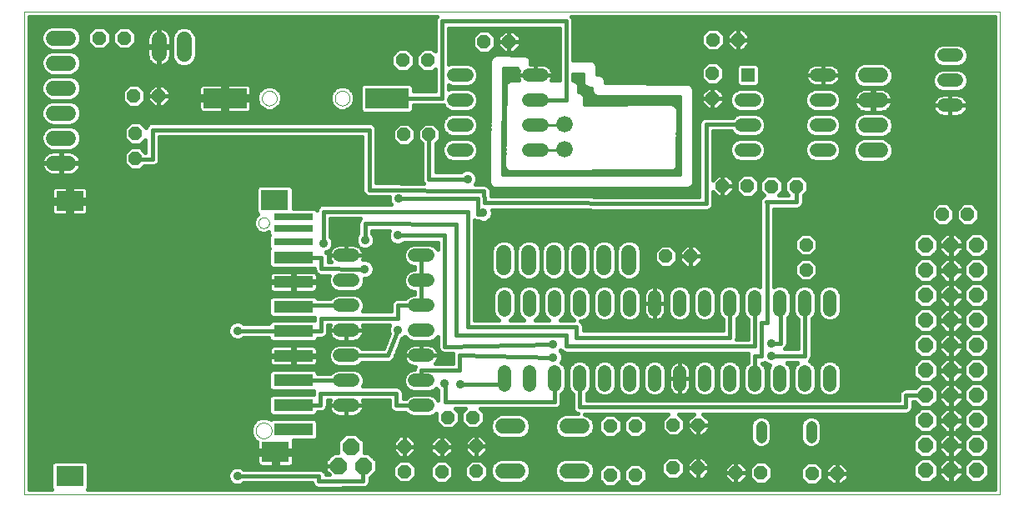
<source format=gtl>
G75*
%MOIN*%
%OFA0B0*%
%FSLAX24Y24*%
%IPPOS*%
%LPD*%
%AMOC8*
5,1,8,0,0,1.08239X$1,22.5*
%
%ADD10C,0.0000*%
%ADD11OC8,0.0660*%
%ADD12R,0.1102X0.0787*%
%ADD13R,0.1575X0.0276*%
%ADD14R,0.1575X0.0472*%
%ADD15C,0.0520*%
%ADD16OC8,0.0600*%
%ADD17R,0.0520X0.0520*%
%ADD18C,0.0600*%
%ADD19C,0.0440*%
%ADD20OC8,0.0520*%
%ADD21R,0.1732X0.0787*%
%ADD22C,0.0660*%
%ADD23C,0.0160*%
%ADD24C,0.0356*%
%ADD25C,0.0100*%
D10*
X000180Y000550D02*
X000180Y019841D01*
X039156Y019841D01*
X039156Y000550D01*
X000180Y000550D01*
X009432Y003085D02*
X009434Y003120D01*
X009440Y003155D01*
X009450Y003189D01*
X009463Y003222D01*
X009480Y003253D01*
X009501Y003281D01*
X009524Y003308D01*
X009551Y003331D01*
X009579Y003352D01*
X009610Y003369D01*
X009643Y003382D01*
X009677Y003392D01*
X009712Y003398D01*
X009747Y003400D01*
X009782Y003398D01*
X009817Y003392D01*
X009851Y003382D01*
X009884Y003369D01*
X009915Y003352D01*
X009943Y003331D01*
X009970Y003308D01*
X009993Y003281D01*
X010014Y003253D01*
X010031Y003222D01*
X010044Y003189D01*
X010054Y003155D01*
X010060Y003120D01*
X010062Y003085D01*
X010060Y003050D01*
X010054Y003015D01*
X010044Y002981D01*
X010031Y002948D01*
X010014Y002917D01*
X009993Y002889D01*
X009970Y002862D01*
X009943Y002839D01*
X009915Y002818D01*
X009884Y002801D01*
X009851Y002788D01*
X009817Y002778D01*
X009782Y002772D01*
X009747Y002770D01*
X009712Y002772D01*
X009677Y002778D01*
X009643Y002788D01*
X009610Y002801D01*
X009579Y002818D01*
X009551Y002839D01*
X009524Y002862D01*
X009501Y002889D01*
X009480Y002917D01*
X009463Y002948D01*
X009450Y002981D01*
X009440Y003015D01*
X009434Y003050D01*
X009432Y003085D01*
X009530Y011392D02*
X009532Y011421D01*
X009538Y011449D01*
X009547Y011477D01*
X009560Y011503D01*
X009577Y011526D01*
X009596Y011548D01*
X009618Y011567D01*
X009643Y011582D01*
X009669Y011595D01*
X009697Y011603D01*
X009725Y011608D01*
X009754Y011609D01*
X009783Y011606D01*
X009811Y011599D01*
X009838Y011589D01*
X009864Y011575D01*
X009887Y011558D01*
X009908Y011538D01*
X009926Y011515D01*
X009941Y011490D01*
X009952Y011463D01*
X009960Y011435D01*
X009964Y011406D01*
X009964Y011378D01*
X009960Y011349D01*
X009952Y011321D01*
X009941Y011294D01*
X009926Y011269D01*
X009908Y011246D01*
X009887Y011226D01*
X009864Y011209D01*
X009838Y011195D01*
X009811Y011185D01*
X009783Y011178D01*
X009754Y011175D01*
X009725Y011176D01*
X009697Y011181D01*
X009669Y011189D01*
X009643Y011202D01*
X009618Y011217D01*
X009596Y011236D01*
X009577Y011258D01*
X009560Y011281D01*
X009547Y011307D01*
X009538Y011335D01*
X009532Y011363D01*
X009530Y011392D01*
X009676Y016376D02*
X009678Y016410D01*
X009684Y016444D01*
X009694Y016477D01*
X009707Y016508D01*
X009725Y016538D01*
X009745Y016566D01*
X009769Y016591D01*
X009795Y016613D01*
X009823Y016631D01*
X009854Y016647D01*
X009886Y016659D01*
X009920Y016667D01*
X009954Y016671D01*
X009988Y016671D01*
X010022Y016667D01*
X010056Y016659D01*
X010088Y016647D01*
X010118Y016631D01*
X010147Y016613D01*
X010173Y016591D01*
X010197Y016566D01*
X010217Y016538D01*
X010235Y016508D01*
X010248Y016477D01*
X010258Y016444D01*
X010264Y016410D01*
X010266Y016376D01*
X010264Y016342D01*
X010258Y016308D01*
X010248Y016275D01*
X010235Y016244D01*
X010217Y016214D01*
X010197Y016186D01*
X010173Y016161D01*
X010147Y016139D01*
X010119Y016121D01*
X010088Y016105D01*
X010056Y016093D01*
X010022Y016085D01*
X009988Y016081D01*
X009954Y016081D01*
X009920Y016085D01*
X009886Y016093D01*
X009854Y016105D01*
X009823Y016121D01*
X009795Y016139D01*
X009769Y016161D01*
X009745Y016186D01*
X009725Y016214D01*
X009707Y016244D01*
X009694Y016275D01*
X009684Y016308D01*
X009678Y016342D01*
X009676Y016376D01*
X012590Y016376D02*
X012592Y016410D01*
X012598Y016444D01*
X012608Y016477D01*
X012621Y016508D01*
X012639Y016538D01*
X012659Y016566D01*
X012683Y016591D01*
X012709Y016613D01*
X012737Y016631D01*
X012768Y016647D01*
X012800Y016659D01*
X012834Y016667D01*
X012868Y016671D01*
X012902Y016671D01*
X012936Y016667D01*
X012970Y016659D01*
X013002Y016647D01*
X013032Y016631D01*
X013061Y016613D01*
X013087Y016591D01*
X013111Y016566D01*
X013131Y016538D01*
X013149Y016508D01*
X013162Y016477D01*
X013172Y016444D01*
X013178Y016410D01*
X013180Y016376D01*
X013178Y016342D01*
X013172Y016308D01*
X013162Y016275D01*
X013149Y016244D01*
X013131Y016214D01*
X013111Y016186D01*
X013087Y016161D01*
X013061Y016139D01*
X013033Y016121D01*
X013002Y016105D01*
X012970Y016093D01*
X012936Y016085D01*
X012902Y016081D01*
X012868Y016081D01*
X012834Y016085D01*
X012800Y016093D01*
X012768Y016105D01*
X012737Y016121D01*
X012709Y016139D01*
X012683Y016161D01*
X012659Y016186D01*
X012639Y016214D01*
X012621Y016244D01*
X012608Y016275D01*
X012598Y016308D01*
X012592Y016342D01*
X012590Y016376D01*
D11*
X013231Y002433D03*
X012731Y001683D03*
X013731Y001683D03*
D12*
X010219Y002219D03*
X001991Y001274D03*
X001991Y012258D03*
X010180Y012298D03*
D13*
X010928Y011628D03*
X010928Y011156D03*
X010928Y010644D03*
D14*
X010928Y010014D03*
X010928Y009030D03*
X010928Y008046D03*
X010928Y007061D03*
X010928Y006077D03*
X010928Y005093D03*
X010928Y004109D03*
X010928Y003124D03*
D15*
X012786Y004085D02*
X013306Y004085D01*
X013306Y005085D02*
X012786Y005085D01*
X012786Y006085D02*
X013306Y006085D01*
X013306Y007085D02*
X012786Y007085D01*
X012786Y008085D02*
X013306Y008085D01*
X013306Y009085D02*
X012786Y009085D01*
X012786Y010085D02*
X013306Y010085D01*
X015786Y010085D02*
X016306Y010085D01*
X016306Y009085D02*
X015786Y009085D01*
X015786Y008085D02*
X016306Y008085D01*
X016306Y007085D02*
X015786Y007085D01*
X015786Y006085D02*
X016306Y006085D01*
X016306Y005085D02*
X015786Y005085D01*
X015786Y004085D02*
X016306Y004085D01*
X019369Y004916D02*
X019369Y005436D01*
X020369Y005436D02*
X020369Y004916D01*
X021369Y004916D02*
X021369Y005436D01*
X022369Y005436D02*
X022369Y004916D01*
X023369Y004916D02*
X023369Y005436D01*
X024369Y005436D02*
X024369Y004916D01*
X025369Y004916D02*
X025369Y005436D01*
X026369Y005436D02*
X026369Y004916D01*
X027369Y004916D02*
X027369Y005436D01*
X028369Y005436D02*
X028369Y004916D01*
X029369Y004916D02*
X029369Y005436D01*
X030369Y005436D02*
X030369Y004916D01*
X031369Y004916D02*
X031369Y005436D01*
X032369Y005436D02*
X032369Y004916D01*
X032369Y007916D02*
X032369Y008436D01*
X031369Y008436D02*
X031369Y007916D01*
X030369Y007916D02*
X030369Y008436D01*
X029369Y008436D02*
X029369Y007916D01*
X028369Y007916D02*
X028369Y008436D01*
X027369Y008436D02*
X027369Y007916D01*
X026369Y007916D02*
X026369Y008436D01*
X025369Y008436D02*
X025369Y007916D01*
X024369Y007916D02*
X024369Y008436D01*
X023369Y008436D02*
X023369Y007916D01*
X022369Y007916D02*
X022369Y008436D01*
X021369Y008436D02*
X021369Y007916D01*
X020369Y007916D02*
X020369Y008436D01*
X019369Y008436D02*
X019369Y007916D01*
X020341Y014306D02*
X020861Y014306D01*
X020861Y015306D02*
X020341Y015306D01*
X020341Y016306D02*
X020861Y016306D01*
X020861Y017306D02*
X020341Y017306D01*
X017861Y017306D02*
X017341Y017306D01*
X017341Y016306D02*
X017861Y016306D01*
X017861Y015306D02*
X017341Y015306D01*
X017341Y014306D02*
X017861Y014306D01*
X028837Y014306D02*
X029357Y014306D01*
X029357Y015306D02*
X028837Y015306D01*
X028837Y016306D02*
X029357Y016306D01*
X031837Y016306D02*
X032357Y016306D01*
X032357Y017306D02*
X031837Y017306D01*
X031837Y015306D02*
X032357Y015306D01*
X032357Y014306D02*
X031837Y014306D01*
X036928Y016085D02*
X037448Y016085D01*
X037448Y017085D02*
X036928Y017085D01*
X036928Y018085D02*
X037448Y018085D01*
D16*
X037211Y010491D03*
X036211Y010491D03*
X036211Y009491D03*
X037211Y009491D03*
X038231Y009510D03*
X038231Y008510D03*
X037211Y008491D03*
X036211Y008491D03*
X036211Y007491D03*
X037211Y007491D03*
X038231Y007510D03*
X038231Y006510D03*
X037211Y006491D03*
X036211Y006491D03*
X036211Y005491D03*
X037211Y005491D03*
X038231Y005510D03*
X038231Y004510D03*
X037211Y004491D03*
X036211Y004491D03*
X036211Y003491D03*
X037211Y003491D03*
X038231Y003510D03*
X038231Y002510D03*
X037211Y002491D03*
X036211Y002491D03*
X036211Y001491D03*
X037211Y001491D03*
X038231Y001510D03*
X038231Y010510D03*
D17*
X029097Y017306D03*
D18*
X033805Y017286D02*
X034405Y017286D01*
X034405Y016286D02*
X033805Y016286D01*
X033805Y015286D02*
X034405Y015286D01*
X034405Y014286D02*
X033805Y014286D01*
X024341Y010212D02*
X024341Y009612D01*
X023341Y009612D02*
X023341Y010212D01*
X022341Y010212D02*
X022341Y009612D01*
X021341Y009612D02*
X021341Y010212D01*
X020341Y010212D02*
X020341Y009612D01*
X019341Y009612D02*
X019341Y010212D01*
X019309Y003251D02*
X019909Y003251D01*
X021869Y003251D02*
X022469Y003251D01*
X022469Y001471D02*
X021869Y001471D01*
X019909Y001471D02*
X019309Y001471D01*
X001952Y013782D02*
X001352Y013782D01*
X001352Y014782D02*
X001952Y014782D01*
X001952Y015782D02*
X001352Y015782D01*
X001352Y016782D02*
X001952Y016782D01*
X001952Y017782D02*
X001352Y017782D01*
X001352Y018782D02*
X001952Y018782D01*
X005558Y018731D02*
X005558Y018131D01*
X006558Y018131D02*
X006558Y018731D01*
D19*
X029627Y003254D02*
X029627Y002814D01*
X031627Y002814D02*
X031627Y003254D01*
D20*
X031656Y001365D03*
X032656Y001365D03*
X029617Y001400D03*
X028617Y001400D03*
X027109Y001585D03*
X026109Y001585D03*
X024597Y001302D03*
X023597Y001302D03*
X023597Y003262D03*
X024597Y003262D03*
X026117Y003317D03*
X027117Y003317D03*
X018239Y002451D03*
X016857Y002428D03*
X015365Y002447D03*
X015365Y001447D03*
X016857Y001428D03*
X018239Y001451D03*
X018101Y003617D03*
X017101Y003617D03*
X025822Y010057D03*
X026822Y010057D03*
X031428Y010514D03*
X031428Y009514D03*
X036885Y011727D03*
X037885Y011727D03*
X031034Y012845D03*
X030034Y012845D03*
X029086Y012869D03*
X028086Y012869D03*
X027688Y016369D03*
X027688Y017369D03*
X027708Y018715D03*
X028708Y018715D03*
X019554Y018640D03*
X018554Y018640D03*
X016306Y017892D03*
X015306Y017892D03*
X015349Y014924D03*
X016349Y014924D03*
X005554Y016475D03*
X004554Y016475D03*
X004617Y014967D03*
X004617Y013967D03*
X004176Y018778D03*
X003176Y018778D03*
D21*
X008200Y016376D03*
X014656Y016376D03*
D22*
X021771Y015333D03*
X021771Y014333D03*
D23*
X019683Y013419D02*
X025999Y013451D01*
X026053Y013450D01*
X026054Y013451D01*
X026056Y013451D01*
X026106Y013472D01*
X026156Y013492D01*
X026157Y013493D01*
X026159Y013494D01*
X026197Y013532D01*
X026235Y013570D01*
X026236Y013572D01*
X026237Y013573D01*
X026257Y013623D01*
X026278Y013673D01*
X026278Y013675D01*
X026279Y013676D01*
X026279Y013730D01*
X026294Y015824D01*
X026295Y015826D01*
X026295Y015880D01*
X026295Y015934D01*
X026294Y015936D01*
X026294Y015937D01*
X026274Y015987D01*
X026253Y016037D01*
X026252Y016038D01*
X026251Y016040D01*
X026213Y016078D01*
X026175Y016117D01*
X026173Y016117D01*
X026172Y016118D01*
X026122Y016139D01*
X026072Y016160D01*
X026071Y016160D01*
X026069Y016161D01*
X026015Y016160D01*
X025961Y016161D01*
X025959Y016160D01*
X022585Y016146D01*
X022577Y016394D01*
X022576Y016417D01*
X022530Y016519D01*
X022449Y016595D01*
X022345Y016634D01*
X022344Y016634D01*
X022348Y016757D01*
X022350Y016761D01*
X022350Y016812D01*
X022351Y016864D01*
X022350Y016868D01*
X022350Y016872D01*
X022330Y016920D01*
X022312Y016968D01*
X022309Y016971D01*
X022308Y016975D01*
X022271Y017012D01*
X022236Y017049D01*
X022232Y017051D01*
X022229Y017054D01*
X022182Y017074D01*
X022135Y017095D01*
X022130Y017095D01*
X022126Y017097D01*
X022121Y017097D01*
X022121Y017348D01*
X022502Y017348D01*
X022498Y017067D01*
X022497Y017012D01*
X022498Y017011D01*
X022498Y017010D01*
X022518Y016959D01*
X022538Y016908D01*
X022538Y016907D01*
X022539Y016906D01*
X022577Y016867D01*
X022614Y016828D01*
X022616Y016827D01*
X022617Y016826D01*
X022632Y016820D01*
X022636Y016816D01*
X022637Y016815D01*
X022639Y016814D01*
X022689Y016794D01*
X022738Y016774D01*
X022740Y016774D01*
X022742Y016773D01*
X022796Y016774D01*
X022845Y016774D01*
X022845Y016716D01*
X022845Y016661D01*
X022845Y016660D01*
X022845Y016659D01*
X022866Y016608D01*
X022887Y016557D01*
X022888Y016556D01*
X022908Y016536D01*
X022911Y016530D01*
X022945Y016499D01*
X022965Y016478D01*
X022966Y016478D01*
X022966Y016478D01*
X022982Y016462D01*
X022988Y016459D01*
X022993Y016455D01*
X023039Y016438D01*
X023085Y016419D01*
X023091Y016419D01*
X023097Y016417D01*
X023147Y016419D01*
X026366Y016419D01*
X026379Y013348D01*
X019305Y013327D01*
X019340Y017553D01*
X019871Y017553D01*
X019910Y017468D01*
X019926Y017453D01*
X019912Y017409D01*
X019901Y017340D01*
X019901Y017306D01*
X020601Y017306D01*
X020601Y017746D01*
X020416Y017746D01*
X020413Y017838D01*
X020413Y017887D01*
X020413Y017888D01*
X020413Y017889D01*
X020411Y017894D01*
X020410Y017900D01*
X020390Y017944D01*
X020371Y017990D01*
X020371Y017991D01*
X020370Y017992D01*
X020366Y017996D01*
X020364Y018001D01*
X020328Y018034D01*
X020293Y018069D01*
X020292Y018070D01*
X020291Y018070D01*
X020286Y018073D01*
X020282Y018077D01*
X020236Y018094D01*
X020191Y018113D01*
X020189Y018113D01*
X020188Y018113D02*
X020183Y018113D01*
X020177Y018115D01*
X020128Y018113D01*
X019064Y018121D01*
X019008Y018121D01*
X018957Y018100D01*
X018905Y018080D01*
X018905Y018080D01*
X018905Y018079D01*
X018896Y018071D01*
X018895Y018070D01*
X018865Y018040D01*
X018826Y018001D01*
X018826Y018001D01*
X018826Y018001D01*
X018818Y017993D01*
X018817Y017992D01*
X018817Y017992D01*
X018796Y017941D01*
X018774Y017891D01*
X018774Y017890D01*
X018774Y017889D01*
X018774Y017834D01*
X018743Y013102D01*
X018742Y013100D01*
X018742Y013093D01*
X018742Y013093D01*
X018742Y013044D01*
X018742Y012992D01*
X018742Y012984D01*
X018743Y012983D01*
X018743Y012981D01*
X018764Y012931D01*
X018784Y012881D01*
X018785Y012880D01*
X018786Y012878D01*
X018824Y012840D01*
X018862Y012801D01*
X018864Y012801D01*
X018865Y012800D01*
X018915Y012779D01*
X018965Y012758D01*
X018966Y012758D01*
X018968Y012758D01*
X019022Y012758D01*
X019076Y012757D01*
X019078Y012758D01*
X026614Y012781D01*
X026614Y012781D01*
X026669Y012781D01*
X026725Y012782D01*
X026726Y012782D01*
X026777Y012803D01*
X026828Y012825D01*
X026828Y012825D01*
X026828Y012825D01*
X026867Y012864D01*
X026906Y012904D01*
X026907Y012904D01*
X026927Y012955D01*
X026948Y013007D01*
X026949Y013008D01*
X026948Y013063D01*
X026948Y013118D01*
X026948Y013118D01*
X026925Y016699D01*
X026925Y016754D01*
X026925Y016754D01*
X026925Y016755D01*
X026924Y016755D01*
X026924Y016756D01*
X026924Y016756D01*
X026924Y016757D01*
X026903Y016807D01*
X026883Y016857D01*
X026882Y016857D01*
X026882Y016858D01*
X026881Y016858D01*
X026881Y016859D01*
X026881Y016859D01*
X026881Y016859D01*
X026842Y016897D01*
X026804Y016936D01*
X026804Y016936D01*
X026803Y016937D01*
X026802Y016937D01*
X026802Y016937D01*
X026802Y016938D01*
X026751Y016958D01*
X026702Y016979D01*
X026701Y016979D01*
X026700Y016979D01*
X026700Y016979D01*
X026699Y016979D01*
X026699Y016979D01*
X026698Y016980D01*
X026644Y016979D01*
X023408Y016994D01*
X023405Y017057D01*
X023406Y017103D01*
X023405Y017106D01*
X023405Y017109D01*
X023402Y017115D01*
X023402Y017122D01*
X023383Y017164D01*
X023366Y017207D01*
X023364Y017209D01*
X023362Y017212D01*
X023358Y017217D01*
X023355Y017223D01*
X023321Y017254D01*
X023289Y017287D01*
X023286Y017289D01*
X023283Y017291D01*
X023278Y017293D01*
X023273Y017298D01*
X023229Y017314D01*
X023187Y017332D01*
X023184Y017332D01*
X023181Y017334D01*
X023174Y017334D01*
X023168Y017336D01*
X023122Y017334D01*
X023070Y017335D01*
X023066Y017632D01*
X023067Y017680D01*
X023066Y017682D01*
X023066Y017684D01*
X023066Y017685D01*
X023066Y017695D01*
X023066Y017695D01*
X023066Y017696D01*
X023044Y017747D01*
X023022Y017797D01*
X023022Y017798D01*
X023022Y017798D01*
X022982Y017837D01*
X022942Y017875D01*
X022942Y017875D01*
X022942Y017876D01*
X022890Y017896D01*
X022839Y017917D01*
X022839Y017917D01*
X022838Y017917D01*
X022783Y017916D01*
X022121Y017909D01*
X022121Y019511D01*
X022079Y019614D01*
X022052Y019641D01*
X038956Y019641D01*
X038956Y000750D01*
X002694Y000750D01*
X002742Y000797D01*
X002742Y001751D01*
X002625Y001868D01*
X001357Y001868D01*
X001240Y001751D01*
X001240Y000797D01*
X001288Y000750D01*
X000380Y000750D01*
X000380Y019641D01*
X016663Y019641D01*
X016636Y019614D01*
X016593Y019511D01*
X016593Y018256D01*
X016497Y018352D01*
X016115Y018352D01*
X015846Y018083D01*
X015846Y017702D01*
X016115Y017432D01*
X016497Y017432D01*
X016593Y017529D01*
X016593Y016656D01*
X015723Y016656D01*
X015723Y016853D01*
X015605Y016970D01*
X013707Y016970D01*
X013590Y016853D01*
X013590Y015900D01*
X013707Y015783D01*
X015605Y015783D01*
X015723Y015900D01*
X015723Y016096D01*
X016929Y016096D01*
X016930Y016097D01*
X016951Y016045D01*
X017081Y015916D01*
X017250Y015846D01*
X017953Y015846D01*
X018122Y015916D01*
X018251Y016045D01*
X018321Y016214D01*
X018321Y016397D01*
X018251Y016566D01*
X018122Y016695D01*
X017953Y016766D01*
X017250Y016766D01*
X017153Y016725D01*
X017153Y016886D01*
X017250Y016846D01*
X017953Y016846D01*
X018122Y016916D01*
X018251Y017045D01*
X018321Y017214D01*
X018321Y017397D01*
X018251Y017566D01*
X018122Y017695D01*
X017953Y017766D01*
X017250Y017766D01*
X017153Y017725D01*
X017153Y019175D01*
X021561Y019175D01*
X021561Y017099D01*
X021250Y017100D01*
X021269Y017137D01*
X021290Y017202D01*
X021301Y017271D01*
X021301Y017306D01*
X021301Y017340D01*
X021290Y017409D01*
X021269Y017474D01*
X021238Y017536D01*
X021197Y017592D01*
X021148Y017641D01*
X021092Y017682D01*
X021030Y017713D01*
X020964Y017735D01*
X020896Y017746D01*
X020601Y017746D01*
X020601Y017306D01*
X020601Y017306D01*
X020601Y017306D01*
X019901Y017306D01*
X019901Y017271D01*
X019912Y017202D01*
X019933Y017137D01*
X019950Y017104D01*
X019679Y017105D01*
X019625Y017106D01*
X019623Y017105D01*
X019621Y017105D01*
X019571Y017085D01*
X019521Y017065D01*
X019520Y017064D01*
X019518Y017063D01*
X019480Y017025D01*
X019441Y016987D01*
X019440Y016986D01*
X019439Y016985D01*
X019418Y016935D01*
X019397Y016885D01*
X019397Y016883D01*
X019396Y016882D01*
X019396Y016828D01*
X019350Y013756D01*
X019349Y013754D01*
X019349Y013701D01*
X019348Y013648D01*
X019349Y013645D01*
X019349Y013642D01*
X019370Y013593D01*
X019389Y013544D01*
X019391Y013542D01*
X019392Y013539D01*
X019430Y013502D01*
X019467Y013464D01*
X019469Y013463D01*
X019471Y013461D01*
X019520Y013441D01*
X019569Y013420D01*
X019572Y013420D01*
X019575Y013419D01*
X019627Y013419D01*
X019680Y013418D01*
X019683Y013419D01*
X019388Y013547D02*
X019307Y013547D01*
X019308Y013705D02*
X019349Y013705D01*
X019351Y013864D02*
X019309Y013864D01*
X019311Y014022D02*
X019354Y014022D01*
X019356Y014181D02*
X019312Y014181D01*
X019313Y014339D02*
X019358Y014339D01*
X019361Y014498D02*
X019314Y014498D01*
X019316Y014656D02*
X019363Y014656D01*
X019366Y014815D02*
X019317Y014815D01*
X019318Y014973D02*
X019368Y014973D01*
X019370Y015132D02*
X019320Y015132D01*
X019321Y015290D02*
X019373Y015290D01*
X019375Y015449D02*
X019322Y015449D01*
X019324Y015607D02*
X019378Y015607D01*
X019380Y015766D02*
X019325Y015766D01*
X019326Y015924D02*
X019382Y015924D01*
X019385Y016083D02*
X019327Y016083D01*
X019329Y016241D02*
X019387Y016241D01*
X019390Y016400D02*
X019330Y016400D01*
X019331Y016558D02*
X019392Y016558D01*
X019394Y016717D02*
X019333Y016717D01*
X019334Y016875D02*
X019396Y016875D01*
X019335Y017034D02*
X019489Y017034D01*
X019337Y017192D02*
X019915Y017192D01*
X019903Y017351D02*
X019338Y017351D01*
X019339Y017509D02*
X019891Y017509D01*
X020413Y017826D02*
X021561Y017826D01*
X021561Y017668D02*
X021111Y017668D01*
X021251Y017509D02*
X021561Y017509D01*
X021561Y017351D02*
X021300Y017351D01*
X021301Y017306D02*
X020601Y017306D01*
X020601Y017306D01*
X021301Y017306D01*
X021287Y017192D02*
X021561Y017192D01*
X022121Y017192D02*
X022500Y017192D01*
X022498Y017034D02*
X022251Y017034D01*
X022349Y016875D02*
X022569Y016875D01*
X022347Y016717D02*
X022845Y016717D01*
X022887Y016558D02*
X022488Y016558D01*
X022577Y016400D02*
X026366Y016400D01*
X026367Y016241D02*
X022582Y016241D01*
X022887Y016557D02*
X022887Y016557D01*
X022966Y016478D02*
X022966Y016478D01*
X023406Y017034D02*
X027372Y017034D01*
X027497Y016909D02*
X027878Y016909D01*
X028148Y017178D01*
X028148Y017559D01*
X027878Y017829D01*
X027497Y017829D01*
X027228Y017559D01*
X027228Y017178D01*
X027497Y016909D01*
X027506Y016809D02*
X027248Y016551D01*
X027248Y016369D01*
X027688Y016369D01*
X027688Y016369D01*
X027688Y016809D01*
X027870Y016809D01*
X028128Y016551D01*
X028128Y016369D01*
X027688Y016369D01*
X027688Y016809D01*
X027506Y016809D01*
X027414Y016717D02*
X026925Y016717D01*
X026925Y016558D02*
X027255Y016558D01*
X027248Y016400D02*
X026927Y016400D01*
X026928Y016241D02*
X027248Y016241D01*
X027248Y016186D02*
X027248Y016368D01*
X027688Y016368D01*
X027688Y015929D01*
X027870Y015929D01*
X028128Y016186D01*
X028128Y016368D01*
X027688Y016368D01*
X027688Y016368D01*
X027688Y015929D01*
X027506Y015929D01*
X027248Y016186D01*
X027351Y016083D02*
X026929Y016083D01*
X026930Y015924D02*
X028568Y015924D01*
X028577Y015916D02*
X028746Y015846D01*
X029449Y015846D01*
X029618Y015916D01*
X029747Y016045D01*
X029817Y016214D01*
X029817Y016397D01*
X029747Y016566D01*
X029618Y016695D01*
X029449Y016766D01*
X028746Y016766D01*
X028577Y016695D01*
X028447Y016566D01*
X028377Y016397D01*
X028377Y016214D01*
X028447Y016045D01*
X028577Y015916D01*
X028577Y015695D02*
X028498Y015617D01*
X027376Y015617D01*
X027273Y015574D01*
X027195Y015496D01*
X027152Y015393D01*
X027152Y012444D01*
X026968Y012444D01*
X018833Y012467D01*
X018830Y012652D01*
X018831Y012704D01*
X018829Y012708D01*
X018829Y012712D01*
X018809Y012760D01*
X018790Y012807D01*
X018787Y012810D01*
X018785Y012815D01*
X018748Y012850D01*
X018712Y012887D01*
X018708Y012889D01*
X018705Y012892D01*
X018657Y012911D01*
X018610Y012931D01*
X018605Y012931D01*
X018601Y012933D01*
X018550Y012932D01*
X018218Y012937D01*
X018275Y013073D01*
X018275Y013223D01*
X018217Y013362D01*
X018111Y013469D01*
X017972Y013526D01*
X017821Y013526D01*
X017682Y013469D01*
X017642Y013428D01*
X016629Y013428D01*
X016629Y014553D01*
X016809Y014733D01*
X016809Y015114D01*
X016540Y015384D01*
X016159Y015384D01*
X015889Y015114D01*
X015889Y014733D01*
X016069Y014553D01*
X016069Y013092D01*
X016112Y012989D01*
X016136Y012965D01*
X014240Y012991D01*
X014240Y015172D01*
X014197Y015275D01*
X014118Y015354D01*
X014015Y015397D01*
X005242Y015397D01*
X005140Y015354D01*
X005061Y015275D01*
X005031Y015203D01*
X004808Y015427D01*
X004426Y015427D01*
X004157Y015157D01*
X004157Y014776D01*
X004426Y014507D01*
X004808Y014507D01*
X005018Y014717D01*
X005018Y014216D01*
X004808Y014427D01*
X004426Y014427D01*
X004157Y014157D01*
X004157Y013776D01*
X004426Y013507D01*
X004808Y013507D01*
X004956Y013655D01*
X005354Y013655D01*
X005457Y013698D01*
X005535Y013777D01*
X005578Y013880D01*
X005578Y014837D01*
X013680Y014837D01*
X013680Y012717D01*
X013679Y012663D01*
X013680Y012661D01*
X013680Y012659D01*
X013700Y012610D01*
X013720Y012560D01*
X013721Y012558D01*
X013722Y012556D01*
X013760Y012518D01*
X013798Y012480D01*
X013800Y012479D01*
X013801Y012478D01*
X013851Y012457D01*
X013900Y012436D01*
X013902Y012436D01*
X013904Y012435D01*
X013958Y012435D01*
X014763Y012424D01*
X014763Y012285D01*
X014820Y012146D01*
X014838Y012129D01*
X012085Y012129D01*
X011982Y012086D01*
X011903Y012007D01*
X011861Y011905D01*
X011861Y011904D01*
X011798Y011966D01*
X010931Y011966D01*
X010931Y012774D01*
X010814Y012891D01*
X009546Y012891D01*
X009429Y012774D01*
X009429Y011821D01*
X009508Y011742D01*
X009394Y011628D01*
X009330Y011475D01*
X009330Y011309D01*
X009394Y011156D01*
X009511Y011039D01*
X009664Y010976D01*
X009830Y010976D01*
X009941Y011022D01*
X009941Y010935D01*
X009976Y010900D01*
X009941Y010865D01*
X009941Y010423D01*
X009986Y010378D01*
X009941Y010333D01*
X009941Y009695D01*
X010058Y009578D01*
X011774Y009578D01*
X011774Y009559D01*
X011774Y009504D01*
X011774Y009503D01*
X011774Y009502D01*
X011795Y009451D01*
X011807Y009421D01*
X011785Y009434D01*
X011739Y009446D01*
X010966Y009446D01*
X010966Y009068D01*
X010890Y009068D01*
X010890Y009446D01*
X010117Y009446D01*
X010071Y009434D01*
X010030Y009410D01*
X009997Y009377D01*
X009973Y009336D01*
X009961Y009290D01*
X009961Y009068D01*
X010890Y009068D01*
X010890Y008992D01*
X009961Y008992D01*
X009961Y008770D01*
X009973Y008724D01*
X009997Y008683D01*
X010030Y008650D01*
X010071Y008626D01*
X010117Y008614D01*
X010890Y008614D01*
X010890Y008992D01*
X010966Y008992D01*
X010966Y009068D01*
X011895Y009068D01*
X011895Y009290D01*
X011885Y009330D01*
X011893Y009322D01*
X011894Y009321D01*
X011895Y009320D01*
X011946Y009299D01*
X011996Y009278D01*
X011997Y009278D01*
X011998Y009277D01*
X012053Y009277D01*
X012367Y009275D01*
X012326Y009177D01*
X012326Y008994D01*
X012396Y008824D01*
X012526Y008695D01*
X012695Y008625D01*
X013398Y008625D01*
X013567Y008695D01*
X013696Y008824D01*
X013766Y008994D01*
X013766Y009164D01*
X013862Y009164D01*
X014000Y009221D01*
X014107Y009328D01*
X014164Y009467D01*
X014164Y009617D01*
X014107Y009756D01*
X014000Y009862D01*
X013862Y009920D01*
X013715Y009920D01*
X013735Y009982D01*
X013746Y010050D01*
X013746Y010085D01*
X013046Y010085D01*
X012346Y010085D01*
X012346Y010050D01*
X012357Y009982D01*
X012378Y009916D01*
X012410Y009854D01*
X012425Y009834D01*
X012334Y009835D01*
X012334Y010070D01*
X012291Y010173D01*
X012248Y010216D01*
X012355Y010261D01*
X012410Y010315D01*
X012378Y010254D01*
X012357Y010188D01*
X012346Y010120D01*
X012346Y010085D01*
X013046Y010085D01*
X013046Y010085D01*
X013046Y010525D01*
X012752Y010525D01*
X012683Y010514D01*
X012617Y010493D01*
X012556Y010461D01*
X012500Y010421D01*
X012472Y010393D01*
X012519Y010506D01*
X012519Y010656D01*
X012461Y010795D01*
X012421Y010836D01*
X012421Y011569D01*
X013622Y011569D01*
X013565Y011511D01*
X013522Y011408D01*
X013522Y010970D01*
X013482Y010929D01*
X013424Y010790D01*
X013424Y010640D01*
X013482Y010501D01*
X013504Y010478D01*
X013475Y010493D01*
X013409Y010514D01*
X013341Y010525D01*
X013046Y010525D01*
X013046Y010085D01*
X013046Y010085D01*
X013046Y010085D01*
X013746Y010085D01*
X013746Y010120D01*
X013735Y010188D01*
X013714Y010254D01*
X013682Y010316D01*
X013642Y010372D01*
X013641Y010372D01*
X013727Y010337D01*
X013877Y010337D01*
X014016Y010394D01*
X014123Y010501D01*
X014180Y010640D01*
X014180Y010790D01*
X014123Y010929D01*
X014082Y010970D01*
X014082Y011072D01*
X014767Y011069D01*
X014723Y010963D01*
X014723Y010813D01*
X014781Y010674D01*
X014887Y010568D01*
X015026Y010510D01*
X015176Y010510D01*
X015315Y010568D01*
X015356Y010608D01*
X016703Y010608D01*
X016703Y010329D01*
X016696Y010346D01*
X016567Y010475D01*
X016398Y010545D01*
X015695Y010545D01*
X015526Y010475D01*
X015396Y010346D01*
X015326Y010177D01*
X015326Y009994D01*
X015396Y009824D01*
X015526Y009695D01*
X015695Y009625D01*
X015766Y009625D01*
X015766Y009545D01*
X015695Y009545D01*
X015526Y009475D01*
X015396Y009346D01*
X015326Y009177D01*
X015326Y008994D01*
X015396Y008824D01*
X015526Y008695D01*
X015695Y008625D01*
X015766Y008625D01*
X015766Y008545D01*
X015695Y008545D01*
X015526Y008475D01*
X015416Y008365D01*
X015053Y008365D01*
X014951Y008322D01*
X014872Y008244D01*
X014829Y008141D01*
X014829Y007853D01*
X013708Y007853D01*
X013766Y007994D01*
X013766Y008177D01*
X013696Y008346D01*
X013567Y008475D01*
X013398Y008545D01*
X012695Y008545D01*
X012526Y008475D01*
X012420Y008370D01*
X011907Y008374D01*
X011798Y008482D01*
X010058Y008482D01*
X009941Y008365D01*
X009941Y007727D01*
X010058Y007609D01*
X011758Y007609D01*
X011758Y007498D01*
X010058Y007498D01*
X009941Y007380D01*
X009941Y007357D01*
X008954Y007357D01*
X008914Y007398D01*
X008775Y007455D01*
X008624Y007455D01*
X008486Y007398D01*
X008379Y007291D01*
X008322Y007152D01*
X008322Y007002D01*
X008379Y006863D01*
X008486Y006757D01*
X008624Y006699D01*
X008775Y006699D01*
X008914Y006757D01*
X008954Y006797D01*
X009941Y006797D01*
X009941Y006742D01*
X010058Y006625D01*
X011798Y006625D01*
X011915Y006742D01*
X011915Y006781D01*
X012094Y006781D01*
X012197Y006824D01*
X012276Y006903D01*
X012318Y007006D01*
X012318Y007293D01*
X012398Y007293D01*
X012378Y007254D01*
X012357Y007188D01*
X012346Y007120D01*
X012346Y007085D01*
X012346Y007050D01*
X012357Y006982D01*
X012378Y006916D01*
X012410Y006854D01*
X012451Y006798D01*
X012500Y006749D01*
X012556Y006709D01*
X012617Y006677D01*
X012683Y006656D01*
X012752Y006645D01*
X013046Y006645D01*
X013046Y007085D01*
X012346Y007085D01*
X013046Y007085D01*
X013046Y007085D01*
X013046Y007085D01*
X013046Y006645D01*
X013341Y006645D01*
X013409Y006656D01*
X013475Y006677D01*
X013537Y006709D01*
X013593Y006749D01*
X013642Y006798D01*
X013682Y006854D01*
X013714Y006916D01*
X013735Y006982D01*
X013746Y007050D01*
X013746Y007085D01*
X013046Y007085D01*
X013046Y007085D01*
X013746Y007085D01*
X013746Y007120D01*
X013735Y007188D01*
X013714Y007254D01*
X013694Y007293D01*
X014780Y007293D01*
X014731Y007176D01*
X014731Y007026D01*
X014756Y006965D01*
X014524Y006365D01*
X013677Y006365D01*
X013567Y006475D01*
X013398Y006545D01*
X012695Y006545D01*
X012526Y006475D01*
X012396Y006346D01*
X012326Y006177D01*
X012326Y005994D01*
X012396Y005824D01*
X012526Y005695D01*
X012695Y005625D01*
X013398Y005625D01*
X013567Y005695D01*
X013677Y005805D01*
X014663Y005805D01*
X014666Y005804D01*
X014719Y005805D01*
X014771Y005805D01*
X014774Y005806D01*
X014778Y005806D01*
X014826Y005828D01*
X014874Y005848D01*
X014876Y005850D01*
X014879Y005851D01*
X014916Y005889D01*
X014953Y005926D01*
X014954Y005930D01*
X014956Y005932D01*
X014975Y005981D01*
X014995Y006029D01*
X014995Y006033D01*
X015278Y006761D01*
X015323Y006780D01*
X015388Y006845D01*
X015396Y006824D01*
X015526Y006695D01*
X015695Y006625D01*
X016398Y006625D01*
X016567Y006695D01*
X016696Y006824D01*
X016703Y006841D01*
X016703Y006500D01*
X016702Y006498D01*
X016703Y006445D01*
X016703Y006392D01*
X016704Y006389D01*
X016704Y006386D01*
X016725Y006338D01*
X016746Y006289D01*
X016748Y006287D01*
X016749Y006284D01*
X016787Y006247D01*
X016825Y006210D01*
X016827Y006209D01*
X016829Y006207D01*
X016878Y006188D01*
X016927Y006167D01*
X016930Y006167D01*
X016933Y006166D01*
X016986Y006167D01*
X017039Y006167D01*
X017041Y006168D01*
X017315Y006173D01*
X017303Y006146D01*
X017303Y006143D01*
X017302Y006141D01*
X017302Y006088D01*
X017301Y006035D01*
X017302Y006032D01*
X017302Y005767D01*
X016610Y005767D01*
X016642Y005798D01*
X016682Y005854D01*
X016714Y005916D01*
X016735Y005982D01*
X016746Y006050D01*
X016746Y006085D01*
X016046Y006085D01*
X015346Y006085D01*
X015346Y006050D01*
X015357Y005982D01*
X015378Y005916D01*
X015410Y005854D01*
X015451Y005798D01*
X015500Y005749D01*
X015556Y005709D01*
X015617Y005677D01*
X015683Y005656D01*
X015752Y005645D01*
X015809Y005645D01*
X015767Y005545D01*
X015695Y005545D01*
X015526Y005475D01*
X015396Y005346D01*
X015326Y005177D01*
X015326Y004994D01*
X015396Y004824D01*
X015526Y004695D01*
X015695Y004625D01*
X016398Y004625D01*
X016567Y004695D01*
X016649Y004777D01*
X016663Y004745D01*
X016719Y004689D01*
X016719Y004291D01*
X016696Y004346D01*
X016567Y004475D01*
X016398Y004545D01*
X015695Y004545D01*
X015526Y004475D01*
X015423Y004373D01*
X015326Y004373D01*
X015326Y004629D01*
X015284Y004732D01*
X015205Y004811D01*
X015102Y004853D01*
X013708Y004853D01*
X013766Y004994D01*
X013766Y005177D01*
X013696Y005346D01*
X013567Y005475D01*
X013398Y005545D01*
X012695Y005545D01*
X012526Y005475D01*
X012420Y005370D01*
X011915Y005373D01*
X011915Y005412D01*
X011798Y005529D01*
X010058Y005529D01*
X009941Y005412D01*
X009941Y004774D01*
X010058Y004657D01*
X011746Y004657D01*
X011735Y004629D01*
X011735Y004545D01*
X010058Y004545D01*
X009941Y004428D01*
X009941Y003790D01*
X010058Y003672D01*
X011798Y003672D01*
X011915Y003790D01*
X011915Y003829D01*
X012070Y003829D01*
X012173Y003871D01*
X012252Y003950D01*
X012295Y004053D01*
X012295Y004293D01*
X012398Y004293D01*
X012378Y004254D01*
X012357Y004188D01*
X012346Y004120D01*
X012346Y004085D01*
X012346Y004050D01*
X012357Y003982D01*
X012378Y003916D01*
X012410Y003854D01*
X012451Y003798D01*
X012500Y003749D01*
X012556Y003709D01*
X012617Y003677D01*
X012683Y003656D01*
X012752Y003645D01*
X013046Y003645D01*
X013046Y004085D01*
X012346Y004085D01*
X013046Y004085D01*
X013046Y004085D01*
X013046Y004085D01*
X013046Y003645D01*
X013341Y003645D01*
X013409Y003656D01*
X013475Y003677D01*
X013537Y003709D01*
X013593Y003749D01*
X013642Y003798D01*
X013682Y003854D01*
X013714Y003916D01*
X013735Y003982D01*
X013746Y004050D01*
X013746Y004085D01*
X013046Y004085D01*
X013046Y004085D01*
X013746Y004085D01*
X013746Y004120D01*
X013735Y004188D01*
X013714Y004254D01*
X013694Y004293D01*
X014766Y004293D01*
X014766Y004037D01*
X014809Y003934D01*
X014888Y003856D01*
X014990Y003813D01*
X015408Y003813D01*
X015526Y003695D01*
X015695Y003625D01*
X016398Y003625D01*
X016567Y003695D01*
X016641Y003770D01*
X016641Y003426D01*
X016911Y003157D01*
X017292Y003157D01*
X017561Y003426D01*
X017561Y003807D01*
X017414Y003955D01*
X017789Y003955D01*
X017641Y003807D01*
X017641Y003426D01*
X017911Y003157D01*
X018292Y003157D01*
X018561Y003426D01*
X018561Y003807D01*
X018414Y003955D01*
X021425Y003955D01*
X021528Y003997D01*
X021606Y004076D01*
X021649Y004179D01*
X021649Y004545D01*
X021759Y004655D01*
X021829Y004824D01*
X021829Y005527D01*
X021759Y005696D01*
X021646Y005809D01*
X021700Y005939D01*
X021700Y006089D01*
X021642Y006228D01*
X021597Y006274D01*
X021616Y006293D01*
X021691Y006218D01*
X021794Y006175D01*
X029113Y006175D01*
X029089Y006117D01*
X029089Y005806D01*
X028979Y005696D01*
X028909Y005527D01*
X028909Y004824D01*
X028979Y004655D01*
X029108Y004526D01*
X029277Y004456D01*
X029460Y004456D01*
X029630Y004526D01*
X029759Y004655D01*
X029829Y004824D01*
X029829Y005527D01*
X029759Y005696D01*
X029674Y005781D01*
X029700Y005781D01*
X029781Y005815D01*
X029840Y005757D01*
X029979Y005699D01*
X029982Y005699D01*
X029979Y005696D01*
X029909Y005527D01*
X029909Y004824D01*
X029979Y004655D01*
X030108Y004526D01*
X030277Y004456D01*
X030460Y004456D01*
X030630Y004526D01*
X030759Y004655D01*
X030829Y004824D01*
X030829Y005527D01*
X030759Y005696D01*
X030658Y005797D01*
X031080Y005797D01*
X030979Y005696D01*
X030909Y005527D01*
X030909Y004824D01*
X030979Y004655D01*
X031108Y004526D01*
X031277Y004456D01*
X031460Y004456D01*
X031630Y004526D01*
X031759Y004655D01*
X031829Y004824D01*
X031829Y005527D01*
X031759Y005696D01*
X031630Y005826D01*
X031559Y005855D01*
X031622Y005919D01*
X031665Y006021D01*
X031665Y007561D01*
X031759Y007655D01*
X031829Y007824D01*
X031829Y008527D01*
X031759Y008696D01*
X031630Y008826D01*
X031460Y008896D01*
X031277Y008896D01*
X031108Y008826D01*
X030979Y008696D01*
X030909Y008527D01*
X030909Y007824D01*
X030979Y007655D01*
X031105Y007529D01*
X031105Y006357D01*
X030588Y006357D01*
X030654Y006422D01*
X030696Y006525D01*
X030696Y007592D01*
X030759Y007655D01*
X030829Y007824D01*
X030829Y008527D01*
X030759Y008696D01*
X030630Y008826D01*
X030460Y008896D01*
X030277Y008896D01*
X030145Y008841D01*
X030145Y011947D01*
X031110Y011947D01*
X031213Y011989D01*
X031291Y012068D01*
X031334Y012171D01*
X031334Y012494D01*
X031494Y012654D01*
X031494Y013035D01*
X031225Y013305D01*
X030844Y013305D01*
X030574Y013035D01*
X030574Y012654D01*
X030722Y012507D01*
X030347Y012507D01*
X030494Y012654D01*
X030494Y013035D01*
X030225Y013305D01*
X029844Y013305D01*
X029574Y013035D01*
X029574Y012654D01*
X029741Y012488D01*
X029683Y012464D01*
X029604Y012385D01*
X029561Y012282D01*
X029561Y012171D01*
X029585Y012114D01*
X029585Y008844D01*
X029460Y008896D01*
X029277Y008896D01*
X029108Y008826D01*
X028979Y008696D01*
X028909Y008527D01*
X028909Y007824D01*
X028979Y007655D01*
X029097Y007537D01*
X029097Y006735D01*
X028649Y006735D01*
X028657Y006754D01*
X028657Y007553D01*
X028759Y007655D01*
X028829Y007824D01*
X028829Y008527D01*
X028759Y008696D01*
X028630Y008826D01*
X028460Y008896D01*
X028277Y008896D01*
X028108Y008826D01*
X027979Y008696D01*
X027909Y008527D01*
X027909Y007824D01*
X027979Y007655D01*
X028097Y007537D01*
X028097Y007089D01*
X022523Y007089D01*
X022523Y007290D01*
X022480Y007393D01*
X022418Y007456D01*
X022460Y007456D01*
X022630Y007526D01*
X022759Y007655D01*
X022829Y007824D01*
X022829Y008527D01*
X022759Y008696D01*
X022630Y008826D01*
X022460Y008896D01*
X022277Y008896D01*
X022108Y008826D01*
X021979Y008696D01*
X021909Y008527D01*
X021909Y007824D01*
X021979Y007655D01*
X022108Y007526D01*
X022135Y007515D01*
X021603Y007515D01*
X021630Y007526D01*
X021759Y007655D01*
X021829Y007824D01*
X021829Y008527D01*
X021759Y008696D01*
X021630Y008826D01*
X021460Y008896D01*
X021277Y008896D01*
X021108Y008826D01*
X020979Y008696D01*
X020909Y008527D01*
X020909Y007824D01*
X020979Y007655D01*
X021108Y007526D01*
X021135Y007515D01*
X020603Y007515D01*
X020630Y007526D01*
X020759Y007655D01*
X020829Y007824D01*
X020829Y008527D01*
X020759Y008696D01*
X020630Y008826D01*
X020460Y008896D01*
X020277Y008896D01*
X020108Y008826D01*
X019979Y008696D01*
X019909Y008527D01*
X019909Y007824D01*
X019979Y007655D01*
X020108Y007526D01*
X020135Y007515D01*
X019603Y007515D01*
X019630Y007526D01*
X019759Y007655D01*
X019829Y007824D01*
X019829Y008527D01*
X019759Y008696D01*
X019630Y008826D01*
X019460Y008896D01*
X019277Y008896D01*
X019108Y008826D01*
X018979Y008696D01*
X018909Y008527D01*
X018909Y007824D01*
X018979Y007655D01*
X019108Y007526D01*
X019135Y007515D01*
X018177Y007515D01*
X018177Y011486D01*
X018242Y011459D01*
X018340Y011459D01*
X018443Y011416D01*
X018594Y011416D01*
X018733Y011473D01*
X018839Y011580D01*
X018897Y011718D01*
X018897Y011869D01*
X018881Y011906D01*
X026911Y011884D01*
X026912Y011884D01*
X026967Y011884D01*
X027022Y011884D01*
X027023Y011884D01*
X027488Y011884D01*
X027591Y011926D01*
X027669Y012005D01*
X027712Y012108D01*
X027712Y012620D01*
X027903Y012429D01*
X028086Y012429D01*
X028268Y012429D01*
X028526Y012686D01*
X028526Y012868D01*
X028086Y012868D01*
X028086Y012869D01*
X028086Y012869D01*
X028086Y013309D01*
X028268Y013309D01*
X028526Y013051D01*
X028526Y012869D01*
X028086Y012869D01*
X028086Y013309D01*
X027903Y013309D01*
X027712Y013117D01*
X027712Y015057D01*
X028442Y015057D01*
X028447Y015045D01*
X028577Y014916D01*
X028746Y014846D01*
X029449Y014846D01*
X029618Y014916D01*
X029747Y015045D01*
X029817Y015214D01*
X029817Y015397D01*
X029747Y015566D01*
X029618Y015695D01*
X029449Y015766D01*
X028746Y015766D01*
X028577Y015695D01*
X028432Y016083D02*
X028024Y016083D01*
X028128Y016241D02*
X028377Y016241D01*
X028378Y016400D02*
X028128Y016400D01*
X028120Y016558D02*
X028444Y016558D01*
X028628Y016717D02*
X027962Y016717D01*
X027688Y016717D02*
X027688Y016717D01*
X027688Y016558D02*
X027688Y016558D01*
X027688Y016400D02*
X027688Y016400D01*
X027688Y016369D02*
X027688Y016368D01*
X027688Y016369D01*
X027688Y016241D02*
X027688Y016241D01*
X027688Y016083D02*
X027688Y016083D01*
X026931Y015766D02*
X033657Y015766D01*
X033706Y015786D02*
X033522Y015710D01*
X033381Y015569D01*
X033305Y015385D01*
X033305Y015186D01*
X033381Y015003D01*
X033522Y014862D01*
X033706Y014786D01*
X034505Y014786D01*
X034688Y014862D01*
X034829Y015003D01*
X034905Y015186D01*
X034905Y015385D01*
X034829Y015569D01*
X034688Y015710D01*
X034505Y015786D01*
X033706Y015786D01*
X033693Y015818D02*
X033767Y015806D01*
X034085Y015806D01*
X034085Y016266D01*
X033325Y016266D01*
X033325Y016248D01*
X033337Y016173D01*
X033360Y016102D01*
X033395Y016034D01*
X033439Y015973D01*
X033492Y015920D01*
X033554Y015875D01*
X033621Y015841D01*
X033693Y015818D01*
X033488Y015924D02*
X032626Y015924D01*
X032618Y015916D02*
X032747Y016045D01*
X032817Y016214D01*
X032817Y016397D01*
X032747Y016566D01*
X032618Y016695D01*
X032449Y016766D01*
X031746Y016766D01*
X031577Y016695D01*
X031447Y016566D01*
X031377Y016397D01*
X031377Y016214D01*
X031447Y016045D01*
X031577Y015916D01*
X031746Y015846D01*
X032449Y015846D01*
X032618Y015916D01*
X032618Y015695D02*
X032449Y015766D01*
X031746Y015766D01*
X031577Y015695D01*
X031447Y015566D01*
X031377Y015397D01*
X031377Y015214D01*
X031447Y015045D01*
X031577Y014916D01*
X031746Y014846D01*
X032449Y014846D01*
X032618Y014916D01*
X032747Y015045D01*
X032817Y015214D01*
X032817Y015397D01*
X032747Y015566D01*
X032618Y015695D01*
X032706Y015607D02*
X033419Y015607D01*
X033331Y015449D02*
X032796Y015449D01*
X032817Y015290D02*
X033305Y015290D01*
X033328Y015132D02*
X032783Y015132D01*
X032675Y014973D02*
X033411Y014973D01*
X033636Y014815D02*
X027712Y014815D01*
X027712Y014973D02*
X028519Y014973D01*
X028577Y014695D02*
X028447Y014566D01*
X028377Y014397D01*
X028377Y014214D01*
X028447Y014045D01*
X028577Y013916D01*
X028746Y013846D01*
X029449Y013846D01*
X029618Y013916D01*
X029747Y014045D01*
X029817Y014214D01*
X029817Y014397D01*
X029747Y014566D01*
X029618Y014695D01*
X029449Y014766D01*
X028746Y014766D01*
X028577Y014695D01*
X028537Y014656D02*
X027712Y014656D01*
X027712Y014498D02*
X028419Y014498D01*
X028377Y014339D02*
X027712Y014339D01*
X027712Y014181D02*
X028391Y014181D01*
X028470Y014022D02*
X027712Y014022D01*
X027712Y013864D02*
X028702Y013864D01*
X029493Y013864D02*
X031702Y013864D01*
X031746Y013846D02*
X032449Y013846D01*
X032618Y013916D01*
X032747Y014045D01*
X032817Y014214D01*
X032817Y014397D01*
X032747Y014566D01*
X032618Y014695D01*
X032449Y014766D01*
X031746Y014766D01*
X031577Y014695D01*
X031447Y014566D01*
X031377Y014397D01*
X031377Y014214D01*
X031447Y014045D01*
X031577Y013916D01*
X031746Y013846D01*
X031470Y014022D02*
X029724Y014022D01*
X029803Y014181D02*
X031391Y014181D01*
X031377Y014339D02*
X029817Y014339D01*
X029776Y014498D02*
X031419Y014498D01*
X031537Y014656D02*
X029657Y014656D01*
X029675Y014973D02*
X031519Y014973D01*
X031411Y015132D02*
X029783Y015132D01*
X029817Y015290D02*
X031377Y015290D01*
X031399Y015449D02*
X029796Y015449D01*
X029706Y015607D02*
X031488Y015607D01*
X031568Y015924D02*
X029626Y015924D01*
X029763Y016083D02*
X031432Y016083D01*
X031377Y016241D02*
X029817Y016241D01*
X029816Y016400D02*
X031378Y016400D01*
X031444Y016558D02*
X029751Y016558D01*
X029567Y016717D02*
X031628Y016717D01*
X031668Y016898D02*
X031734Y016876D01*
X031803Y016866D01*
X032097Y016866D01*
X032097Y017305D01*
X032097Y017305D01*
X032097Y017306D02*
X031397Y017306D01*
X032097Y017306D01*
X032097Y017746D01*
X031803Y017746D01*
X031734Y017735D01*
X031668Y017713D01*
X031607Y017682D01*
X031551Y017641D01*
X031502Y017592D01*
X031461Y017536D01*
X031430Y017474D01*
X031408Y017409D01*
X031397Y017340D01*
X031397Y017306D01*
X031397Y017271D01*
X031408Y017202D01*
X031430Y017137D01*
X031461Y017075D01*
X031502Y017019D01*
X031551Y016970D01*
X031607Y016929D01*
X031668Y016898D01*
X031742Y016875D02*
X029470Y016875D01*
X029440Y016846D02*
X029557Y016963D01*
X029557Y017648D01*
X029440Y017766D01*
X028754Y017766D01*
X028637Y017648D01*
X028637Y016963D01*
X028754Y016846D01*
X029440Y016846D01*
X029557Y017034D02*
X031491Y017034D01*
X031412Y017192D02*
X029557Y017192D01*
X029557Y017351D02*
X031399Y017351D01*
X031447Y017509D02*
X029557Y017509D01*
X029538Y017668D02*
X031587Y017668D01*
X032097Y017668D02*
X032097Y017668D01*
X032097Y017746D02*
X032097Y017306D01*
X032097Y017306D01*
X032097Y017306D01*
X032797Y017306D01*
X032797Y017340D01*
X032786Y017409D01*
X032765Y017474D01*
X032734Y017536D01*
X032693Y017592D01*
X032644Y017641D01*
X032588Y017682D01*
X032526Y017713D01*
X032460Y017735D01*
X032392Y017746D01*
X032097Y017746D01*
X032097Y017509D02*
X032097Y017509D01*
X032097Y017351D02*
X032097Y017351D01*
X032097Y017306D02*
X032097Y017306D01*
X032797Y017306D01*
X032797Y017271D01*
X032786Y017202D01*
X032765Y017137D01*
X032734Y017075D01*
X032693Y017019D01*
X032644Y016970D01*
X032588Y016929D01*
X032526Y016898D01*
X032460Y016876D01*
X032392Y016866D01*
X032097Y016866D01*
X032097Y017305D01*
X032097Y017192D02*
X032097Y017192D01*
X032097Y017034D02*
X032097Y017034D01*
X032097Y016875D02*
X032097Y016875D01*
X032453Y016875D02*
X033509Y016875D01*
X033522Y016862D02*
X033706Y016786D01*
X034505Y016786D01*
X034688Y016862D01*
X034829Y017003D01*
X034905Y017186D01*
X034905Y017385D01*
X034829Y017569D01*
X034688Y017710D01*
X034505Y017786D01*
X033706Y017786D01*
X033522Y017710D01*
X033381Y017569D01*
X033305Y017385D01*
X033305Y017186D01*
X033381Y017003D01*
X033522Y016862D01*
X033593Y016717D02*
X032567Y016717D01*
X032751Y016558D02*
X033410Y016558D01*
X033395Y016537D02*
X033360Y016470D01*
X033337Y016398D01*
X033325Y016324D01*
X033325Y016306D01*
X034085Y016306D01*
X034085Y016766D01*
X033767Y016766D01*
X033693Y016754D01*
X033621Y016731D01*
X033554Y016696D01*
X033492Y016652D01*
X033439Y016599D01*
X033395Y016537D01*
X033337Y016400D02*
X032816Y016400D01*
X032817Y016241D02*
X033326Y016241D01*
X033370Y016083D02*
X032763Y016083D01*
X034085Y016083D02*
X034125Y016083D01*
X034125Y016241D02*
X034085Y016241D01*
X034085Y016266D02*
X034125Y016266D01*
X034125Y015806D01*
X034443Y015806D01*
X034518Y015818D01*
X034589Y015841D01*
X034657Y015875D01*
X034718Y015920D01*
X034771Y015973D01*
X034816Y016034D01*
X034850Y016102D01*
X034873Y016173D01*
X034885Y016248D01*
X034885Y016266D01*
X034125Y016266D01*
X034125Y016306D01*
X034085Y016306D01*
X034085Y016266D01*
X034125Y016306D02*
X034125Y016766D01*
X034443Y016766D01*
X034518Y016754D01*
X034589Y016731D01*
X034657Y016696D01*
X034718Y016652D01*
X034771Y016599D01*
X034816Y016537D01*
X034850Y016470D01*
X034873Y016398D01*
X034885Y016324D01*
X034885Y016306D01*
X034125Y016306D01*
X034125Y016400D02*
X034085Y016400D01*
X034085Y016558D02*
X034125Y016558D01*
X034125Y016717D02*
X034085Y016717D01*
X034617Y016717D02*
X036646Y016717D01*
X036667Y016695D02*
X036836Y016625D01*
X037539Y016625D01*
X037708Y016695D01*
X037838Y016824D01*
X037908Y016994D01*
X037908Y017177D01*
X037838Y017346D01*
X037708Y017475D01*
X037539Y017545D01*
X036836Y017545D01*
X036667Y017475D01*
X036538Y017346D01*
X036468Y017177D01*
X036468Y016994D01*
X036538Y016824D01*
X036667Y016695D01*
X036759Y016493D02*
X036697Y016461D01*
X036641Y016421D01*
X036592Y016372D01*
X036552Y016316D01*
X036520Y016254D01*
X036499Y016188D01*
X036488Y016120D01*
X036488Y016085D01*
X036488Y016050D01*
X036499Y015982D01*
X036520Y015916D01*
X036552Y015854D01*
X036592Y015798D01*
X036641Y015749D01*
X036697Y015709D01*
X036759Y015677D01*
X036825Y015656D01*
X036893Y015645D01*
X037188Y015645D01*
X037483Y015645D01*
X037551Y015656D01*
X037617Y015677D01*
X037678Y015709D01*
X037735Y015749D01*
X037783Y015798D01*
X037824Y015854D01*
X037856Y015916D01*
X037877Y015982D01*
X037888Y016050D01*
X037888Y016085D01*
X037188Y016085D01*
X037188Y016085D01*
X037888Y016085D01*
X037888Y016120D01*
X037877Y016188D01*
X037856Y016254D01*
X037824Y016316D01*
X037783Y016372D01*
X037735Y016421D01*
X037678Y016461D01*
X037617Y016493D01*
X037551Y016514D01*
X037483Y016525D01*
X037188Y016525D01*
X037188Y016085D01*
X037188Y015645D01*
X037188Y016085D01*
X037188Y016085D01*
X037188Y016085D01*
X037188Y016525D01*
X036893Y016525D01*
X036825Y016514D01*
X036759Y016493D01*
X036620Y016400D02*
X034873Y016400D01*
X034884Y016241D02*
X036516Y016241D01*
X036488Y016085D02*
X037188Y016085D01*
X036488Y016085D01*
X036488Y016083D02*
X034840Y016083D01*
X034722Y015924D02*
X036518Y015924D01*
X036625Y015766D02*
X034553Y015766D01*
X034791Y015607D02*
X038956Y015607D01*
X038956Y015449D02*
X034879Y015449D01*
X034905Y015290D02*
X038956Y015290D01*
X038956Y015132D02*
X034883Y015132D01*
X034800Y014973D02*
X038956Y014973D01*
X038956Y014815D02*
X034574Y014815D01*
X034505Y014786D02*
X034688Y014710D01*
X034829Y014569D01*
X034905Y014385D01*
X034905Y014186D01*
X034829Y014003D01*
X034688Y013862D01*
X034505Y013786D01*
X033706Y013786D01*
X033522Y013862D01*
X033381Y014003D01*
X033305Y014186D01*
X033305Y014385D01*
X033381Y014569D01*
X033522Y014710D01*
X033706Y014786D01*
X034505Y014786D01*
X034742Y014656D02*
X038956Y014656D01*
X038956Y014498D02*
X034859Y014498D01*
X034905Y014339D02*
X038956Y014339D01*
X038956Y014181D02*
X034903Y014181D01*
X034837Y014022D02*
X038956Y014022D01*
X038956Y013864D02*
X034690Y013864D01*
X033520Y013864D02*
X032493Y013864D01*
X032724Y014022D02*
X033373Y014022D01*
X033308Y014181D02*
X032803Y014181D01*
X032817Y014339D02*
X033305Y014339D01*
X033352Y014498D02*
X032776Y014498D01*
X032657Y014656D02*
X033468Y014656D01*
X034085Y015924D02*
X034125Y015924D01*
X034801Y016558D02*
X038956Y016558D01*
X038956Y016400D02*
X037756Y016400D01*
X037860Y016241D02*
X038956Y016241D01*
X038956Y016083D02*
X037888Y016083D01*
X037858Y015924D02*
X038956Y015924D01*
X038956Y015766D02*
X037751Y015766D01*
X037188Y015766D02*
X037188Y015766D01*
X037188Y015924D02*
X037188Y015924D01*
X037188Y016083D02*
X037188Y016083D01*
X037188Y016085D02*
X037188Y016085D01*
X037188Y016241D02*
X037188Y016241D01*
X037188Y016400D02*
X037188Y016400D01*
X037730Y016717D02*
X038956Y016717D01*
X038956Y016875D02*
X037859Y016875D01*
X037908Y017034D02*
X038956Y017034D01*
X038956Y017192D02*
X037901Y017192D01*
X037833Y017351D02*
X038956Y017351D01*
X038956Y017509D02*
X037626Y017509D01*
X037539Y017625D02*
X037708Y017695D01*
X037838Y017824D01*
X037908Y017994D01*
X037908Y018177D01*
X037838Y018346D01*
X037708Y018475D01*
X037539Y018545D01*
X036836Y018545D01*
X036667Y018475D01*
X036538Y018346D01*
X036468Y018177D01*
X036468Y017994D01*
X036538Y017824D01*
X036667Y017695D01*
X036836Y017625D01*
X037539Y017625D01*
X037642Y017668D02*
X038956Y017668D01*
X038956Y017826D02*
X037839Y017826D01*
X037904Y017985D02*
X038956Y017985D01*
X038956Y018143D02*
X037908Y018143D01*
X037856Y018302D02*
X038956Y018302D01*
X038956Y018460D02*
X037723Y018460D01*
X036652Y018460D02*
X029075Y018460D01*
X029148Y018533D02*
X028890Y018275D01*
X028708Y018275D01*
X028708Y018715D01*
X029148Y018715D01*
X029148Y018897D01*
X028890Y019155D01*
X028708Y019155D01*
X028708Y018715D01*
X028708Y018715D01*
X029148Y018715D01*
X029148Y018533D01*
X029148Y018619D02*
X038956Y018619D01*
X038956Y018777D02*
X029148Y018777D01*
X029109Y018936D02*
X038956Y018936D01*
X038956Y019094D02*
X028951Y019094D01*
X028708Y019094D02*
X028708Y019094D01*
X028708Y019155D02*
X028525Y019155D01*
X028268Y018897D01*
X028268Y018715D01*
X028268Y018533D01*
X028525Y018275D01*
X028708Y018275D01*
X028708Y018715D01*
X028708Y018715D01*
X028708Y018715D01*
X028708Y019155D01*
X028708Y018936D02*
X028708Y018936D01*
X028708Y018777D02*
X028708Y018777D01*
X028708Y018715D02*
X028708Y018715D01*
X028268Y018715D01*
X028708Y018715D01*
X028708Y018619D02*
X028708Y018619D01*
X028708Y018460D02*
X028708Y018460D01*
X028708Y018302D02*
X028708Y018302D01*
X028916Y018302D02*
X036520Y018302D01*
X036468Y018143D02*
X022121Y018143D01*
X022121Y017985D02*
X036472Y017985D01*
X036537Y017826D02*
X027881Y017826D01*
X028039Y017668D02*
X028657Y017668D01*
X028637Y017509D02*
X028148Y017509D01*
X028148Y017351D02*
X028637Y017351D01*
X028637Y017192D02*
X028148Y017192D01*
X028004Y017034D02*
X028637Y017034D01*
X028725Y016875D02*
X026865Y016875D01*
X026803Y016937D02*
X026803Y016937D01*
X027228Y017192D02*
X023371Y017192D01*
X023070Y017351D02*
X027228Y017351D01*
X027228Y017509D02*
X023068Y017509D01*
X023067Y017668D02*
X027336Y017668D01*
X027495Y017826D02*
X022993Y017826D01*
X022121Y018302D02*
X027470Y018302D01*
X027517Y018255D02*
X027898Y018255D01*
X028168Y018524D01*
X028168Y018905D01*
X027898Y019175D01*
X027517Y019175D01*
X027248Y018905D01*
X027248Y018524D01*
X027517Y018255D01*
X027312Y018460D02*
X022121Y018460D01*
X022121Y018619D02*
X027248Y018619D01*
X027248Y018777D02*
X022121Y018777D01*
X022121Y018936D02*
X027278Y018936D01*
X027436Y019094D02*
X022121Y019094D01*
X022121Y019253D02*
X038956Y019253D01*
X038956Y019411D02*
X022121Y019411D01*
X022097Y019570D02*
X038956Y019570D01*
X036734Y017668D02*
X034730Y017668D01*
X034854Y017509D02*
X036750Y017509D01*
X036543Y017351D02*
X034905Y017351D01*
X034905Y017192D02*
X036474Y017192D01*
X036468Y017034D02*
X034842Y017034D01*
X034702Y016875D02*
X036517Y016875D01*
X033480Y017668D02*
X032607Y017668D01*
X032747Y017509D02*
X033356Y017509D01*
X033305Y017351D02*
X032796Y017351D01*
X032783Y017192D02*
X033305Y017192D01*
X033368Y017034D02*
X032704Y017034D01*
X029097Y015337D02*
X029097Y015306D01*
X029097Y015337D02*
X027432Y015337D01*
X027432Y012164D01*
X026967Y012164D01*
X018558Y012187D01*
X018550Y012652D01*
X013960Y012715D01*
X013960Y012754D01*
X013960Y015117D01*
X005298Y015117D01*
X005298Y013935D01*
X004617Y013935D01*
X004617Y013967D01*
X004157Y014022D02*
X002369Y014022D01*
X002363Y014033D02*
X002397Y013966D01*
X002421Y013894D01*
X002432Y013820D01*
X002432Y013802D01*
X001672Y013802D01*
X001632Y013802D01*
X001632Y013762D01*
X000872Y013762D01*
X000872Y013744D01*
X000884Y013669D01*
X000908Y013598D01*
X000942Y013530D01*
X000986Y013469D01*
X001040Y013416D01*
X001101Y013371D01*
X001168Y013337D01*
X001240Y013314D01*
X001315Y013302D01*
X001632Y013302D01*
X001632Y013762D01*
X001672Y013762D01*
X001672Y013302D01*
X001990Y013302D01*
X002065Y013314D01*
X002137Y013337D01*
X002204Y013371D01*
X002265Y013416D01*
X002319Y013469D01*
X002363Y013530D01*
X002397Y013598D01*
X002421Y013669D01*
X002432Y013744D01*
X002432Y013762D01*
X001672Y013762D01*
X001672Y013802D01*
X001672Y014262D01*
X001990Y014262D01*
X002065Y014250D01*
X002137Y014227D01*
X002204Y014192D01*
X002265Y014148D01*
X002319Y014095D01*
X002363Y014033D01*
X002425Y013864D02*
X004157Y013864D01*
X004228Y013705D02*
X002426Y013705D01*
X002371Y013547D02*
X004387Y013547D01*
X004847Y013547D02*
X013680Y013547D01*
X013680Y013705D02*
X005464Y013705D01*
X005571Y013864D02*
X013680Y013864D01*
X013680Y014022D02*
X005578Y014022D01*
X005578Y014181D02*
X013680Y014181D01*
X013680Y014339D02*
X005578Y014339D01*
X005578Y014498D02*
X013680Y014498D01*
X013680Y014656D02*
X005578Y014656D01*
X005578Y014815D02*
X013680Y014815D01*
X014240Y014815D02*
X014889Y014815D01*
X014889Y014733D02*
X015159Y014464D01*
X015540Y014464D01*
X015809Y014733D01*
X015809Y015114D01*
X015540Y015384D01*
X015159Y015384D01*
X014889Y015114D01*
X014889Y014733D01*
X014966Y014656D02*
X014240Y014656D01*
X014240Y014498D02*
X015125Y014498D01*
X015574Y014498D02*
X016069Y014498D01*
X016069Y014339D02*
X014240Y014339D01*
X014240Y014181D02*
X016069Y014181D01*
X016069Y014022D02*
X014240Y014022D01*
X014240Y013864D02*
X016069Y013864D01*
X016069Y013705D02*
X014240Y013705D01*
X014240Y013547D02*
X016069Y013547D01*
X016069Y013388D02*
X014240Y013388D01*
X014240Y013230D02*
X016069Y013230D01*
X016078Y013071D02*
X014240Y013071D01*
X013680Y013071D02*
X000380Y013071D01*
X000380Y012913D02*
X013680Y012913D01*
X013680Y012754D02*
X010931Y012754D01*
X010931Y012596D02*
X013706Y012596D01*
X013897Y012437D02*
X010931Y012437D01*
X010931Y012279D02*
X014765Y012279D01*
X015141Y012361D02*
X018298Y012361D01*
X018298Y011739D01*
X018519Y011739D01*
X018519Y011794D01*
X018897Y011803D02*
X029585Y011803D01*
X029585Y011645D02*
X018866Y011645D01*
X018746Y011486D02*
X029585Y011486D01*
X029585Y011328D02*
X018177Y011328D01*
X018177Y011169D02*
X029585Y011169D01*
X029585Y011011D02*
X018177Y011011D01*
X018177Y010852D02*
X029585Y010852D01*
X029585Y010694D02*
X024485Y010694D01*
X024441Y010712D02*
X024242Y010712D01*
X024058Y010636D01*
X023918Y010495D01*
X023841Y010311D01*
X023765Y010495D01*
X023625Y010636D01*
X023441Y010712D01*
X023242Y010712D01*
X023058Y010636D01*
X022918Y010495D01*
X022841Y010311D01*
X022765Y010495D01*
X022625Y010636D01*
X022441Y010712D01*
X022242Y010712D01*
X022058Y010636D01*
X021918Y010495D01*
X021841Y010311D01*
X021765Y010495D01*
X021625Y010636D01*
X021441Y010712D01*
X021242Y010712D01*
X021058Y010636D01*
X020918Y010495D01*
X020841Y010311D01*
X020765Y010495D01*
X020625Y010636D01*
X020441Y010712D01*
X020242Y010712D01*
X020058Y010636D01*
X019918Y010495D01*
X019841Y010311D01*
X019765Y010495D01*
X019625Y010636D01*
X019441Y010712D01*
X019242Y010712D01*
X019058Y010636D01*
X018918Y010495D01*
X018841Y010311D01*
X018841Y009512D01*
X018918Y009329D01*
X019058Y009188D01*
X019242Y009112D01*
X019441Y009112D01*
X019625Y009188D01*
X019765Y009329D01*
X019841Y009512D01*
X019841Y010311D01*
X019841Y009512D01*
X019918Y009329D01*
X020058Y009188D01*
X020242Y009112D01*
X020441Y009112D01*
X020625Y009188D01*
X020765Y009329D01*
X020841Y009512D01*
X020841Y010311D01*
X020841Y009512D01*
X020918Y009329D01*
X021058Y009188D01*
X021242Y009112D01*
X021441Y009112D01*
X021625Y009188D01*
X021765Y009329D01*
X021841Y009512D01*
X021841Y010311D01*
X021841Y009512D01*
X021918Y009329D01*
X022058Y009188D01*
X022242Y009112D01*
X022441Y009112D01*
X022625Y009188D01*
X022765Y009329D01*
X022841Y009512D01*
X022841Y010311D01*
X022841Y009512D01*
X022918Y009329D01*
X023058Y009188D01*
X023242Y009112D01*
X023441Y009112D01*
X023625Y009188D01*
X023765Y009329D01*
X023841Y009512D01*
X023841Y010311D01*
X023841Y009512D01*
X023918Y009329D01*
X024058Y009188D01*
X024242Y009112D01*
X024441Y009112D01*
X024625Y009188D01*
X024765Y009329D01*
X024841Y009512D01*
X024841Y010311D01*
X024765Y010495D01*
X024625Y010636D01*
X024441Y010712D01*
X024198Y010694D02*
X023485Y010694D01*
X023198Y010694D02*
X022485Y010694D01*
X022198Y010694D02*
X021485Y010694D01*
X021198Y010694D02*
X020485Y010694D01*
X020198Y010694D02*
X019485Y010694D01*
X019198Y010694D02*
X018177Y010694D01*
X018177Y010535D02*
X018958Y010535D01*
X018868Y010377D02*
X018177Y010377D01*
X018177Y010218D02*
X018841Y010218D01*
X018841Y010060D02*
X018177Y010060D01*
X018177Y009901D02*
X018841Y009901D01*
X018841Y009743D02*
X018177Y009743D01*
X018177Y009584D02*
X018841Y009584D01*
X018877Y009426D02*
X018177Y009426D01*
X018177Y009267D02*
X018979Y009267D01*
X019704Y009267D02*
X019979Y009267D01*
X019877Y009426D02*
X019805Y009426D01*
X019841Y009584D02*
X019841Y009584D01*
X019841Y009743D02*
X019841Y009743D01*
X019841Y009901D02*
X019841Y009901D01*
X019841Y010060D02*
X019841Y010060D01*
X019841Y010218D02*
X019841Y010218D01*
X019814Y010377D02*
X019868Y010377D01*
X019958Y010535D02*
X019725Y010535D01*
X020725Y010535D02*
X020958Y010535D01*
X020868Y010377D02*
X020814Y010377D01*
X020841Y010218D02*
X020841Y010218D01*
X020841Y010060D02*
X020841Y010060D01*
X020841Y009901D02*
X020841Y009901D01*
X020841Y009743D02*
X020841Y009743D01*
X020841Y009584D02*
X020841Y009584D01*
X020805Y009426D02*
X020877Y009426D01*
X020979Y009267D02*
X020704Y009267D01*
X020663Y008792D02*
X021074Y008792D01*
X020953Y008633D02*
X020785Y008633D01*
X020829Y008475D02*
X020909Y008475D01*
X020909Y008316D02*
X020829Y008316D01*
X020829Y008158D02*
X020909Y008158D01*
X020909Y007999D02*
X020829Y007999D01*
X020829Y007841D02*
X020909Y007841D01*
X020968Y007682D02*
X020770Y007682D01*
X020625Y007524D02*
X021113Y007524D01*
X021625Y007524D02*
X022113Y007524D01*
X021968Y007682D02*
X021770Y007682D01*
X021829Y007841D02*
X021909Y007841D01*
X021909Y007999D02*
X021829Y007999D01*
X021829Y008158D02*
X021909Y008158D01*
X021909Y008316D02*
X021829Y008316D01*
X021829Y008475D02*
X021909Y008475D01*
X021953Y008633D02*
X021785Y008633D01*
X021663Y008792D02*
X022074Y008792D01*
X022663Y008792D02*
X023074Y008792D01*
X023108Y008826D02*
X022979Y008696D01*
X022909Y008527D01*
X022909Y007824D01*
X022979Y007655D01*
X023108Y007526D01*
X023277Y007456D01*
X023460Y007456D01*
X023630Y007526D01*
X023759Y007655D01*
X023829Y007824D01*
X023829Y008527D01*
X023759Y008696D01*
X023630Y008826D01*
X023460Y008896D01*
X023277Y008896D01*
X023108Y008826D01*
X022953Y008633D02*
X022785Y008633D01*
X022829Y008475D02*
X022909Y008475D01*
X022909Y008316D02*
X022829Y008316D01*
X022829Y008158D02*
X022909Y008158D01*
X022909Y007999D02*
X022829Y007999D01*
X022829Y007841D02*
X022909Y007841D01*
X022968Y007682D02*
X022770Y007682D01*
X022625Y007524D02*
X023113Y007524D01*
X022492Y007365D02*
X028097Y007365D01*
X028097Y007207D02*
X022523Y007207D01*
X022243Y007235D02*
X017897Y007235D01*
X017897Y011849D01*
X012141Y011849D01*
X012141Y010581D01*
X012503Y010694D02*
X013424Y010694D01*
X013450Y010852D02*
X012421Y010852D01*
X012421Y011011D02*
X013522Y011011D01*
X013522Y011169D02*
X012421Y011169D01*
X012421Y011328D02*
X013522Y011328D01*
X013554Y011486D02*
X012421Y011486D01*
X011884Y011962D02*
X011803Y011962D01*
X012064Y012120D02*
X010931Y012120D01*
X009447Y011803D02*
X002712Y011803D01*
X002710Y011795D02*
X002722Y011841D01*
X002722Y012178D01*
X002071Y012178D01*
X002071Y011685D01*
X002566Y011685D01*
X002612Y011697D01*
X002653Y011721D01*
X002686Y011754D01*
X002710Y011795D01*
X002722Y011962D02*
X009429Y011962D01*
X009429Y012120D02*
X002722Y012120D01*
X002722Y012338D02*
X002071Y012338D01*
X002071Y012178D01*
X001911Y012178D01*
X001911Y011685D01*
X001416Y011685D01*
X001370Y011697D01*
X001329Y011721D01*
X001296Y011754D01*
X001272Y011795D01*
X001260Y011841D01*
X001260Y012178D01*
X001911Y012178D01*
X001911Y012338D01*
X001260Y012338D01*
X001260Y012676D01*
X001272Y012721D01*
X001296Y012762D01*
X001329Y012796D01*
X001370Y012820D01*
X001416Y012832D01*
X001911Y012832D01*
X001911Y012338D01*
X002071Y012338D01*
X002071Y012832D01*
X002566Y012832D01*
X002612Y012820D01*
X002653Y012796D01*
X002686Y012762D01*
X002710Y012721D01*
X002722Y012676D01*
X002722Y012338D01*
X002722Y012437D02*
X009429Y012437D01*
X009429Y012279D02*
X002071Y012279D01*
X002071Y012437D02*
X001911Y012437D01*
X001911Y012279D02*
X000380Y012279D01*
X000380Y012437D02*
X001260Y012437D01*
X001260Y012596D02*
X000380Y012596D01*
X000380Y012754D02*
X001291Y012754D01*
X001911Y012754D02*
X002071Y012754D01*
X002071Y012596D02*
X001911Y012596D01*
X001911Y012120D02*
X002071Y012120D01*
X002071Y011962D02*
X001911Y011962D01*
X001911Y011803D02*
X002071Y011803D01*
X001270Y011803D02*
X000380Y011803D01*
X000380Y011645D02*
X009410Y011645D01*
X009335Y011486D02*
X000380Y011486D01*
X000380Y011328D02*
X009330Y011328D01*
X009388Y011169D02*
X000380Y011169D01*
X000380Y011011D02*
X009579Y011011D01*
X009914Y011011D02*
X009941Y011011D01*
X009941Y010852D02*
X000380Y010852D01*
X000380Y010694D02*
X009941Y010694D01*
X009941Y010535D02*
X000380Y010535D01*
X000380Y010377D02*
X009984Y010377D01*
X009941Y010218D02*
X000380Y010218D01*
X000380Y010060D02*
X009941Y010060D01*
X009941Y009901D02*
X000380Y009901D01*
X000380Y009743D02*
X009941Y009743D01*
X010052Y009584D02*
X000380Y009584D01*
X000380Y009426D02*
X010057Y009426D01*
X009961Y009267D02*
X000380Y009267D01*
X000380Y009109D02*
X009961Y009109D01*
X009961Y008950D02*
X000380Y008950D01*
X000380Y008792D02*
X009961Y008792D01*
X010059Y008633D02*
X000380Y008633D01*
X000380Y008475D02*
X010051Y008475D01*
X009941Y008316D02*
X000380Y008316D01*
X000380Y008158D02*
X009941Y008158D01*
X009941Y007999D02*
X000380Y007999D01*
X000380Y007841D02*
X009941Y007841D01*
X009985Y007682D02*
X000380Y007682D01*
X000380Y007524D02*
X011758Y007524D01*
X012038Y007573D02*
X015109Y007573D01*
X015109Y008085D01*
X016046Y008085D01*
X016046Y009085D01*
X016046Y010085D01*
X015427Y010377D02*
X013973Y010377D01*
X014137Y010535D02*
X014966Y010535D01*
X014773Y010694D02*
X014180Y010694D01*
X014154Y010852D02*
X014723Y010852D01*
X014743Y011011D02*
X014082Y011011D01*
X013802Y010715D02*
X013802Y011353D01*
X013834Y011353D01*
X017448Y011337D01*
X017448Y006904D01*
X021849Y006904D01*
X021849Y006455D01*
X029377Y006455D01*
X029377Y008176D01*
X029369Y008176D01*
X028909Y008158D02*
X028829Y008158D01*
X028829Y008316D02*
X028909Y008316D01*
X028909Y008475D02*
X028829Y008475D01*
X028785Y008633D02*
X028953Y008633D01*
X029074Y008792D02*
X028663Y008792D01*
X028074Y008792D02*
X027663Y008792D01*
X027630Y008826D02*
X027759Y008696D01*
X027829Y008527D01*
X027829Y007824D01*
X027759Y007655D01*
X027630Y007526D01*
X027460Y007456D01*
X027277Y007456D01*
X027108Y007526D01*
X026979Y007655D01*
X026909Y007824D01*
X026909Y008527D01*
X026979Y008696D01*
X027108Y008826D01*
X027277Y008896D01*
X027460Y008896D01*
X027630Y008826D01*
X027785Y008633D02*
X027953Y008633D01*
X027909Y008475D02*
X027829Y008475D01*
X027829Y008316D02*
X027909Y008316D01*
X027909Y008158D02*
X027829Y008158D01*
X027829Y007999D02*
X027909Y007999D01*
X027909Y007841D02*
X027829Y007841D01*
X027770Y007682D02*
X027968Y007682D01*
X028097Y007524D02*
X027625Y007524D01*
X027113Y007524D02*
X026625Y007524D01*
X026630Y007526D02*
X026759Y007655D01*
X026829Y007824D01*
X026829Y008527D01*
X026759Y008696D01*
X026630Y008826D01*
X026460Y008896D01*
X026277Y008896D01*
X026108Y008826D01*
X025979Y008696D01*
X025909Y008527D01*
X025909Y007824D01*
X025979Y007655D01*
X026108Y007526D01*
X026277Y007456D01*
X026460Y007456D01*
X026630Y007526D01*
X026770Y007682D02*
X026968Y007682D01*
X026909Y007841D02*
X026829Y007841D01*
X026829Y007999D02*
X026909Y007999D01*
X026909Y008158D02*
X026829Y008158D01*
X026829Y008316D02*
X026909Y008316D01*
X026909Y008475D02*
X026829Y008475D01*
X026785Y008633D02*
X026953Y008633D01*
X027074Y008792D02*
X026663Y008792D01*
X026074Y008792D02*
X025628Y008792D01*
X025600Y008812D02*
X025656Y008771D01*
X025705Y008722D01*
X025745Y008666D01*
X025777Y008604D01*
X025798Y008539D01*
X025809Y008470D01*
X025809Y008176D01*
X025369Y008176D01*
X025369Y008876D01*
X025334Y008876D01*
X025266Y008865D01*
X025200Y008843D01*
X025138Y008812D01*
X025082Y008771D01*
X025033Y008722D01*
X024993Y008666D01*
X024961Y008604D01*
X024940Y008539D01*
X024929Y008470D01*
X024929Y008176D01*
X025369Y008176D01*
X025369Y008176D01*
X025369Y008876D01*
X025404Y008876D01*
X025472Y008865D01*
X025538Y008843D01*
X025600Y008812D01*
X025369Y008792D02*
X025369Y008792D01*
X025369Y008633D02*
X025369Y008633D01*
X025369Y008475D02*
X025369Y008475D01*
X025369Y008316D02*
X025369Y008316D01*
X025369Y008176D02*
X025369Y008176D01*
X025369Y008176D01*
X025809Y008176D01*
X025809Y007881D01*
X025798Y007813D01*
X025777Y007747D01*
X025745Y007685D01*
X025705Y007629D01*
X025656Y007580D01*
X025600Y007539D01*
X025538Y007508D01*
X025472Y007486D01*
X025404Y007476D01*
X025369Y007476D01*
X025369Y008176D01*
X024929Y008176D01*
X024929Y007881D01*
X024940Y007813D01*
X024961Y007747D01*
X024993Y007685D01*
X025033Y007629D01*
X025082Y007580D01*
X025138Y007539D01*
X025200Y007508D01*
X025266Y007486D01*
X025334Y007476D01*
X025369Y007476D01*
X025369Y008176D01*
X025369Y008176D01*
X025369Y008158D02*
X025369Y008158D01*
X025369Y007999D02*
X025369Y007999D01*
X025369Y007841D02*
X025369Y007841D01*
X025369Y007682D02*
X025369Y007682D01*
X025369Y007524D02*
X025369Y007524D01*
X025569Y007524D02*
X026113Y007524D01*
X025968Y007682D02*
X025743Y007682D01*
X025803Y007841D02*
X025909Y007841D01*
X025909Y007999D02*
X025809Y007999D01*
X025809Y008158D02*
X025909Y008158D01*
X025909Y008316D02*
X025809Y008316D01*
X025808Y008475D02*
X025909Y008475D01*
X025953Y008633D02*
X025762Y008633D01*
X025110Y008792D02*
X024663Y008792D01*
X024630Y008826D02*
X024759Y008696D01*
X024829Y008527D01*
X024829Y007824D01*
X024759Y007655D01*
X024630Y007526D01*
X024460Y007456D01*
X024277Y007456D01*
X024108Y007526D01*
X023979Y007655D01*
X023909Y007824D01*
X023909Y008527D01*
X023979Y008696D01*
X024108Y008826D01*
X024277Y008896D01*
X024460Y008896D01*
X024630Y008826D01*
X024785Y008633D02*
X024976Y008633D01*
X024930Y008475D02*
X024829Y008475D01*
X024829Y008316D02*
X024929Y008316D01*
X024929Y008158D02*
X024829Y008158D01*
X024829Y007999D02*
X024929Y007999D01*
X024935Y007841D02*
X024829Y007841D01*
X024770Y007682D02*
X024995Y007682D01*
X025169Y007524D02*
X024625Y007524D01*
X024113Y007524D02*
X023625Y007524D01*
X023770Y007682D02*
X023968Y007682D01*
X023909Y007841D02*
X023829Y007841D01*
X023829Y007999D02*
X023909Y007999D01*
X023909Y008158D02*
X023829Y008158D01*
X023829Y008316D02*
X023909Y008316D01*
X023909Y008475D02*
X023829Y008475D01*
X023785Y008633D02*
X023953Y008633D01*
X024074Y008792D02*
X023663Y008792D01*
X023704Y009267D02*
X023979Y009267D01*
X023877Y009426D02*
X023805Y009426D01*
X023841Y009584D02*
X023841Y009584D01*
X023841Y009743D02*
X023841Y009743D01*
X023841Y009901D02*
X023841Y009901D01*
X023841Y010060D02*
X023841Y010060D01*
X023841Y010218D02*
X023841Y010218D01*
X023814Y010377D02*
X023868Y010377D01*
X023958Y010535D02*
X023725Y010535D01*
X022958Y010535D02*
X022725Y010535D01*
X022814Y010377D02*
X022868Y010377D01*
X022841Y010218D02*
X022841Y010218D01*
X022841Y010060D02*
X022841Y010060D01*
X022841Y009901D02*
X022841Y009901D01*
X022841Y009743D02*
X022841Y009743D01*
X022841Y009584D02*
X022841Y009584D01*
X022805Y009426D02*
X022877Y009426D01*
X022979Y009267D02*
X022704Y009267D01*
X021979Y009267D02*
X021704Y009267D01*
X021805Y009426D02*
X021877Y009426D01*
X021841Y009584D02*
X021841Y009584D01*
X021841Y009743D02*
X021841Y009743D01*
X021841Y009901D02*
X021841Y009901D01*
X021841Y010060D02*
X021841Y010060D01*
X021841Y010218D02*
X021841Y010218D01*
X021814Y010377D02*
X021868Y010377D01*
X021958Y010535D02*
X021725Y010535D01*
X024725Y010535D02*
X029585Y010535D01*
X029585Y010377D02*
X027125Y010377D01*
X027004Y010497D02*
X026822Y010497D01*
X026822Y010057D01*
X026822Y009617D01*
X027004Y009617D01*
X027262Y009875D01*
X027262Y010057D01*
X026822Y010057D01*
X026822Y010057D01*
X026822Y010057D01*
X026822Y009617D01*
X026639Y009617D01*
X026382Y009875D01*
X026382Y010057D01*
X026822Y010057D01*
X027262Y010057D01*
X027262Y010240D01*
X027004Y010497D01*
X026822Y010497D02*
X026639Y010497D01*
X026382Y010240D01*
X026382Y010057D01*
X026822Y010057D01*
X026822Y010057D01*
X026822Y010057D01*
X026822Y010497D01*
X026822Y010377D02*
X026822Y010377D01*
X026822Y010218D02*
X026822Y010218D01*
X026822Y010060D02*
X026822Y010060D01*
X026822Y009901D02*
X026822Y009901D01*
X026822Y009743D02*
X026822Y009743D01*
X027129Y009743D02*
X029585Y009743D01*
X029585Y009901D02*
X027262Y009901D01*
X027262Y010060D02*
X029585Y010060D01*
X029585Y010218D02*
X027262Y010218D01*
X026519Y010377D02*
X026153Y010377D01*
X026282Y010248D02*
X026012Y010517D01*
X025631Y010517D01*
X025362Y010248D01*
X025362Y009867D01*
X025631Y009597D01*
X026012Y009597D01*
X026282Y009867D01*
X026282Y010248D01*
X026282Y010218D02*
X026382Y010218D01*
X026382Y010060D02*
X026282Y010060D01*
X026282Y009901D02*
X026382Y009901D01*
X026514Y009743D02*
X026157Y009743D01*
X025486Y009743D02*
X024841Y009743D01*
X024841Y009901D02*
X025362Y009901D01*
X025362Y010060D02*
X024841Y010060D01*
X024841Y010218D02*
X025362Y010218D01*
X025490Y010377D02*
X024814Y010377D01*
X024841Y009584D02*
X029585Y009584D01*
X029585Y009426D02*
X024805Y009426D01*
X024704Y009267D02*
X029585Y009267D01*
X029585Y009109D02*
X018177Y009109D01*
X018177Y008950D02*
X029585Y008950D01*
X030145Y008950D02*
X035964Y008950D01*
X036004Y008991D02*
X035711Y008698D01*
X035711Y008283D01*
X036004Y007991D01*
X036419Y007991D01*
X036711Y008283D01*
X036711Y008698D01*
X036419Y008991D01*
X036004Y008991D01*
X036419Y008991D01*
X036711Y009283D01*
X036711Y009698D01*
X036419Y009991D01*
X036711Y010283D01*
X036711Y010698D01*
X036419Y010991D01*
X036004Y010991D01*
X035711Y010698D01*
X035711Y010283D01*
X036004Y009991D01*
X036419Y009991D01*
X036004Y009991D01*
X035711Y009698D01*
X035711Y009283D01*
X036004Y008991D01*
X035886Y009109D02*
X031673Y009109D01*
X031619Y009054D02*
X031888Y009324D01*
X031888Y009705D01*
X031619Y009974D01*
X031237Y009974D01*
X030968Y009705D01*
X030968Y009324D01*
X031237Y009054D01*
X031619Y009054D01*
X031832Y009267D02*
X035728Y009267D01*
X035711Y009426D02*
X031888Y009426D01*
X031888Y009584D02*
X035711Y009584D01*
X035756Y009743D02*
X031850Y009743D01*
X031692Y009901D02*
X035915Y009901D01*
X035935Y010060D02*
X031624Y010060D01*
X031619Y010054D02*
X031888Y010324D01*
X031888Y010705D01*
X031619Y010974D01*
X031237Y010974D01*
X030968Y010705D01*
X030968Y010324D01*
X031237Y010054D01*
X031619Y010054D01*
X031783Y010218D02*
X035777Y010218D01*
X035711Y010377D02*
X031888Y010377D01*
X031888Y010535D02*
X035711Y010535D01*
X035711Y010694D02*
X031888Y010694D01*
X031741Y010852D02*
X035866Y010852D01*
X036557Y010852D02*
X036894Y010852D01*
X037013Y010971D02*
X036731Y010689D01*
X036731Y010511D01*
X037191Y010511D01*
X037191Y010471D01*
X036731Y010471D01*
X036731Y010292D01*
X037013Y010011D01*
X037191Y010011D01*
X037191Y010471D01*
X037231Y010471D01*
X037231Y010011D01*
X037410Y010011D01*
X037691Y010292D01*
X037691Y010471D01*
X037232Y010471D01*
X037232Y010511D01*
X037231Y010511D02*
X037191Y010511D01*
X037191Y010971D01*
X037013Y010971D01*
X037191Y010852D02*
X037231Y010852D01*
X037231Y010971D02*
X037231Y010511D01*
X037232Y010511D02*
X037691Y010511D01*
X037691Y010689D01*
X037410Y010971D01*
X037231Y010971D01*
X037231Y010694D02*
X037191Y010694D01*
X037191Y010535D02*
X037231Y010535D01*
X037231Y010377D02*
X037191Y010377D01*
X037191Y010218D02*
X037231Y010218D01*
X037231Y010060D02*
X037191Y010060D01*
X037191Y009971D02*
X037013Y009971D01*
X036731Y009689D01*
X036731Y009511D01*
X037191Y009511D01*
X037191Y009471D01*
X036731Y009471D01*
X036731Y009292D01*
X037013Y009011D01*
X037191Y009011D01*
X037191Y009471D01*
X037231Y009471D01*
X037231Y009011D01*
X037410Y009011D01*
X037691Y009292D01*
X037691Y009471D01*
X037232Y009471D01*
X037232Y009511D01*
X037231Y009511D02*
X037191Y009511D01*
X037191Y009971D01*
X037231Y009971D02*
X037231Y009511D01*
X037232Y009511D02*
X037691Y009511D01*
X037691Y009689D01*
X037410Y009971D01*
X037231Y009971D01*
X037231Y009901D02*
X037191Y009901D01*
X037191Y009743D02*
X037231Y009743D01*
X037231Y009584D02*
X037191Y009584D01*
X037191Y009426D02*
X037231Y009426D01*
X037231Y009267D02*
X037191Y009267D01*
X037191Y009109D02*
X037231Y009109D01*
X037231Y008971D02*
X037231Y008511D01*
X037191Y008511D01*
X037191Y008471D01*
X036731Y008471D01*
X036731Y008292D01*
X037013Y008011D01*
X037191Y008011D01*
X037191Y008471D01*
X037231Y008471D01*
X037231Y008011D01*
X037410Y008011D01*
X037691Y008292D01*
X037691Y008471D01*
X037232Y008471D01*
X037232Y008511D01*
X037691Y008511D01*
X037691Y008689D01*
X037410Y008971D01*
X037231Y008971D01*
X037231Y008950D02*
X037191Y008950D01*
X037191Y008971D02*
X037013Y008971D01*
X036731Y008689D01*
X036731Y008511D01*
X037191Y008511D01*
X037191Y008971D01*
X037191Y008792D02*
X037231Y008792D01*
X037231Y008633D02*
X037191Y008633D01*
X037191Y008475D02*
X036711Y008475D01*
X036711Y008633D02*
X036731Y008633D01*
X036834Y008792D02*
X036618Y008792D01*
X036459Y008950D02*
X036992Y008950D01*
X036915Y009109D02*
X036537Y009109D01*
X036695Y009267D02*
X036756Y009267D01*
X036731Y009426D02*
X036711Y009426D01*
X036711Y009584D02*
X036731Y009584D01*
X036785Y009743D02*
X036667Y009743D01*
X036508Y009901D02*
X036943Y009901D01*
X036964Y010060D02*
X036488Y010060D01*
X036646Y010218D02*
X036805Y010218D01*
X036731Y010377D02*
X036711Y010377D01*
X036711Y010535D02*
X036731Y010535D01*
X036736Y010694D02*
X036711Y010694D01*
X037529Y010852D02*
X037866Y010852D01*
X037731Y010717D02*
X038024Y011010D01*
X038438Y011010D01*
X038731Y010717D01*
X038731Y010303D01*
X038438Y010010D01*
X038024Y010010D01*
X037731Y009717D01*
X037731Y009303D01*
X038024Y009010D01*
X037731Y008717D01*
X037731Y008303D01*
X038024Y008010D01*
X037731Y007717D01*
X037731Y007303D01*
X038024Y007010D01*
X037731Y006717D01*
X037731Y006303D01*
X038024Y006010D01*
X037731Y005717D01*
X037731Y005303D01*
X038024Y005010D01*
X037731Y004717D01*
X037731Y004303D01*
X038024Y004010D01*
X037731Y003717D01*
X037731Y003303D01*
X038024Y003010D01*
X037731Y002717D01*
X037731Y002303D01*
X038024Y002010D01*
X037731Y001717D01*
X037731Y001303D01*
X038024Y001010D01*
X038438Y001010D01*
X038731Y001303D01*
X038731Y001717D01*
X038438Y002010D01*
X038731Y002303D01*
X038731Y002717D01*
X038438Y003010D01*
X038731Y003303D01*
X038731Y003717D01*
X038438Y004010D01*
X038731Y004303D01*
X038731Y004717D01*
X038438Y005010D01*
X038024Y005010D01*
X038438Y005010D01*
X038731Y005303D01*
X038731Y005717D01*
X038438Y006010D01*
X038731Y006303D01*
X038731Y006717D01*
X038438Y007010D01*
X038731Y007303D01*
X038731Y007717D01*
X038438Y008010D01*
X038731Y008303D01*
X038731Y008717D01*
X038438Y009010D01*
X038731Y009303D01*
X038731Y009717D01*
X038438Y010010D01*
X038024Y010010D01*
X037731Y010303D01*
X037731Y010717D01*
X037731Y010694D02*
X037687Y010694D01*
X037691Y010535D02*
X037731Y010535D01*
X037731Y010377D02*
X037691Y010377D01*
X037618Y010218D02*
X037816Y010218D01*
X037975Y010060D02*
X037459Y010060D01*
X037480Y009901D02*
X037915Y009901D01*
X037756Y009743D02*
X037638Y009743D01*
X037691Y009584D02*
X037731Y009584D01*
X037731Y009426D02*
X037691Y009426D01*
X037667Y009267D02*
X037767Y009267D01*
X037926Y009109D02*
X037508Y009109D01*
X037431Y008950D02*
X037964Y008950D01*
X038024Y009010D02*
X038438Y009010D01*
X038024Y009010D01*
X037805Y008792D02*
X037589Y008792D01*
X037691Y008633D02*
X037731Y008633D01*
X037731Y008475D02*
X037232Y008475D01*
X037231Y008316D02*
X037191Y008316D01*
X037191Y008158D02*
X037231Y008158D01*
X037231Y007971D02*
X037231Y007511D01*
X037191Y007511D01*
X037191Y007471D01*
X036731Y007471D01*
X036731Y007292D01*
X037013Y007011D01*
X037191Y007011D01*
X037191Y007471D01*
X037231Y007471D01*
X037231Y007011D01*
X037410Y007011D01*
X037691Y007292D01*
X037691Y007471D01*
X037232Y007471D01*
X037232Y007511D01*
X037691Y007511D01*
X037691Y007689D01*
X037410Y007971D01*
X037231Y007971D01*
X037191Y007971D02*
X037013Y007971D01*
X036731Y007689D01*
X036731Y007511D01*
X037191Y007511D01*
X037191Y007971D01*
X037191Y007841D02*
X037231Y007841D01*
X037231Y007682D02*
X037191Y007682D01*
X037191Y007524D02*
X037231Y007524D01*
X037231Y007365D02*
X037191Y007365D01*
X037191Y007207D02*
X037231Y007207D01*
X037231Y007048D02*
X037191Y007048D01*
X037191Y006971D02*
X037013Y006971D01*
X036731Y006689D01*
X036731Y006511D01*
X037191Y006511D01*
X037191Y006471D01*
X036731Y006471D01*
X036731Y006292D01*
X037013Y006011D01*
X037191Y006011D01*
X037191Y006471D01*
X037231Y006471D01*
X037231Y006011D01*
X037410Y006011D01*
X037691Y006292D01*
X037691Y006471D01*
X037232Y006471D01*
X037232Y006511D01*
X037231Y006511D02*
X037191Y006511D01*
X037191Y006971D01*
X037231Y006971D02*
X037231Y006511D01*
X037232Y006511D02*
X037691Y006511D01*
X037691Y006689D01*
X037410Y006971D01*
X037231Y006971D01*
X037231Y006890D02*
X037191Y006890D01*
X037191Y006731D02*
X037231Y006731D01*
X037231Y006573D02*
X037191Y006573D01*
X037191Y006414D02*
X037231Y006414D01*
X037231Y006256D02*
X037191Y006256D01*
X037191Y006097D02*
X037231Y006097D01*
X037231Y005971D02*
X037231Y005511D01*
X037191Y005511D01*
X037191Y005471D01*
X036731Y005471D01*
X036731Y005292D01*
X037013Y005011D01*
X037191Y005011D01*
X037191Y005471D01*
X037231Y005471D01*
X037231Y005011D01*
X037410Y005011D01*
X037691Y005292D01*
X037691Y005471D01*
X037232Y005471D01*
X037232Y005511D01*
X037691Y005511D01*
X037691Y005689D01*
X037410Y005971D01*
X037231Y005971D01*
X037231Y005939D02*
X037191Y005939D01*
X037191Y005971D02*
X037013Y005971D01*
X036731Y005689D01*
X036731Y005511D01*
X037191Y005511D01*
X037191Y005971D01*
X037191Y005780D02*
X037231Y005780D01*
X037231Y005622D02*
X037191Y005622D01*
X037191Y005463D02*
X037231Y005463D01*
X037231Y005305D02*
X037191Y005305D01*
X037191Y005146D02*
X037231Y005146D01*
X037231Y004971D02*
X037231Y004511D01*
X037191Y004511D01*
X037191Y004471D01*
X036731Y004471D01*
X036731Y004292D01*
X037013Y004011D01*
X037191Y004011D01*
X037191Y004471D01*
X037231Y004471D01*
X037231Y004011D01*
X037410Y004011D01*
X037691Y004292D01*
X037691Y004471D01*
X037232Y004471D01*
X037232Y004511D01*
X037691Y004511D01*
X037691Y004689D01*
X037410Y004971D01*
X037231Y004971D01*
X037191Y004971D02*
X037013Y004971D01*
X036731Y004689D01*
X036731Y004511D01*
X037191Y004511D01*
X037191Y004971D01*
X037191Y004829D02*
X037231Y004829D01*
X037231Y004671D02*
X037191Y004671D01*
X037191Y004512D02*
X037231Y004512D01*
X037231Y004354D02*
X037191Y004354D01*
X037191Y004195D02*
X037231Y004195D01*
X037231Y004037D02*
X037191Y004037D01*
X037191Y003971D02*
X037013Y003971D01*
X036731Y003689D01*
X036731Y003511D01*
X037191Y003511D01*
X037191Y003471D01*
X036731Y003471D01*
X036731Y003292D01*
X037013Y003011D01*
X037191Y003011D01*
X037191Y003471D01*
X037231Y003471D01*
X037231Y003011D01*
X037410Y003011D01*
X037691Y003292D01*
X037691Y003471D01*
X037232Y003471D01*
X037232Y003511D01*
X037231Y003511D02*
X037191Y003511D01*
X037191Y003971D01*
X037231Y003971D02*
X037231Y003511D01*
X037232Y003511D02*
X037691Y003511D01*
X037691Y003689D01*
X037410Y003971D01*
X037231Y003971D01*
X037231Y003878D02*
X037191Y003878D01*
X037191Y003720D02*
X037231Y003720D01*
X037231Y003561D02*
X037191Y003561D01*
X037191Y003403D02*
X037231Y003403D01*
X037231Y003244D02*
X037191Y003244D01*
X037191Y003086D02*
X037231Y003086D01*
X037231Y002971D02*
X037231Y002511D01*
X037191Y002511D01*
X037191Y002471D01*
X036731Y002471D01*
X036731Y002292D01*
X037013Y002011D01*
X037191Y002011D01*
X037191Y002471D01*
X037231Y002471D01*
X037231Y002011D01*
X037410Y002011D01*
X037691Y002292D01*
X037691Y002471D01*
X037232Y002471D01*
X037232Y002511D01*
X037691Y002511D01*
X037691Y002689D01*
X037410Y002971D01*
X037231Y002971D01*
X037191Y002971D02*
X037013Y002971D01*
X036731Y002689D01*
X036731Y002511D01*
X037191Y002511D01*
X037191Y002971D01*
X037191Y002927D02*
X037231Y002927D01*
X037231Y002769D02*
X037191Y002769D01*
X037191Y002610D02*
X037231Y002610D01*
X037231Y002452D02*
X037191Y002452D01*
X037191Y002293D02*
X037231Y002293D01*
X037231Y002135D02*
X037191Y002135D01*
X037191Y001971D02*
X037013Y001971D01*
X036731Y001689D01*
X036731Y001511D01*
X037191Y001511D01*
X037191Y001471D01*
X036731Y001471D01*
X036731Y001292D01*
X037013Y001011D01*
X037191Y001011D01*
X037191Y001471D01*
X037231Y001471D01*
X037231Y001011D01*
X037410Y001011D01*
X037691Y001292D01*
X037691Y001471D01*
X037232Y001471D01*
X037232Y001511D01*
X037231Y001511D02*
X037191Y001511D01*
X037191Y001971D01*
X037231Y001971D02*
X037231Y001511D01*
X037232Y001511D02*
X037691Y001511D01*
X037691Y001689D01*
X037410Y001971D01*
X037231Y001971D01*
X037231Y001818D02*
X037191Y001818D01*
X037191Y001659D02*
X037231Y001659D01*
X037232Y001501D02*
X037731Y001501D01*
X037731Y001659D02*
X037691Y001659D01*
X037563Y001818D02*
X037831Y001818D01*
X037990Y001976D02*
X036433Y001976D01*
X036419Y001991D02*
X036004Y001991D01*
X036419Y001991D01*
X036711Y002283D01*
X036711Y002698D01*
X036419Y002991D01*
X036004Y002991D01*
X036419Y002991D01*
X036711Y003283D01*
X036711Y003698D01*
X036419Y003991D01*
X036711Y004283D01*
X036711Y004698D01*
X036419Y004991D01*
X036004Y004991D01*
X036419Y004991D01*
X036711Y005283D01*
X036711Y005698D01*
X036419Y005991D01*
X036711Y006283D01*
X036711Y006698D01*
X036419Y006991D01*
X036004Y006991D01*
X036419Y006991D01*
X036711Y007283D01*
X036711Y007698D01*
X036419Y007991D01*
X036004Y007991D01*
X035711Y007698D01*
X035711Y007283D01*
X036004Y006991D01*
X035711Y006698D01*
X035711Y006283D01*
X036004Y005991D01*
X036419Y005991D01*
X036004Y005991D01*
X035711Y005698D01*
X035711Y005283D01*
X036004Y004991D01*
X035804Y004790D01*
X035361Y004790D01*
X035258Y004748D01*
X035179Y004669D01*
X035136Y004566D01*
X035136Y004310D01*
X022657Y004310D01*
X022657Y004553D01*
X022759Y004655D01*
X022829Y004824D01*
X022829Y005527D01*
X022759Y005696D01*
X022630Y005826D01*
X022460Y005896D01*
X022277Y005896D01*
X022108Y005826D01*
X021979Y005696D01*
X021909Y005527D01*
X021909Y004824D01*
X021979Y004655D01*
X022097Y004537D01*
X022097Y003974D01*
X022139Y003871D01*
X022218Y003793D01*
X022319Y003751D01*
X021769Y003751D01*
X021585Y003675D01*
X021445Y003534D01*
X021369Y003350D01*
X021369Y003151D01*
X021445Y002967D01*
X021585Y002827D01*
X021769Y002751D01*
X022568Y002751D01*
X022752Y002827D01*
X022893Y002967D01*
X022969Y003151D01*
X022969Y003350D01*
X022893Y003534D01*
X022752Y003675D01*
X022570Y003750D01*
X025899Y003750D01*
X025657Y003508D01*
X025657Y003127D01*
X025926Y002857D01*
X026308Y002857D01*
X026577Y003127D01*
X026577Y003508D01*
X026335Y003750D01*
X026927Y003750D01*
X026677Y003500D01*
X026677Y003317D01*
X026677Y003135D01*
X026935Y002877D01*
X027117Y002877D01*
X027299Y002877D01*
X027557Y003135D01*
X027557Y003317D01*
X027117Y003317D01*
X027117Y002877D01*
X027117Y003317D01*
X027117Y003317D01*
X027117Y003317D01*
X026677Y003317D01*
X027117Y003317D01*
X027117Y003317D01*
X027557Y003317D01*
X027557Y003500D01*
X027307Y003750D01*
X035472Y003750D01*
X035575Y003793D01*
X035654Y003871D01*
X035696Y003974D01*
X035696Y004230D01*
X035765Y004230D01*
X036004Y003991D01*
X036419Y003991D01*
X036004Y003991D01*
X035711Y003698D01*
X035711Y003283D01*
X036004Y002991D01*
X035711Y002698D01*
X035711Y002283D01*
X036004Y001991D01*
X035711Y001698D01*
X035711Y001283D01*
X036004Y000991D01*
X036419Y000991D01*
X036711Y001283D01*
X036711Y001698D01*
X036419Y001991D01*
X036563Y002135D02*
X036889Y002135D01*
X036731Y002293D02*
X036711Y002293D01*
X036711Y002452D02*
X036731Y002452D01*
X036731Y002610D02*
X036711Y002610D01*
X036641Y002769D02*
X036811Y002769D01*
X036969Y002927D02*
X036482Y002927D01*
X036514Y003086D02*
X036938Y003086D01*
X036779Y003244D02*
X036672Y003244D01*
X036711Y003403D02*
X036731Y003403D01*
X036731Y003561D02*
X036711Y003561D01*
X036690Y003720D02*
X036762Y003720D01*
X036920Y003878D02*
X036531Y003878D01*
X036465Y004037D02*
X036987Y004037D01*
X036828Y004195D02*
X036623Y004195D01*
X036711Y004354D02*
X036731Y004354D01*
X036731Y004512D02*
X036711Y004512D01*
X036711Y004671D02*
X036731Y004671D01*
X036871Y004829D02*
X036580Y004829D01*
X036422Y004988D02*
X038001Y004988D01*
X037888Y005146D02*
X037546Y005146D01*
X037691Y005305D02*
X037731Y005305D01*
X037731Y005463D02*
X037691Y005463D01*
X037691Y005622D02*
X037731Y005622D01*
X037794Y005780D02*
X037601Y005780D01*
X037442Y005939D02*
X037952Y005939D01*
X038024Y006010D02*
X038438Y006010D01*
X038024Y006010D01*
X037937Y006097D02*
X037497Y006097D01*
X037655Y006256D02*
X037779Y006256D01*
X037731Y006414D02*
X037691Y006414D01*
X037691Y006573D02*
X037731Y006573D01*
X037745Y006731D02*
X037650Y006731D01*
X037491Y006890D02*
X037903Y006890D01*
X038024Y007010D02*
X038438Y007010D01*
X038024Y007010D01*
X037986Y007048D02*
X037448Y007048D01*
X037606Y007207D02*
X037828Y007207D01*
X037731Y007365D02*
X037691Y007365D01*
X037691Y007524D02*
X037731Y007524D01*
X037731Y007682D02*
X037691Y007682D01*
X037540Y007841D02*
X037854Y007841D01*
X038013Y007999D02*
X036427Y007999D01*
X036569Y007841D02*
X036883Y007841D01*
X036731Y007682D02*
X036711Y007682D01*
X036711Y007524D02*
X036731Y007524D01*
X036731Y007365D02*
X036711Y007365D01*
X036635Y007207D02*
X036817Y007207D01*
X036975Y007048D02*
X036476Y007048D01*
X036520Y006890D02*
X036932Y006890D01*
X036773Y006731D02*
X036678Y006731D01*
X036711Y006573D02*
X036731Y006573D01*
X036731Y006414D02*
X036711Y006414D01*
X036684Y006256D02*
X036768Y006256D01*
X036926Y006097D02*
X036525Y006097D01*
X036471Y005939D02*
X036981Y005939D01*
X036822Y005780D02*
X036629Y005780D01*
X036711Y005622D02*
X036731Y005622D01*
X036731Y005463D02*
X036711Y005463D01*
X036711Y005305D02*
X036731Y005305D01*
X036877Y005146D02*
X036574Y005146D01*
X036001Y004988D02*
X032829Y004988D01*
X032829Y005146D02*
X035849Y005146D01*
X035711Y005305D02*
X032829Y005305D01*
X032829Y005463D02*
X035711Y005463D01*
X035711Y005622D02*
X032790Y005622D01*
X032759Y005696D02*
X032630Y005826D01*
X032460Y005896D01*
X032277Y005896D01*
X032108Y005826D01*
X031979Y005696D01*
X031909Y005527D01*
X031909Y004824D01*
X031979Y004655D01*
X032108Y004526D01*
X032277Y004456D01*
X032460Y004456D01*
X032630Y004526D01*
X032759Y004655D01*
X032829Y004824D01*
X032829Y005527D01*
X032759Y005696D01*
X032675Y005780D02*
X035794Y005780D01*
X035952Y005939D02*
X031630Y005939D01*
X031665Y006097D02*
X035898Y006097D01*
X035739Y006256D02*
X031665Y006256D01*
X031665Y006414D02*
X035711Y006414D01*
X035711Y006573D02*
X031665Y006573D01*
X031665Y006731D02*
X035745Y006731D01*
X035903Y006890D02*
X031665Y006890D01*
X031665Y007048D02*
X035947Y007048D01*
X035788Y007207D02*
X031665Y007207D01*
X031665Y007365D02*
X035711Y007365D01*
X035711Y007524D02*
X032625Y007524D01*
X032630Y007526D02*
X032759Y007655D01*
X032829Y007824D01*
X032829Y008527D01*
X032759Y008696D01*
X032630Y008826D01*
X032460Y008896D01*
X032277Y008896D01*
X032108Y008826D01*
X031979Y008696D01*
X031909Y008527D01*
X031909Y007824D01*
X031979Y007655D01*
X032108Y007526D01*
X032277Y007456D01*
X032460Y007456D01*
X032630Y007526D01*
X032770Y007682D02*
X035711Y007682D01*
X035854Y007841D02*
X032829Y007841D01*
X032829Y007999D02*
X035996Y007999D01*
X035837Y008158D02*
X032829Y008158D01*
X032829Y008316D02*
X035711Y008316D01*
X035711Y008475D02*
X032829Y008475D01*
X032785Y008633D02*
X035711Y008633D01*
X035805Y008792D02*
X032663Y008792D01*
X032074Y008792D02*
X031663Y008792D01*
X031785Y008633D02*
X031953Y008633D01*
X031909Y008475D02*
X031829Y008475D01*
X031829Y008316D02*
X031909Y008316D01*
X031909Y008158D02*
X031829Y008158D01*
X031829Y007999D02*
X031909Y007999D01*
X031909Y007841D02*
X031829Y007841D01*
X031770Y007682D02*
X031968Y007682D01*
X032113Y007524D02*
X031665Y007524D01*
X031105Y007524D02*
X030696Y007524D01*
X030696Y007365D02*
X031105Y007365D01*
X031105Y007207D02*
X030696Y007207D01*
X030696Y007048D02*
X031105Y007048D01*
X031105Y006890D02*
X030696Y006890D01*
X030696Y006731D02*
X031105Y006731D01*
X031105Y006573D02*
X030696Y006573D01*
X030645Y006414D02*
X031105Y006414D01*
X031385Y006077D02*
X030054Y006077D01*
X029645Y006061D02*
X029369Y006061D01*
X029369Y005176D01*
X029829Y005146D02*
X029909Y005146D01*
X029909Y004988D02*
X029829Y004988D01*
X029829Y004829D02*
X029909Y004829D01*
X029973Y004671D02*
X029765Y004671D01*
X029597Y004512D02*
X030141Y004512D01*
X030597Y004512D02*
X031141Y004512D01*
X030973Y004671D02*
X030765Y004671D01*
X030829Y004829D02*
X030909Y004829D01*
X030909Y004988D02*
X030829Y004988D01*
X030829Y005146D02*
X030909Y005146D01*
X030909Y005305D02*
X030829Y005305D01*
X030829Y005463D02*
X030909Y005463D01*
X030948Y005622D02*
X030790Y005622D01*
X030675Y005780D02*
X031063Y005780D01*
X031385Y006077D02*
X031385Y008176D01*
X031369Y008176D01*
X030909Y008158D02*
X030829Y008158D01*
X030829Y008316D02*
X030909Y008316D01*
X030909Y008475D02*
X030829Y008475D01*
X030785Y008633D02*
X030953Y008633D01*
X031074Y008792D02*
X030663Y008792D01*
X030145Y009109D02*
X031183Y009109D01*
X031025Y009267D02*
X030145Y009267D01*
X030145Y009426D02*
X030968Y009426D01*
X030968Y009584D02*
X030145Y009584D01*
X030145Y009743D02*
X031006Y009743D01*
X031164Y009901D02*
X030145Y009901D01*
X030145Y010060D02*
X031232Y010060D01*
X031074Y010218D02*
X030145Y010218D01*
X030145Y010377D02*
X030968Y010377D01*
X030968Y010535D02*
X030145Y010535D01*
X030145Y010694D02*
X030968Y010694D01*
X031115Y010852D02*
X030145Y010852D01*
X030145Y011011D02*
X038956Y011011D01*
X038956Y011169D02*
X030145Y011169D01*
X030145Y011328D02*
X036633Y011328D01*
X036694Y011267D02*
X037075Y011267D01*
X037345Y011536D01*
X037345Y011917D01*
X037075Y012187D01*
X036694Y012187D01*
X036425Y011917D01*
X036425Y011536D01*
X036694Y011267D01*
X036475Y011486D02*
X030145Y011486D01*
X030145Y011645D02*
X036425Y011645D01*
X036425Y011803D02*
X030145Y011803D01*
X029585Y011962D02*
X027626Y011962D01*
X027712Y012120D02*
X029583Y012120D01*
X029561Y012279D02*
X027712Y012279D01*
X027712Y012437D02*
X027895Y012437D01*
X028086Y012437D02*
X028086Y012437D01*
X028086Y012429D02*
X028086Y012868D01*
X028086Y012868D01*
X028086Y012429D01*
X028086Y012596D02*
X028086Y012596D01*
X028086Y012754D02*
X028086Y012754D01*
X028086Y012913D02*
X028086Y012913D01*
X028086Y013071D02*
X028086Y013071D01*
X028086Y013230D02*
X028086Y013230D01*
X028347Y013230D02*
X028796Y013230D01*
X028895Y013329D02*
X028626Y013059D01*
X028626Y012678D01*
X028895Y012409D01*
X029276Y012409D01*
X029546Y012678D01*
X029546Y013059D01*
X029276Y013329D01*
X028895Y013329D01*
X028638Y013071D02*
X028505Y013071D01*
X028526Y012913D02*
X028626Y012913D01*
X028626Y012754D02*
X028526Y012754D01*
X028435Y012596D02*
X028708Y012596D01*
X028866Y012437D02*
X028276Y012437D01*
X027736Y012596D02*
X027712Y012596D01*
X027152Y012596D02*
X018831Y012596D01*
X018811Y012754D02*
X027152Y012754D01*
X027152Y012913D02*
X026910Y012913D01*
X026906Y012904D02*
X026906Y012904D01*
X026948Y013007D02*
X026948Y013007D01*
X026948Y013071D02*
X027152Y013071D01*
X027152Y013230D02*
X026947Y013230D01*
X026946Y013388D02*
X027152Y013388D01*
X027152Y013547D02*
X026945Y013547D01*
X026944Y013705D02*
X027152Y013705D01*
X027152Y013864D02*
X026943Y013864D01*
X026942Y014022D02*
X027152Y014022D01*
X027152Y014181D02*
X026941Y014181D01*
X026940Y014339D02*
X027152Y014339D01*
X027152Y014498D02*
X026939Y014498D01*
X026938Y014656D02*
X027152Y014656D01*
X027152Y014815D02*
X026937Y014815D01*
X026936Y014973D02*
X027152Y014973D01*
X027152Y015132D02*
X026935Y015132D01*
X026934Y015290D02*
X027152Y015290D01*
X027175Y015449D02*
X026933Y015449D01*
X026932Y015607D02*
X027352Y015607D01*
X026369Y015607D02*
X026293Y015607D01*
X026291Y015449D02*
X026370Y015449D01*
X026371Y015290D02*
X026290Y015290D01*
X026289Y015132D02*
X026371Y015132D01*
X026372Y014973D02*
X026288Y014973D01*
X026287Y014815D02*
X026373Y014815D01*
X026373Y014656D02*
X026286Y014656D01*
X026285Y014498D02*
X026374Y014498D01*
X026375Y014339D02*
X026283Y014339D01*
X026282Y014181D02*
X026375Y014181D01*
X026376Y014022D02*
X026281Y014022D01*
X026280Y013864D02*
X026377Y013864D01*
X026378Y013705D02*
X026279Y013705D01*
X026211Y013547D02*
X026378Y013547D01*
X026379Y013388D02*
X019305Y013388D01*
X018745Y013388D02*
X018191Y013388D01*
X018272Y013230D02*
X018744Y013230D01*
X018742Y013071D02*
X018274Y013071D01*
X017897Y013148D02*
X016349Y013148D01*
X016349Y014924D01*
X015889Y014973D02*
X015809Y014973D01*
X015809Y014815D02*
X015889Y014815D01*
X015966Y014656D02*
X015732Y014656D01*
X015792Y015132D02*
X015907Y015132D01*
X016065Y015290D02*
X015633Y015290D01*
X015065Y015290D02*
X014182Y015290D01*
X014240Y015132D02*
X014907Y015132D01*
X014889Y014973D02*
X014240Y014973D01*
X013590Y015924D02*
X013087Y015924D01*
X013165Y015957D02*
X013305Y016096D01*
X013380Y016278D01*
X013380Y016475D01*
X013305Y016657D01*
X013165Y016796D01*
X012983Y016872D01*
X012786Y016872D01*
X012604Y016796D01*
X012465Y016657D01*
X012389Y016475D01*
X012389Y016278D01*
X012465Y016096D01*
X012604Y015957D01*
X012786Y015881D01*
X012983Y015881D01*
X013165Y015957D01*
X013291Y016083D02*
X013590Y016083D01*
X013590Y016241D02*
X013365Y016241D01*
X013380Y016400D02*
X013590Y016400D01*
X013590Y016558D02*
X013346Y016558D01*
X013245Y016717D02*
X013590Y016717D01*
X013612Y016875D02*
X009213Y016875D01*
X009210Y016881D02*
X009176Y016914D01*
X009135Y016938D01*
X009090Y016950D01*
X008280Y016950D01*
X008280Y016456D01*
X009246Y016456D01*
X009246Y016794D01*
X009234Y016840D01*
X009210Y016881D01*
X009246Y016717D02*
X009611Y016717D01*
X009551Y016657D02*
X009476Y016475D01*
X009476Y016278D01*
X009551Y016096D01*
X009691Y015957D01*
X009873Y015881D01*
X010070Y015881D01*
X010252Y015957D01*
X010391Y016096D01*
X010467Y016278D01*
X010467Y016475D01*
X010391Y016657D01*
X010252Y016796D01*
X010070Y016872D01*
X009873Y016872D01*
X009691Y016796D01*
X009551Y016657D01*
X009511Y016558D02*
X009246Y016558D01*
X009246Y016296D02*
X008280Y016296D01*
X008280Y016456D01*
X008120Y016456D01*
X008120Y016296D01*
X008280Y016296D01*
X008280Y015803D01*
X009090Y015803D01*
X009135Y015815D01*
X009176Y015839D01*
X009210Y015872D01*
X009234Y015913D01*
X009246Y015959D01*
X009246Y016296D01*
X009246Y016241D02*
X009491Y016241D01*
X009476Y016400D02*
X008280Y016400D01*
X008280Y016558D02*
X008120Y016558D01*
X008120Y016456D02*
X008120Y016950D01*
X007310Y016950D01*
X007264Y016938D01*
X007223Y016914D01*
X007190Y016881D01*
X007166Y016840D01*
X007154Y016794D01*
X007154Y016456D01*
X008120Y016456D01*
X008120Y016400D02*
X005994Y016400D01*
X005994Y016475D02*
X005994Y016293D01*
X005736Y016035D01*
X005554Y016035D01*
X005554Y016475D01*
X005554Y016915D01*
X005736Y016915D01*
X005994Y016657D01*
X005994Y016475D01*
X005554Y016475D01*
X005554Y016475D01*
X005554Y016915D01*
X005372Y016915D01*
X005114Y016657D01*
X005114Y016475D01*
X005554Y016475D01*
X005554Y016475D01*
X005554Y016475D01*
X005114Y016475D01*
X005114Y016293D01*
X005372Y016035D01*
X005554Y016035D01*
X005554Y016475D01*
X005994Y016475D01*
X005994Y016558D02*
X007154Y016558D01*
X007154Y016717D02*
X005934Y016717D01*
X005776Y016875D02*
X007186Y016875D01*
X008120Y016875D02*
X008280Y016875D01*
X008280Y016717D02*
X008120Y016717D01*
X008120Y016296D02*
X007154Y016296D01*
X007154Y015959D01*
X007166Y015913D01*
X007190Y015872D01*
X007223Y015839D01*
X007264Y015815D01*
X007310Y015803D01*
X008120Y015803D01*
X008120Y016296D01*
X008120Y016241D02*
X008280Y016241D01*
X008280Y016083D02*
X008120Y016083D01*
X008120Y015924D02*
X008280Y015924D01*
X009236Y015924D02*
X009769Y015924D01*
X009565Y016083D02*
X009246Y016083D01*
X010174Y015924D02*
X012682Y015924D01*
X012478Y016083D02*
X010378Y016083D01*
X010451Y016241D02*
X012405Y016241D01*
X012389Y016400D02*
X010467Y016400D01*
X010432Y016558D02*
X012424Y016558D01*
X012525Y016717D02*
X010332Y016717D01*
X007154Y016241D02*
X005943Y016241D01*
X005784Y016083D02*
X007154Y016083D01*
X007163Y015924D02*
X002435Y015924D01*
X002452Y015881D02*
X002376Y016065D01*
X002236Y016206D01*
X002052Y016282D01*
X001253Y016282D01*
X001069Y016358D01*
X000929Y016499D01*
X000852Y016682D01*
X000852Y016881D01*
X000929Y017065D01*
X001069Y017206D01*
X001253Y017282D01*
X001069Y017358D01*
X000929Y017499D01*
X000852Y017682D01*
X000852Y017881D01*
X000929Y018065D01*
X001069Y018206D01*
X001253Y018282D01*
X001069Y018358D01*
X000929Y018499D01*
X000852Y018682D01*
X000852Y018881D01*
X000929Y019065D01*
X001069Y019206D01*
X001253Y019282D01*
X002052Y019282D01*
X002236Y019206D01*
X002376Y019065D01*
X002452Y018881D01*
X002452Y018682D01*
X002376Y018499D01*
X002236Y018358D01*
X002052Y018282D01*
X001253Y018282D01*
X002052Y018282D01*
X002236Y018206D01*
X002376Y018065D01*
X002452Y017881D01*
X002452Y017682D01*
X002376Y017499D01*
X002236Y017358D01*
X002052Y017282D01*
X001253Y017282D01*
X002052Y017282D01*
X002236Y017206D01*
X002376Y017065D01*
X002452Y016881D01*
X002452Y016682D01*
X002376Y016499D01*
X002236Y016358D01*
X002052Y016282D01*
X001253Y016282D01*
X001069Y016206D01*
X000929Y016065D01*
X000852Y015881D01*
X000852Y015682D01*
X000929Y015499D01*
X001069Y015358D01*
X001253Y015282D01*
X002052Y015282D01*
X001253Y015282D01*
X001069Y015206D01*
X000929Y015065D01*
X000852Y014881D01*
X000852Y014682D01*
X000929Y014499D01*
X001069Y014358D01*
X001253Y014282D01*
X002052Y014282D01*
X002236Y014358D01*
X002376Y014499D01*
X002452Y014682D01*
X002452Y014881D01*
X002376Y015065D01*
X002236Y015206D01*
X002052Y015282D01*
X002236Y015358D01*
X002376Y015499D01*
X002452Y015682D01*
X002452Y015881D01*
X002452Y015766D02*
X018760Y015766D01*
X018761Y015924D02*
X018130Y015924D01*
X018267Y016083D02*
X018763Y016083D01*
X018764Y016241D02*
X018321Y016241D01*
X018320Y016400D02*
X018765Y016400D01*
X018766Y016558D02*
X018255Y016558D01*
X018071Y016717D02*
X018767Y016717D01*
X018768Y016875D02*
X018024Y016875D01*
X018240Y017034D02*
X018769Y017034D01*
X018770Y017192D02*
X018312Y017192D01*
X018321Y017351D02*
X018771Y017351D01*
X018772Y017509D02*
X018275Y017509D01*
X018150Y017668D02*
X018773Y017668D01*
X018774Y017826D02*
X017153Y017826D01*
X017153Y017985D02*
X018814Y017985D01*
X018826Y018001D02*
X018826Y018001D01*
X018745Y018180D02*
X018363Y018180D01*
X018094Y018450D01*
X018094Y018831D01*
X018363Y019100D01*
X018745Y019100D01*
X019014Y018831D01*
X019014Y018450D01*
X018745Y018180D01*
X018866Y018302D02*
X019270Y018302D01*
X019372Y018200D02*
X019114Y018458D01*
X019114Y018640D01*
X019554Y018640D01*
X019554Y018640D01*
X019554Y018200D01*
X019372Y018200D01*
X019554Y018200D02*
X019736Y018200D01*
X019994Y018458D01*
X019994Y018640D01*
X019554Y018640D01*
X019554Y018200D01*
X019554Y018302D02*
X019554Y018302D01*
X019554Y018460D02*
X019554Y018460D01*
X019554Y018619D02*
X019554Y018619D01*
X019554Y018640D02*
X019554Y018640D01*
X019554Y018640D01*
X019114Y018640D01*
X019114Y018822D01*
X019372Y019080D01*
X019554Y019080D01*
X019554Y018640D01*
X019994Y018640D01*
X019994Y018822D01*
X019736Y019080D01*
X019554Y019080D01*
X019554Y018640D01*
X019554Y018640D01*
X019554Y018777D02*
X019554Y018777D01*
X019554Y018936D02*
X019554Y018936D01*
X019227Y018936D02*
X018909Y018936D01*
X019014Y018777D02*
X019114Y018777D01*
X019114Y018619D02*
X019014Y018619D01*
X019014Y018460D02*
X019114Y018460D01*
X019008Y018121D02*
X019008Y018121D01*
X019008Y018121D01*
X018242Y018302D02*
X017153Y018302D01*
X017153Y018460D02*
X018094Y018460D01*
X018094Y018619D02*
X017153Y018619D01*
X017153Y018777D02*
X018094Y018777D01*
X018199Y018936D02*
X017153Y018936D01*
X017153Y019094D02*
X018357Y019094D01*
X018751Y019094D02*
X021561Y019094D01*
X021561Y018936D02*
X019881Y018936D01*
X019994Y018777D02*
X021561Y018777D01*
X021561Y018619D02*
X019994Y018619D01*
X019994Y018460D02*
X021561Y018460D01*
X021561Y018302D02*
X019838Y018302D01*
X020188Y018113D02*
X020189Y018113D01*
X020373Y017985D02*
X021561Y017985D01*
X021561Y018143D02*
X017153Y018143D01*
X016593Y018302D02*
X016547Y018302D01*
X016593Y018460D02*
X007058Y018460D01*
X007058Y018302D02*
X015065Y018302D01*
X015115Y018352D02*
X014846Y018083D01*
X014846Y017702D01*
X015115Y017432D01*
X015497Y017432D01*
X015766Y017702D01*
X015766Y018083D01*
X015497Y018352D01*
X015115Y018352D01*
X014906Y018143D02*
X007058Y018143D01*
X007058Y018032D02*
X007058Y018831D01*
X006982Y019015D01*
X006841Y019155D01*
X006657Y019231D01*
X006458Y019231D01*
X006275Y019155D01*
X006134Y019015D01*
X006058Y018831D01*
X006058Y018032D01*
X006134Y017848D01*
X006275Y017708D01*
X006458Y017631D01*
X006657Y017631D01*
X006841Y017708D01*
X006982Y017848D01*
X007058Y018032D01*
X007038Y017985D02*
X014846Y017985D01*
X014846Y017826D02*
X006960Y017826D01*
X006745Y017668D02*
X014880Y017668D01*
X015038Y017509D02*
X002381Y017509D01*
X002446Y017668D02*
X005432Y017668D01*
X005446Y017663D02*
X005520Y017651D01*
X005538Y017651D01*
X005538Y018411D01*
X005578Y018411D01*
X005578Y017651D01*
X005596Y017651D01*
X005670Y017663D01*
X005742Y017687D01*
X005810Y017721D01*
X005871Y017765D01*
X005924Y017819D01*
X005968Y017880D01*
X006003Y017947D01*
X006026Y018019D01*
X006038Y018094D01*
X006038Y018411D01*
X005578Y018411D01*
X005578Y018451D01*
X006038Y018451D01*
X006038Y018769D01*
X006026Y018844D01*
X006003Y018916D01*
X005968Y018983D01*
X005924Y019044D01*
X005871Y019098D01*
X005810Y019142D01*
X005742Y019176D01*
X005670Y019200D01*
X005596Y019211D01*
X005578Y019211D01*
X005578Y018452D01*
X005538Y018452D01*
X005538Y019211D01*
X005520Y019211D01*
X005446Y019200D01*
X005374Y019176D01*
X005306Y019142D01*
X005245Y019098D01*
X005192Y019044D01*
X005147Y018983D01*
X005113Y018916D01*
X005090Y018844D01*
X005078Y018769D01*
X005078Y018451D01*
X005538Y018451D01*
X005538Y018411D01*
X005078Y018411D01*
X005078Y018094D01*
X005090Y018019D01*
X005113Y017947D01*
X005147Y017880D01*
X005192Y017819D01*
X005245Y017765D01*
X005306Y017721D01*
X005374Y017687D01*
X005446Y017663D01*
X005538Y017668D02*
X005578Y017668D01*
X005684Y017668D02*
X006371Y017668D01*
X006156Y017826D02*
X005929Y017826D01*
X006015Y017985D02*
X006078Y017985D01*
X006058Y018143D02*
X006038Y018143D01*
X006038Y018302D02*
X006058Y018302D01*
X006058Y018460D02*
X006038Y018460D01*
X006038Y018619D02*
X006058Y018619D01*
X006058Y018777D02*
X006037Y018777D01*
X005993Y018936D02*
X006101Y018936D01*
X006213Y019094D02*
X005874Y019094D01*
X005578Y019094D02*
X005538Y019094D01*
X005538Y018936D02*
X005578Y018936D01*
X005578Y018777D02*
X005538Y018777D01*
X005538Y018619D02*
X005578Y018619D01*
X005578Y018460D02*
X005538Y018460D01*
X005538Y018302D02*
X005578Y018302D01*
X005578Y018143D02*
X005538Y018143D01*
X005538Y017985D02*
X005578Y017985D01*
X005578Y017826D02*
X005538Y017826D01*
X005186Y017826D02*
X002452Y017826D01*
X002410Y017985D02*
X005101Y017985D01*
X005078Y018143D02*
X002298Y018143D01*
X002100Y018302D02*
X005078Y018302D01*
X005078Y018460D02*
X004509Y018460D01*
X004636Y018587D02*
X004367Y018318D01*
X003986Y018318D01*
X003716Y018587D01*
X003716Y018968D01*
X003986Y019238D01*
X004367Y019238D01*
X004636Y018968D01*
X004636Y018587D01*
X004636Y018619D02*
X005078Y018619D01*
X005079Y018777D02*
X004636Y018777D01*
X004636Y018936D02*
X005123Y018936D01*
X005242Y019094D02*
X004510Y019094D01*
X003842Y019094D02*
X003510Y019094D01*
X003636Y018968D02*
X003367Y019238D01*
X002986Y019238D01*
X002716Y018968D01*
X002716Y018587D01*
X002986Y018318D01*
X003367Y018318D01*
X003636Y018587D01*
X003636Y018968D01*
X003636Y018936D02*
X003716Y018936D01*
X003716Y018777D02*
X003636Y018777D01*
X003636Y018619D02*
X003716Y018619D01*
X003843Y018460D02*
X003509Y018460D01*
X002843Y018460D02*
X002338Y018460D01*
X002426Y018619D02*
X002716Y018619D01*
X002716Y018777D02*
X002452Y018777D01*
X002430Y018936D02*
X002716Y018936D01*
X002842Y019094D02*
X002347Y019094D01*
X002123Y019253D02*
X016593Y019253D01*
X016593Y019411D02*
X000380Y019411D01*
X000380Y019253D02*
X001182Y019253D01*
X000958Y019094D02*
X000380Y019094D01*
X000380Y018936D02*
X000875Y018936D01*
X000852Y018777D02*
X000380Y018777D01*
X000380Y018619D02*
X000879Y018619D01*
X000967Y018460D02*
X000380Y018460D01*
X000380Y018302D02*
X001205Y018302D01*
X001007Y018143D02*
X000380Y018143D01*
X000380Y017985D02*
X000895Y017985D01*
X000852Y017826D02*
X000380Y017826D01*
X000380Y017668D02*
X000859Y017668D01*
X000924Y017509D02*
X000380Y017509D01*
X000380Y017351D02*
X001087Y017351D01*
X001056Y017192D02*
X000380Y017192D01*
X000380Y017034D02*
X000916Y017034D01*
X000852Y016875D02*
X000380Y016875D01*
X000380Y016717D02*
X000852Y016717D01*
X000904Y016558D02*
X000380Y016558D01*
X000380Y016400D02*
X001028Y016400D01*
X001155Y016241D02*
X000380Y016241D01*
X000380Y016083D02*
X000946Y016083D01*
X000870Y015924D02*
X000380Y015924D01*
X000380Y015766D02*
X000852Y015766D01*
X000884Y015607D02*
X000380Y015607D01*
X000380Y015449D02*
X000979Y015449D01*
X001233Y015290D02*
X000380Y015290D01*
X000380Y015132D02*
X000995Y015132D01*
X000890Y014973D02*
X000380Y014973D01*
X000380Y014815D02*
X000852Y014815D01*
X000863Y014656D02*
X000380Y014656D01*
X000380Y014498D02*
X000930Y014498D01*
X001115Y014339D02*
X000380Y014339D01*
X000380Y014181D02*
X001085Y014181D01*
X001101Y014192D02*
X001040Y014148D01*
X000986Y014095D01*
X000942Y014033D01*
X000908Y013966D01*
X000884Y013894D01*
X000872Y013820D01*
X000872Y013802D01*
X001632Y013802D01*
X001632Y014262D01*
X001315Y014262D01*
X001240Y014250D01*
X001168Y014227D01*
X001101Y014192D01*
X000936Y014022D02*
X000380Y014022D01*
X000380Y013864D02*
X000879Y013864D01*
X000879Y013705D02*
X000380Y013705D01*
X000380Y013547D02*
X000934Y013547D01*
X001078Y013388D02*
X000380Y013388D01*
X000380Y013230D02*
X013680Y013230D01*
X013680Y013388D02*
X002227Y013388D01*
X001672Y013388D02*
X001632Y013388D01*
X001632Y013547D02*
X001672Y013547D01*
X001672Y013705D02*
X001632Y013705D01*
X001632Y013864D02*
X001672Y013864D01*
X001672Y014022D02*
X001632Y014022D01*
X001632Y014181D02*
X001672Y014181D01*
X002190Y014339D02*
X004339Y014339D01*
X004180Y014181D02*
X002220Y014181D01*
X002375Y014498D02*
X005018Y014498D01*
X005018Y014656D02*
X004957Y014656D01*
X005018Y014339D02*
X004895Y014339D01*
X004277Y014656D02*
X002442Y014656D01*
X002452Y014815D02*
X004157Y014815D01*
X004157Y014973D02*
X002414Y014973D01*
X002310Y015132D02*
X004157Y015132D01*
X004290Y015290D02*
X002072Y015290D01*
X002326Y015449D02*
X016903Y015449D01*
X016881Y015397D02*
X016881Y015214D01*
X016951Y015045D01*
X017081Y014916D01*
X017250Y014846D01*
X017953Y014846D01*
X018122Y014916D01*
X018251Y015045D01*
X018321Y015214D01*
X018321Y015397D01*
X018251Y015566D01*
X018122Y015695D01*
X017953Y015766D01*
X017250Y015766D01*
X017081Y015695D01*
X016951Y015566D01*
X016881Y015397D01*
X016881Y015290D02*
X016633Y015290D01*
X016792Y015132D02*
X016915Y015132D01*
X016809Y014973D02*
X017023Y014973D01*
X016809Y014815D02*
X018754Y014815D01*
X018755Y014973D02*
X018179Y014973D01*
X018287Y015132D02*
X018756Y015132D01*
X018757Y015290D02*
X018321Y015290D01*
X018300Y015449D02*
X018758Y015449D01*
X018759Y015607D02*
X018210Y015607D01*
X017072Y015924D02*
X015723Y015924D01*
X015723Y016083D02*
X016936Y016083D01*
X016873Y016376D02*
X016873Y019455D01*
X021841Y019455D01*
X021841Y016306D01*
X020601Y016306D01*
X020601Y017351D02*
X020601Y017351D01*
X020601Y017509D02*
X020601Y017509D01*
X020601Y017668D02*
X020601Y017668D01*
X017178Y016875D02*
X017153Y016875D01*
X016593Y016875D02*
X015700Y016875D01*
X015723Y016717D02*
X016593Y016717D01*
X016593Y017034D02*
X002389Y017034D01*
X002452Y016875D02*
X004304Y016875D01*
X004363Y016935D02*
X004094Y016665D01*
X004094Y016284D01*
X004363Y016015D01*
X004745Y016015D01*
X005014Y016284D01*
X005014Y016665D01*
X004745Y016935D01*
X004363Y016935D01*
X004145Y016717D02*
X002452Y016717D01*
X002401Y016558D02*
X004094Y016558D01*
X004094Y016400D02*
X002277Y016400D01*
X002150Y016241D02*
X004137Y016241D01*
X004296Y016083D02*
X002359Y016083D01*
X002421Y015607D02*
X016992Y015607D01*
X016873Y016376D02*
X014656Y016376D01*
X016593Y017192D02*
X002249Y017192D01*
X002218Y017351D02*
X016593Y017351D01*
X016593Y017509D02*
X016574Y017509D01*
X016038Y017509D02*
X015574Y017509D01*
X015732Y017668D02*
X015880Y017668D01*
X015846Y017826D02*
X015766Y017826D01*
X015766Y017985D02*
X015846Y017985D01*
X015906Y018143D02*
X015706Y018143D01*
X015547Y018302D02*
X016065Y018302D01*
X016593Y018619D02*
X007058Y018619D01*
X007058Y018777D02*
X016593Y018777D01*
X016593Y018936D02*
X007015Y018936D01*
X006902Y019094D02*
X016593Y019094D01*
X016617Y019570D02*
X000380Y019570D01*
X004804Y016875D02*
X005332Y016875D01*
X005554Y016875D02*
X005554Y016875D01*
X005554Y016717D02*
X005554Y016717D01*
X005554Y016558D02*
X005554Y016558D01*
X005554Y016475D02*
X005554Y016475D01*
X005554Y016400D02*
X005554Y016400D01*
X005554Y016241D02*
X005554Y016241D01*
X005554Y016083D02*
X005554Y016083D01*
X005324Y016083D02*
X004812Y016083D01*
X004971Y016241D02*
X005165Y016241D01*
X005114Y016400D02*
X005014Y016400D01*
X005014Y016558D02*
X005114Y016558D01*
X005174Y016717D02*
X004963Y016717D01*
X004944Y015290D02*
X005076Y015290D01*
X002691Y012754D02*
X009429Y012754D01*
X009429Y012596D02*
X002722Y012596D01*
X001260Y012120D02*
X000380Y012120D01*
X000380Y011962D02*
X001260Y011962D01*
X000380Y007365D02*
X008453Y007365D01*
X008344Y007207D02*
X000380Y007207D01*
X000380Y007048D02*
X008322Y007048D01*
X008368Y006890D02*
X000380Y006890D01*
X000380Y006731D02*
X008547Y006731D01*
X008852Y006731D02*
X009952Y006731D01*
X010071Y006481D02*
X010030Y006457D01*
X009997Y006424D01*
X009973Y006383D01*
X009961Y006337D01*
X009961Y006115D01*
X010890Y006115D01*
X010890Y006039D01*
X010966Y006039D01*
X010966Y005661D01*
X011739Y005661D01*
X011785Y005673D01*
X011826Y005697D01*
X011859Y005730D01*
X011883Y005771D01*
X011895Y005817D01*
X011895Y006039D01*
X010966Y006039D01*
X010966Y006115D01*
X011895Y006115D01*
X011895Y006337D01*
X011883Y006383D01*
X011859Y006424D01*
X011826Y006457D01*
X011785Y006481D01*
X011739Y006493D01*
X010966Y006493D01*
X010966Y006115D01*
X010890Y006115D01*
X010890Y006493D01*
X010117Y006493D01*
X010071Y006481D01*
X009991Y006414D02*
X000380Y006414D01*
X000380Y006256D02*
X009961Y006256D01*
X009961Y006039D02*
X009961Y005817D01*
X009973Y005771D01*
X009997Y005730D01*
X010030Y005697D01*
X010071Y005673D01*
X010117Y005661D01*
X010890Y005661D01*
X010890Y006039D01*
X009961Y006039D01*
X009961Y005939D02*
X000380Y005939D01*
X000380Y006097D02*
X010890Y006097D01*
X010966Y006097D02*
X012326Y006097D01*
X012349Y005939D02*
X011895Y005939D01*
X011885Y005780D02*
X012441Y005780D01*
X012514Y005463D02*
X011864Y005463D01*
X010966Y005780D02*
X010890Y005780D01*
X010890Y005939D02*
X010966Y005939D01*
X010966Y006256D02*
X010890Y006256D01*
X010890Y006414D02*
X010966Y006414D01*
X010928Y007061D02*
X010928Y007077D01*
X008700Y007077D01*
X008946Y007365D02*
X009941Y007365D01*
X010928Y007061D02*
X012038Y007061D01*
X012038Y007573D01*
X012318Y007207D02*
X012363Y007207D01*
X012347Y007048D02*
X012318Y007048D01*
X012262Y006890D02*
X012392Y006890D01*
X012525Y006731D02*
X011904Y006731D01*
X011865Y006414D02*
X012465Y006414D01*
X012359Y006256D02*
X011895Y006256D01*
X013046Y006085D02*
X014715Y006085D01*
X015109Y007101D01*
X014744Y007207D02*
X013729Y007207D01*
X013746Y007048D02*
X014731Y007048D01*
X014727Y006890D02*
X013700Y006890D01*
X013568Y006731D02*
X014666Y006731D01*
X014604Y006573D02*
X000380Y006573D01*
X000380Y005780D02*
X009971Y005780D01*
X009992Y005463D02*
X000380Y005463D01*
X000380Y005305D02*
X009941Y005305D01*
X009941Y005146D02*
X000380Y005146D01*
X000380Y004988D02*
X009941Y004988D01*
X009941Y004829D02*
X000380Y004829D01*
X000380Y004671D02*
X010044Y004671D01*
X010025Y004512D02*
X000380Y004512D01*
X000380Y004354D02*
X009941Y004354D01*
X009941Y004195D02*
X000380Y004195D01*
X000380Y004037D02*
X009941Y004037D01*
X009941Y003878D02*
X000380Y003878D01*
X000380Y003720D02*
X010011Y003720D01*
X010058Y003561D02*
X010025Y003527D01*
X009849Y003600D01*
X009644Y003600D01*
X009455Y003522D01*
X009310Y003377D01*
X009232Y003187D01*
X009232Y002983D01*
X009310Y002793D01*
X009455Y002648D01*
X009488Y002635D01*
X009488Y002299D01*
X010139Y002299D01*
X010139Y002139D01*
X009488Y002139D01*
X009488Y001801D01*
X009500Y001756D01*
X009524Y001715D01*
X009558Y001681D01*
X009599Y001657D01*
X009644Y001645D01*
X010139Y001645D01*
X010139Y002139D01*
X010299Y002139D01*
X010299Y001645D01*
X010794Y001645D01*
X010840Y001657D01*
X010881Y001681D01*
X010915Y001715D01*
X010938Y001756D01*
X010951Y001801D01*
X010951Y002139D01*
X010299Y002139D01*
X010299Y002299D01*
X010951Y002299D01*
X010951Y002636D01*
X010938Y002682D01*
X010935Y002688D01*
X011798Y002688D01*
X011915Y002805D01*
X011915Y003443D01*
X011798Y003561D01*
X010058Y003561D01*
X009943Y003561D02*
X016641Y003561D01*
X016641Y003720D02*
X016591Y003720D01*
X016665Y003403D02*
X011915Y003403D01*
X011915Y003244D02*
X016823Y003244D01*
X016857Y002868D02*
X016675Y002868D01*
X016417Y002610D01*
X016417Y002428D01*
X016857Y002428D01*
X016857Y002868D01*
X016857Y002428D01*
X016857Y002428D01*
X016857Y002428D01*
X017297Y002428D01*
X017297Y002610D01*
X017799Y002610D01*
X017799Y002633D02*
X017799Y002451D01*
X017799Y002269D01*
X018057Y002011D01*
X018239Y002011D01*
X018239Y002451D01*
X018239Y002451D01*
X018239Y002011D01*
X018421Y002011D01*
X018679Y002269D01*
X018679Y002451D01*
X018239Y002451D01*
X017799Y002451D01*
X018239Y002451D01*
X018239Y002451D01*
X018239Y002451D01*
X018679Y002451D01*
X018679Y002633D01*
X018421Y002891D01*
X018239Y002891D01*
X018057Y002891D01*
X017799Y002633D01*
X017799Y002452D02*
X017297Y002452D01*
X017297Y002428D02*
X016857Y002428D01*
X016857Y002428D01*
X016417Y002428D01*
X016417Y002245D01*
X016675Y001988D01*
X016857Y001988D01*
X016857Y002428D01*
X016857Y002428D01*
X016857Y001988D01*
X017039Y001988D01*
X017297Y002245D01*
X017297Y002428D01*
X017297Y002293D02*
X017799Y002293D01*
X017933Y002135D02*
X017186Y002135D01*
X017048Y001888D02*
X016667Y001888D01*
X016397Y001618D01*
X016397Y001237D01*
X016667Y000968D01*
X017048Y000968D01*
X017317Y001237D01*
X017317Y001618D01*
X017048Y001888D01*
X017118Y001818D02*
X017955Y001818D01*
X018049Y001911D02*
X017779Y001642D01*
X017779Y001261D01*
X018049Y000991D01*
X018430Y000991D01*
X018699Y001261D01*
X018699Y001642D01*
X018430Y001911D01*
X018049Y001911D01*
X018239Y002135D02*
X018239Y002135D01*
X018239Y002293D02*
X018239Y002293D01*
X018239Y002451D02*
X018239Y002891D01*
X018239Y002451D01*
X018239Y002451D01*
X018239Y002452D02*
X018239Y002452D01*
X018239Y002610D02*
X018239Y002610D01*
X018239Y002769D02*
X018239Y002769D01*
X017934Y002769D02*
X017138Y002769D01*
X017039Y002868D02*
X017297Y002610D01*
X017039Y002868D02*
X016857Y002868D01*
X016857Y002769D02*
X016857Y002769D01*
X016857Y002610D02*
X016857Y002610D01*
X016857Y002452D02*
X016857Y002452D01*
X016857Y002293D02*
X016857Y002293D01*
X016857Y002135D02*
X016857Y002135D01*
X016528Y002135D02*
X015675Y002135D01*
X015547Y002007D02*
X015805Y002265D01*
X015805Y002447D01*
X015365Y002447D01*
X015365Y002447D01*
X015365Y002007D01*
X015183Y002007D01*
X014925Y002265D01*
X014925Y002447D01*
X015365Y002447D01*
X015365Y002007D01*
X015547Y002007D01*
X015556Y001907D02*
X015175Y001907D01*
X014905Y001638D01*
X014905Y001257D01*
X015175Y000987D01*
X015556Y000987D01*
X015825Y001257D01*
X015825Y001638D01*
X015556Y001907D01*
X015645Y001818D02*
X016597Y001818D01*
X016438Y001659D02*
X015804Y001659D01*
X015825Y001501D02*
X016397Y001501D01*
X016397Y001342D02*
X015825Y001342D01*
X015752Y001184D02*
X016451Y001184D01*
X016609Y001025D02*
X015593Y001025D01*
X015137Y001025D02*
X013996Y001025D01*
X013996Y001016D02*
X013995Y001067D01*
X013999Y001202D01*
X014261Y001464D01*
X014261Y001903D01*
X013951Y002213D01*
X013761Y002213D01*
X013761Y002214D01*
X013761Y002653D01*
X013451Y002963D01*
X013012Y002963D01*
X012701Y002653D01*
X012701Y002214D01*
X012722Y002193D01*
X012520Y002193D01*
X012221Y001895D01*
X012221Y001683D01*
X012221Y001472D01*
X012356Y001337D01*
X012226Y001336D01*
X012189Y001425D01*
X012110Y001504D01*
X012007Y001546D01*
X008954Y001546D01*
X008914Y001587D01*
X008775Y001644D01*
X008624Y001644D01*
X008486Y001587D01*
X008379Y001480D01*
X008322Y001341D01*
X008322Y001191D01*
X008379Y001052D01*
X008486Y000946D01*
X008624Y000888D01*
X008775Y000888D01*
X008914Y000946D01*
X008954Y000986D01*
X011676Y000986D01*
X011693Y000945D01*
X011714Y000895D01*
X011715Y000894D01*
X011716Y000893D01*
X011755Y000855D01*
X011793Y000816D01*
X011794Y000816D01*
X011795Y000815D01*
X011846Y000794D01*
X011896Y000774D01*
X011897Y000774D01*
X011898Y000773D01*
X011953Y000774D01*
X012007Y000774D01*
X012009Y000774D01*
X013713Y000789D01*
X013764Y000788D01*
X013769Y000790D01*
X013774Y000790D01*
X013820Y000810D01*
X013868Y000828D01*
X013872Y000831D01*
X013876Y000833D01*
X013912Y000870D01*
X013949Y000905D01*
X013951Y000909D01*
X013954Y000913D01*
X013973Y000960D01*
X013994Y001006D01*
X013994Y001011D01*
X013996Y001016D01*
X013998Y001184D02*
X014978Y001184D01*
X014905Y001342D02*
X014139Y001342D01*
X014261Y001501D02*
X014905Y001501D01*
X014926Y001659D02*
X014261Y001659D01*
X014261Y001818D02*
X015085Y001818D01*
X015055Y002135D02*
X014030Y002135D01*
X014188Y001976D02*
X025850Y001976D01*
X025919Y002045D02*
X025649Y001776D01*
X025649Y001395D01*
X025919Y001125D01*
X026300Y001125D01*
X026569Y001395D01*
X026569Y001776D01*
X026300Y002045D01*
X025919Y002045D01*
X025691Y001818D02*
X022829Y001818D01*
X022893Y001754D02*
X022752Y001895D01*
X022568Y001971D01*
X021769Y001971D01*
X021585Y001895D01*
X021445Y001754D01*
X021369Y001570D01*
X021369Y001371D01*
X021445Y001187D01*
X021585Y001047D01*
X021769Y000971D01*
X022568Y000971D01*
X022752Y001047D01*
X022893Y001187D01*
X022969Y001371D01*
X022969Y001570D01*
X022893Y001754D01*
X022932Y001659D02*
X023304Y001659D01*
X023407Y001762D02*
X023137Y001492D01*
X023137Y001111D01*
X023407Y000842D01*
X023788Y000842D01*
X024057Y001111D01*
X024057Y001492D01*
X023788Y001762D01*
X023407Y001762D01*
X023146Y001501D02*
X022969Y001501D01*
X022957Y001342D02*
X023137Y001342D01*
X023137Y001184D02*
X022889Y001184D01*
X022700Y001025D02*
X023223Y001025D01*
X023382Y000867D02*
X013909Y000867D01*
X013715Y001069D02*
X011952Y001054D01*
X011952Y001266D01*
X008700Y001266D01*
X008406Y001025D02*
X002742Y001025D01*
X002742Y000867D02*
X011742Y000867D01*
X012223Y001342D02*
X012351Y001342D01*
X012221Y001501D02*
X012113Y001501D01*
X012221Y001659D02*
X010843Y001659D01*
X010951Y001818D02*
X012221Y001818D01*
X012221Y001683D02*
X012731Y001683D01*
X012221Y001683D01*
X012303Y001976D02*
X010951Y001976D01*
X010951Y002135D02*
X012461Y002135D01*
X012701Y002293D02*
X010299Y002293D01*
X010299Y002135D02*
X010139Y002135D01*
X010139Y002293D02*
X000380Y002293D01*
X000380Y002135D02*
X009488Y002135D01*
X009488Y001976D02*
X000380Y001976D01*
X000380Y001818D02*
X001307Y001818D01*
X001240Y001659D02*
X000380Y001659D01*
X000380Y001501D02*
X001240Y001501D01*
X001240Y001342D02*
X000380Y001342D01*
X000380Y001184D02*
X001240Y001184D01*
X001240Y001025D02*
X000380Y001025D01*
X000380Y000867D02*
X001240Y000867D01*
X002742Y001184D02*
X008325Y001184D01*
X008322Y001342D02*
X002742Y001342D01*
X002742Y001501D02*
X008399Y001501D01*
X009488Y001818D02*
X002675Y001818D01*
X002742Y001659D02*
X009596Y001659D01*
X010139Y001659D02*
X010299Y001659D01*
X010299Y001818D02*
X010139Y001818D01*
X010139Y001976D02*
X010299Y001976D01*
X010951Y002452D02*
X012701Y002452D01*
X012701Y002610D02*
X010951Y002610D01*
X011879Y002769D02*
X012817Y002769D01*
X012975Y002927D02*
X011915Y002927D01*
X011915Y003086D02*
X018836Y003086D01*
X018809Y003151D02*
X018885Y002967D01*
X019025Y002827D01*
X019209Y002751D01*
X020008Y002751D01*
X020192Y002827D01*
X020333Y002967D01*
X020409Y003151D01*
X020409Y003350D01*
X020333Y003534D01*
X020192Y003675D01*
X020008Y003751D01*
X019209Y003751D01*
X019025Y003675D01*
X018885Y003534D01*
X018809Y003350D01*
X018809Y003151D01*
X018809Y003244D02*
X018379Y003244D01*
X018538Y003403D02*
X018830Y003403D01*
X018912Y003561D02*
X018561Y003561D01*
X018561Y003720D02*
X019134Y003720D01*
X018490Y003878D02*
X022137Y003878D01*
X022097Y004037D02*
X021567Y004037D01*
X021649Y004195D02*
X022097Y004195D01*
X022097Y004354D02*
X021649Y004354D01*
X021649Y004512D02*
X022097Y004512D01*
X021973Y004671D02*
X021765Y004671D01*
X021829Y004829D02*
X021909Y004829D01*
X021909Y004988D02*
X021829Y004988D01*
X021829Y005146D02*
X021909Y005146D01*
X021909Y005305D02*
X021829Y005305D01*
X021829Y005463D02*
X021909Y005463D01*
X021948Y005622D02*
X021790Y005622D01*
X021675Y005780D02*
X022063Y005780D01*
X021700Y005939D02*
X029089Y005939D01*
X029089Y006097D02*
X021697Y006097D01*
X021653Y006256D02*
X021615Y006256D01*
X021322Y006014D02*
X017582Y006085D01*
X017582Y005487D01*
X016046Y005487D01*
X016046Y005085D01*
X015394Y004829D02*
X015160Y004829D01*
X015309Y004671D02*
X015585Y004671D01*
X015615Y004512D02*
X015326Y004512D01*
X015046Y004573D02*
X015046Y004093D01*
X015920Y004093D01*
X016046Y004085D01*
X016477Y004512D02*
X016719Y004512D01*
X016719Y004354D02*
X016688Y004354D01*
X016999Y004235D02*
X021369Y004235D01*
X021369Y005176D01*
X022369Y005176D02*
X022377Y005176D01*
X022377Y004030D01*
X035416Y004030D01*
X035416Y004510D01*
X036211Y004510D01*
X036211Y004491D01*
X035843Y004829D02*
X032829Y004829D01*
X032765Y004671D02*
X035181Y004671D01*
X035136Y004512D02*
X032597Y004512D01*
X032141Y004512D02*
X031597Y004512D01*
X031765Y004671D02*
X031973Y004671D01*
X031909Y004829D02*
X031829Y004829D01*
X031829Y004988D02*
X031909Y004988D01*
X031909Y005146D02*
X031829Y005146D01*
X031829Y005305D02*
X031909Y005305D01*
X031909Y005463D02*
X031829Y005463D01*
X031790Y005622D02*
X031948Y005622D01*
X032063Y005780D02*
X031675Y005780D01*
X030416Y006581D02*
X030046Y006581D01*
X030416Y006581D02*
X030416Y008176D01*
X030369Y008176D01*
X030400Y008176D01*
X030829Y007999D02*
X030909Y007999D01*
X030909Y007841D02*
X030829Y007841D01*
X030770Y007682D02*
X030968Y007682D01*
X029865Y007408D02*
X029645Y007408D01*
X029645Y006061D01*
X029675Y005780D02*
X029816Y005780D01*
X029790Y005622D02*
X029948Y005622D01*
X029909Y005463D02*
X029829Y005463D01*
X029829Y005305D02*
X029909Y005305D01*
X029063Y005780D02*
X028675Y005780D01*
X028630Y005826D02*
X028460Y005896D01*
X028277Y005896D01*
X028108Y005826D01*
X027979Y005696D01*
X027909Y005527D01*
X027909Y004824D01*
X027979Y004655D01*
X028108Y004526D01*
X028277Y004456D01*
X028460Y004456D01*
X028630Y004526D01*
X028759Y004655D01*
X028829Y004824D01*
X028829Y005527D01*
X028759Y005696D01*
X028630Y005826D01*
X028790Y005622D02*
X028948Y005622D01*
X028909Y005463D02*
X028829Y005463D01*
X028829Y005305D02*
X028909Y005305D01*
X028909Y005146D02*
X028829Y005146D01*
X028829Y004988D02*
X028909Y004988D01*
X028909Y004829D02*
X028829Y004829D01*
X028765Y004671D02*
X028973Y004671D01*
X029141Y004512D02*
X028597Y004512D01*
X028141Y004512D02*
X027597Y004512D01*
X027630Y004526D02*
X027759Y004655D01*
X027829Y004824D01*
X027829Y005527D01*
X027759Y005696D01*
X027630Y005826D01*
X027460Y005896D01*
X027277Y005896D01*
X027108Y005826D01*
X026979Y005696D01*
X026909Y005527D01*
X026909Y004824D01*
X026979Y004655D01*
X027108Y004526D01*
X027277Y004456D01*
X027460Y004456D01*
X027630Y004526D01*
X027765Y004671D02*
X027973Y004671D01*
X027909Y004829D02*
X027829Y004829D01*
X027829Y004988D02*
X027909Y004988D01*
X027909Y005146D02*
X027829Y005146D01*
X027829Y005305D02*
X027909Y005305D01*
X027909Y005463D02*
X027829Y005463D01*
X027790Y005622D02*
X027948Y005622D01*
X028063Y005780D02*
X027675Y005780D01*
X027063Y005780D02*
X026643Y005780D01*
X026656Y005771D02*
X026600Y005812D01*
X026538Y005843D01*
X026472Y005865D01*
X026404Y005876D01*
X026369Y005876D01*
X026334Y005876D01*
X026266Y005865D01*
X026200Y005843D01*
X026138Y005812D01*
X026082Y005771D01*
X026033Y005722D01*
X025993Y005666D01*
X025961Y005604D01*
X025940Y005539D01*
X025929Y005470D01*
X025929Y005176D01*
X026369Y005176D01*
X026369Y005876D01*
X026369Y005176D01*
X026369Y005176D01*
X026809Y005176D01*
X026809Y005470D01*
X026798Y005539D01*
X026777Y005604D01*
X026745Y005666D01*
X026705Y005722D01*
X026656Y005771D01*
X026768Y005622D02*
X026948Y005622D01*
X026909Y005463D02*
X026809Y005463D01*
X026809Y005305D02*
X026909Y005305D01*
X026909Y005146D02*
X026809Y005146D01*
X026809Y005176D02*
X026369Y005176D01*
X026369Y005176D01*
X026369Y005176D01*
X025929Y005176D01*
X025929Y004881D01*
X025940Y004813D01*
X025961Y004747D01*
X025993Y004685D01*
X026033Y004629D01*
X026082Y004580D01*
X026138Y004539D01*
X026200Y004508D01*
X026266Y004486D01*
X026334Y004476D01*
X026369Y004476D01*
X026404Y004476D01*
X026472Y004486D01*
X026538Y004508D01*
X026600Y004539D01*
X026656Y004580D01*
X026705Y004629D01*
X026745Y004685D01*
X026777Y004747D01*
X026798Y004813D01*
X026809Y004881D01*
X026809Y005176D01*
X026809Y004988D02*
X026909Y004988D01*
X026909Y004829D02*
X026801Y004829D01*
X026735Y004671D02*
X026973Y004671D01*
X027141Y004512D02*
X026546Y004512D01*
X026369Y004512D02*
X026369Y004512D01*
X026369Y004476D02*
X026369Y005176D01*
X026369Y005176D01*
X026369Y004476D01*
X026192Y004512D02*
X025597Y004512D01*
X025630Y004526D02*
X025759Y004655D01*
X025829Y004824D01*
X025829Y005527D01*
X025759Y005696D01*
X025630Y005826D01*
X025460Y005896D01*
X025277Y005896D01*
X025108Y005826D01*
X024979Y005696D01*
X024909Y005527D01*
X024909Y004824D01*
X024979Y004655D01*
X025108Y004526D01*
X025277Y004456D01*
X025460Y004456D01*
X025630Y004526D01*
X025765Y004671D02*
X026003Y004671D01*
X025937Y004829D02*
X025829Y004829D01*
X025829Y004988D02*
X025929Y004988D01*
X025929Y005146D02*
X025829Y005146D01*
X025829Y005305D02*
X025929Y005305D01*
X025929Y005463D02*
X025829Y005463D01*
X025790Y005622D02*
X025970Y005622D01*
X026095Y005780D02*
X025675Y005780D01*
X025063Y005780D02*
X024675Y005780D01*
X024630Y005826D02*
X024759Y005696D01*
X024829Y005527D01*
X024829Y004824D01*
X024759Y004655D01*
X024630Y004526D01*
X024460Y004456D01*
X024277Y004456D01*
X024108Y004526D01*
X023979Y004655D01*
X023909Y004824D01*
X023909Y005527D01*
X023979Y005696D01*
X024108Y005826D01*
X024277Y005896D01*
X024460Y005896D01*
X024630Y005826D01*
X024790Y005622D02*
X024948Y005622D01*
X024909Y005463D02*
X024829Y005463D01*
X024829Y005305D02*
X024909Y005305D01*
X024909Y005146D02*
X024829Y005146D01*
X024829Y004988D02*
X024909Y004988D01*
X024909Y004829D02*
X024829Y004829D01*
X024765Y004671D02*
X024973Y004671D01*
X025141Y004512D02*
X024597Y004512D01*
X024141Y004512D02*
X023597Y004512D01*
X023630Y004526D02*
X023460Y004456D01*
X023277Y004456D01*
X023108Y004526D01*
X022979Y004655D01*
X022909Y004824D01*
X022909Y005527D01*
X022979Y005696D01*
X023108Y005826D01*
X023277Y005896D01*
X023460Y005896D01*
X023630Y005826D01*
X023759Y005696D01*
X023829Y005527D01*
X023829Y004824D01*
X023759Y004655D01*
X023630Y004526D01*
X023765Y004671D02*
X023973Y004671D01*
X023909Y004829D02*
X023829Y004829D01*
X023829Y004988D02*
X023909Y004988D01*
X023909Y005146D02*
X023829Y005146D01*
X023829Y005305D02*
X023909Y005305D01*
X023909Y005463D02*
X023829Y005463D01*
X023790Y005622D02*
X023948Y005622D01*
X024063Y005780D02*
X023675Y005780D01*
X023063Y005780D02*
X022675Y005780D01*
X022790Y005622D02*
X022948Y005622D01*
X022909Y005463D02*
X022829Y005463D01*
X022829Y005305D02*
X022909Y005305D01*
X022909Y005146D02*
X022829Y005146D01*
X022829Y004988D02*
X022909Y004988D01*
X022909Y004829D02*
X022829Y004829D01*
X022765Y004671D02*
X022973Y004671D01*
X023141Y004512D02*
X022657Y004512D01*
X022657Y004354D02*
X035136Y004354D01*
X035696Y004195D02*
X035800Y004195D01*
X035696Y004037D02*
X035958Y004037D01*
X035892Y003878D02*
X035656Y003878D01*
X035733Y003720D02*
X027337Y003720D01*
X027495Y003561D02*
X029340Y003561D01*
X029389Y003610D02*
X029271Y003492D01*
X029207Y003337D01*
X029207Y002730D01*
X029271Y002576D01*
X029389Y002458D01*
X029543Y002394D01*
X029710Y002394D01*
X029865Y002458D01*
X029983Y002576D01*
X030047Y002730D01*
X030047Y003337D01*
X029983Y003492D01*
X029865Y003610D01*
X029710Y003674D01*
X029543Y003674D01*
X029389Y003610D01*
X029234Y003403D02*
X027557Y003403D01*
X027557Y003244D02*
X029207Y003244D01*
X029207Y003086D02*
X027508Y003086D01*
X027349Y002927D02*
X029207Y002927D01*
X029207Y002769D02*
X022612Y002769D01*
X022852Y002927D02*
X023282Y002927D01*
X023407Y002802D02*
X023137Y003072D01*
X023137Y003453D01*
X023407Y003722D01*
X023788Y003722D01*
X024057Y003453D01*
X024057Y003072D01*
X023788Y002802D01*
X023407Y002802D01*
X023913Y002927D02*
X024282Y002927D01*
X024407Y002802D02*
X024137Y003072D01*
X024137Y003453D01*
X024407Y003722D01*
X024788Y003722D01*
X025057Y003453D01*
X025057Y003072D01*
X024788Y002802D01*
X024407Y002802D01*
X024913Y002927D02*
X025857Y002927D01*
X025698Y003086D02*
X025057Y003086D01*
X025057Y003244D02*
X025657Y003244D01*
X025657Y003403D02*
X025057Y003403D01*
X024949Y003561D02*
X025710Y003561D01*
X025869Y003720D02*
X024790Y003720D01*
X024404Y003720D02*
X023790Y003720D01*
X023949Y003561D02*
X024246Y003561D01*
X024137Y003403D02*
X024057Y003403D01*
X024057Y003244D02*
X024137Y003244D01*
X024137Y003086D02*
X024057Y003086D01*
X023246Y003561D02*
X022865Y003561D01*
X022947Y003403D02*
X023137Y003403D01*
X023137Y003244D02*
X022969Y003244D01*
X022942Y003086D02*
X023137Y003086D01*
X023404Y003720D02*
X022643Y003720D01*
X021694Y003720D02*
X020083Y003720D01*
X020305Y003561D02*
X021472Y003561D01*
X021390Y003403D02*
X020387Y003403D01*
X020409Y003244D02*
X021369Y003244D01*
X021396Y003086D02*
X020382Y003086D01*
X020292Y002927D02*
X021485Y002927D01*
X021726Y002769D02*
X020052Y002769D01*
X019166Y002769D02*
X018544Y002769D01*
X018679Y002610D02*
X029257Y002610D01*
X029404Y002452D02*
X018679Y002452D01*
X018679Y002293D02*
X035711Y002293D01*
X035711Y002452D02*
X031850Y002452D01*
X031865Y002458D02*
X031710Y002394D01*
X031543Y002394D01*
X031389Y002458D01*
X031271Y002576D01*
X031207Y002730D01*
X031207Y003337D01*
X031271Y003492D01*
X031389Y003610D01*
X031543Y003674D01*
X031710Y003674D01*
X031865Y003610D01*
X031983Y003492D01*
X032047Y003337D01*
X032047Y002730D01*
X031983Y002576D01*
X031865Y002458D01*
X031997Y002610D02*
X035711Y002610D01*
X035782Y002769D02*
X032047Y002769D01*
X032047Y002927D02*
X035941Y002927D01*
X035909Y003086D02*
X032047Y003086D01*
X032047Y003244D02*
X035751Y003244D01*
X035711Y003403D02*
X032020Y003403D01*
X031914Y003561D02*
X035711Y003561D01*
X037436Y004037D02*
X037998Y004037D01*
X038024Y004010D02*
X038438Y004010D01*
X038024Y004010D01*
X037892Y003878D02*
X037503Y003878D01*
X037661Y003720D02*
X037733Y003720D01*
X037731Y003561D02*
X037691Y003561D01*
X037691Y003403D02*
X037731Y003403D01*
X037790Y003244D02*
X037644Y003244D01*
X037485Y003086D02*
X037949Y003086D01*
X038024Y003010D02*
X038438Y003010D01*
X038024Y003010D01*
X037941Y002927D02*
X037454Y002927D01*
X037612Y002769D02*
X037782Y002769D01*
X037731Y002610D02*
X037691Y002610D01*
X037691Y002452D02*
X037731Y002452D01*
X037741Y002293D02*
X037691Y002293D01*
X037534Y002135D02*
X037900Y002135D01*
X038024Y002010D02*
X038438Y002010D01*
X038024Y002010D01*
X038472Y001976D02*
X038956Y001976D01*
X038956Y001818D02*
X038631Y001818D01*
X038731Y001659D02*
X038956Y001659D01*
X038956Y001501D02*
X038731Y001501D01*
X038731Y001342D02*
X038956Y001342D01*
X038956Y001184D02*
X038612Y001184D01*
X038453Y001025D02*
X038956Y001025D01*
X038956Y000867D02*
X024813Y000867D01*
X024788Y000842D02*
X025057Y001111D01*
X025057Y001492D01*
X024788Y001762D01*
X024407Y001762D01*
X024137Y001492D01*
X024137Y001111D01*
X024407Y000842D01*
X024788Y000842D01*
X024971Y001025D02*
X028370Y001025D01*
X028435Y000960D02*
X028177Y001218D01*
X028177Y001400D01*
X028617Y001400D01*
X028617Y001400D01*
X028177Y001400D01*
X028177Y001582D01*
X028435Y001840D01*
X028617Y001840D01*
X028617Y001400D01*
X028617Y001400D01*
X028617Y001400D01*
X028617Y000960D01*
X028435Y000960D01*
X028617Y000960D02*
X028799Y000960D01*
X029057Y001218D01*
X029057Y001400D01*
X029057Y001582D01*
X028799Y001840D01*
X028617Y001840D01*
X028617Y001400D01*
X028617Y000960D01*
X028617Y001025D02*
X028617Y001025D01*
X028617Y001184D02*
X028617Y001184D01*
X028617Y001342D02*
X028617Y001342D01*
X028617Y001400D02*
X028617Y001400D01*
X029057Y001400D01*
X028617Y001400D01*
X028617Y001501D02*
X028617Y001501D01*
X028617Y001659D02*
X028617Y001659D01*
X028617Y001818D02*
X028617Y001818D01*
X028412Y001818D02*
X027499Y001818D01*
X027549Y001767D02*
X027291Y002025D01*
X027109Y002025D01*
X026927Y002025D01*
X026669Y001767D01*
X026669Y001585D01*
X026669Y001403D01*
X026927Y001145D01*
X027109Y001145D01*
X027109Y001585D01*
X026669Y001585D01*
X027109Y001585D01*
X027109Y001585D01*
X027109Y001585D01*
X027109Y002025D01*
X027109Y001585D01*
X027109Y001585D01*
X027109Y001145D01*
X027291Y001145D01*
X027549Y001403D01*
X027549Y001585D01*
X027109Y001585D01*
X027109Y001585D01*
X027549Y001585D01*
X027549Y001767D01*
X027549Y001659D02*
X028254Y001659D01*
X028177Y001501D02*
X027549Y001501D01*
X027488Y001342D02*
X028177Y001342D01*
X028211Y001184D02*
X027330Y001184D01*
X027109Y001184D02*
X027109Y001184D01*
X027109Y001342D02*
X027109Y001342D01*
X027109Y001501D02*
X027109Y001501D01*
X027109Y001659D02*
X027109Y001659D01*
X027109Y001818D02*
X027109Y001818D01*
X027109Y001976D02*
X027109Y001976D01*
X026878Y001976D02*
X026369Y001976D01*
X026527Y001818D02*
X026719Y001818D01*
X026669Y001659D02*
X026569Y001659D01*
X026569Y001501D02*
X026669Y001501D01*
X026730Y001342D02*
X026517Y001342D01*
X026358Y001184D02*
X026888Y001184D01*
X025860Y001184D02*
X025057Y001184D01*
X025057Y001342D02*
X025702Y001342D01*
X025649Y001501D02*
X025049Y001501D01*
X024890Y001659D02*
X025649Y001659D01*
X024304Y001659D02*
X023890Y001659D01*
X024049Y001501D02*
X024146Y001501D01*
X024137Y001342D02*
X024057Y001342D01*
X024057Y001184D02*
X024137Y001184D01*
X024223Y001025D02*
X023971Y001025D01*
X023813Y000867D02*
X024382Y000867D01*
X021638Y001025D02*
X020140Y001025D01*
X020192Y001047D02*
X020333Y001187D01*
X020409Y001371D01*
X020409Y001570D01*
X020333Y001754D01*
X020192Y001895D01*
X020008Y001971D01*
X019209Y001971D01*
X019025Y001895D01*
X018885Y001754D01*
X018809Y001570D01*
X018809Y001371D01*
X018885Y001187D01*
X019025Y001047D01*
X019209Y000971D01*
X020008Y000971D01*
X020192Y001047D01*
X020329Y001184D02*
X021449Y001184D01*
X021381Y001342D02*
X020397Y001342D01*
X020409Y001501D02*
X021369Y001501D01*
X021406Y001659D02*
X020372Y001659D01*
X020269Y001818D02*
X021509Y001818D01*
X019078Y001025D02*
X018464Y001025D01*
X018622Y001184D02*
X018889Y001184D01*
X018821Y001342D02*
X018699Y001342D01*
X018699Y001501D02*
X018809Y001501D01*
X018846Y001659D02*
X018682Y001659D01*
X018523Y001818D02*
X018949Y001818D01*
X018545Y002135D02*
X035860Y002135D01*
X035990Y001976D02*
X027340Y001976D01*
X028822Y001818D02*
X029384Y001818D01*
X029426Y001860D02*
X029157Y001591D01*
X029157Y001209D01*
X029426Y000940D01*
X029808Y000940D01*
X030077Y001209D01*
X030077Y001591D01*
X029808Y001860D01*
X029426Y001860D01*
X029226Y001659D02*
X028980Y001659D01*
X029057Y001501D02*
X029157Y001501D01*
X029157Y001342D02*
X029057Y001342D01*
X029023Y001184D02*
X029183Y001184D01*
X029341Y001025D02*
X028864Y001025D01*
X029893Y001025D02*
X031345Y001025D01*
X031466Y000905D02*
X031196Y001174D01*
X031196Y001555D01*
X031466Y001825D01*
X031847Y001825D01*
X032116Y001555D01*
X032116Y001174D01*
X031847Y000905D01*
X031466Y000905D01*
X031196Y001184D02*
X030051Y001184D01*
X030077Y001342D02*
X031196Y001342D01*
X031196Y001501D02*
X030077Y001501D01*
X030008Y001659D02*
X031300Y001659D01*
X031459Y001818D02*
X029850Y001818D01*
X029850Y002452D02*
X031404Y002452D01*
X031257Y002610D02*
X029997Y002610D01*
X030047Y002769D02*
X031207Y002769D01*
X031207Y002927D02*
X030047Y002927D01*
X030047Y003086D02*
X031207Y003086D01*
X031207Y003244D02*
X030047Y003244D01*
X030020Y003403D02*
X031234Y003403D01*
X031340Y003561D02*
X029914Y003561D01*
X031854Y001818D02*
X035831Y001818D01*
X035711Y001659D02*
X032984Y001659D01*
X033096Y001547D02*
X032839Y001805D01*
X032656Y001805D01*
X032474Y001805D01*
X032216Y001547D01*
X032216Y001365D01*
X032656Y001365D01*
X032656Y001805D01*
X032656Y001365D01*
X032656Y001365D01*
X032656Y001365D01*
X032216Y001365D01*
X032216Y001182D01*
X032474Y000925D01*
X032656Y000925D01*
X032656Y001365D01*
X033096Y001365D01*
X033096Y001547D01*
X033096Y001501D02*
X035711Y001501D01*
X035711Y001342D02*
X033096Y001342D01*
X033096Y001365D02*
X032656Y001365D01*
X032656Y001365D01*
X032656Y001365D01*
X032656Y000925D01*
X032839Y000925D01*
X033096Y001182D01*
X033096Y001365D01*
X033096Y001184D02*
X035811Y001184D01*
X035970Y001025D02*
X032939Y001025D01*
X032656Y001025D02*
X032656Y001025D01*
X032656Y001184D02*
X032656Y001184D01*
X032656Y001342D02*
X032656Y001342D01*
X032656Y001501D02*
X032656Y001501D01*
X032656Y001659D02*
X032656Y001659D01*
X032329Y001659D02*
X032012Y001659D01*
X032116Y001501D02*
X032216Y001501D01*
X032216Y001342D02*
X032116Y001342D01*
X032116Y001184D02*
X032216Y001184D01*
X032374Y001025D02*
X031967Y001025D01*
X036453Y001025D02*
X036998Y001025D01*
X037191Y001025D02*
X037231Y001025D01*
X037231Y001184D02*
X037191Y001184D01*
X037191Y001342D02*
X037231Y001342D01*
X037191Y001501D02*
X036711Y001501D01*
X036711Y001659D02*
X036731Y001659D01*
X036860Y001818D02*
X036592Y001818D01*
X036711Y001342D02*
X036731Y001342D01*
X036840Y001184D02*
X036612Y001184D01*
X037425Y001025D02*
X038009Y001025D01*
X037851Y001184D02*
X037583Y001184D01*
X037691Y001342D02*
X037731Y001342D01*
X038563Y002135D02*
X038956Y002135D01*
X038956Y002293D02*
X038721Y002293D01*
X038731Y002452D02*
X038956Y002452D01*
X038956Y002610D02*
X038731Y002610D01*
X038680Y002769D02*
X038956Y002769D01*
X038956Y002927D02*
X038521Y002927D01*
X038514Y003086D02*
X038956Y003086D01*
X038956Y003244D02*
X038672Y003244D01*
X038731Y003403D02*
X038956Y003403D01*
X038956Y003561D02*
X038731Y003561D01*
X038729Y003720D02*
X038956Y003720D01*
X038956Y003878D02*
X038570Y003878D01*
X038465Y004037D02*
X038956Y004037D01*
X038956Y004195D02*
X038623Y004195D01*
X038731Y004354D02*
X038956Y004354D01*
X038956Y004512D02*
X038731Y004512D01*
X038731Y004671D02*
X038956Y004671D01*
X038956Y004829D02*
X038619Y004829D01*
X038461Y004988D02*
X038956Y004988D01*
X038956Y005146D02*
X038574Y005146D01*
X038731Y005305D02*
X038956Y005305D01*
X038956Y005463D02*
X038731Y005463D01*
X038731Y005622D02*
X038956Y005622D01*
X038956Y005780D02*
X038668Y005780D01*
X038510Y005939D02*
X038956Y005939D01*
X038956Y006097D02*
X038525Y006097D01*
X038684Y006256D02*
X038956Y006256D01*
X038956Y006414D02*
X038731Y006414D01*
X038731Y006573D02*
X038956Y006573D01*
X038956Y006731D02*
X038717Y006731D01*
X038559Y006890D02*
X038956Y006890D01*
X038956Y007048D02*
X038476Y007048D01*
X038635Y007207D02*
X038956Y007207D01*
X038956Y007365D02*
X038731Y007365D01*
X038731Y007524D02*
X038956Y007524D01*
X038956Y007682D02*
X038731Y007682D01*
X038608Y007841D02*
X038956Y007841D01*
X038956Y007999D02*
X038449Y007999D01*
X038438Y008010D02*
X038024Y008010D01*
X038438Y008010D01*
X038586Y008158D02*
X038956Y008158D01*
X038956Y008316D02*
X038731Y008316D01*
X038731Y008475D02*
X038956Y008475D01*
X038956Y008633D02*
X038731Y008633D01*
X038657Y008792D02*
X038956Y008792D01*
X038956Y008950D02*
X038498Y008950D01*
X038537Y009109D02*
X038956Y009109D01*
X038956Y009267D02*
X038695Y009267D01*
X038731Y009426D02*
X038956Y009426D01*
X038956Y009584D02*
X038731Y009584D01*
X038706Y009743D02*
X038956Y009743D01*
X038956Y009901D02*
X038547Y009901D01*
X038488Y010060D02*
X038956Y010060D01*
X038956Y010218D02*
X038646Y010218D01*
X038731Y010377D02*
X038956Y010377D01*
X038956Y010535D02*
X038731Y010535D01*
X038731Y010694D02*
X038956Y010694D01*
X038956Y010852D02*
X038596Y010852D01*
X038956Y011328D02*
X038136Y011328D01*
X038075Y011267D02*
X038345Y011536D01*
X038345Y011917D01*
X038075Y012187D01*
X037694Y012187D01*
X037425Y011917D01*
X037425Y011536D01*
X037694Y011267D01*
X038075Y011267D01*
X038295Y011486D02*
X038956Y011486D01*
X038956Y011645D02*
X038345Y011645D01*
X038345Y011803D02*
X038956Y011803D01*
X038956Y011962D02*
X038300Y011962D01*
X038142Y012120D02*
X038956Y012120D01*
X038956Y012279D02*
X031334Y012279D01*
X031334Y012437D02*
X038956Y012437D01*
X038956Y012596D02*
X031436Y012596D01*
X031494Y012754D02*
X038956Y012754D01*
X038956Y012913D02*
X031494Y012913D01*
X031459Y013071D02*
X038956Y013071D01*
X038956Y013230D02*
X031300Y013230D01*
X030769Y013230D02*
X030300Y013230D01*
X030459Y013071D02*
X030610Y013071D01*
X030574Y012913D02*
X030494Y012913D01*
X030494Y012754D02*
X030574Y012754D01*
X030633Y012596D02*
X030436Y012596D01*
X031054Y012845D02*
X031054Y012227D01*
X029865Y012227D01*
X029865Y007408D01*
X029097Y007365D02*
X028657Y007365D01*
X028657Y007207D02*
X029097Y007207D01*
X029097Y007048D02*
X028657Y007048D01*
X028657Y006890D02*
X029097Y006890D01*
X028377Y006809D02*
X022243Y006809D01*
X022243Y007235D01*
X021314Y006526D02*
X016983Y006447D01*
X016983Y010888D01*
X015101Y010888D01*
X015237Y010535D02*
X015671Y010535D01*
X015343Y010218D02*
X013726Y010218D01*
X013746Y010060D02*
X015326Y010060D01*
X015364Y009901D02*
X013907Y009901D01*
X014112Y009743D02*
X015478Y009743D01*
X015476Y009426D02*
X014147Y009426D01*
X014164Y009584D02*
X015766Y009584D01*
X015364Y009267D02*
X014046Y009267D01*
X013766Y009109D02*
X015326Y009109D01*
X015344Y008950D02*
X013748Y008950D01*
X013663Y008792D02*
X015429Y008792D01*
X015675Y008633D02*
X013417Y008633D01*
X013567Y008475D02*
X015525Y008475D01*
X014944Y008316D02*
X013708Y008316D01*
X013766Y008158D02*
X014836Y008158D01*
X014829Y007999D02*
X013766Y007999D01*
X013046Y008085D02*
X010928Y008101D01*
X010928Y008046D01*
X010966Y008614D02*
X011739Y008614D01*
X011785Y008626D01*
X011826Y008650D01*
X011859Y008683D01*
X011883Y008724D01*
X011895Y008770D01*
X011895Y008992D01*
X010966Y008992D01*
X010966Y008614D01*
X010966Y008633D02*
X010890Y008633D01*
X010890Y008792D02*
X010966Y008792D01*
X010966Y008950D02*
X010890Y008950D01*
X010890Y009109D02*
X010966Y009109D01*
X010966Y009267D02*
X010890Y009267D01*
X010890Y009426D02*
X010966Y009426D01*
X010928Y010014D02*
X012054Y010014D01*
X012054Y009557D01*
X013565Y009544D01*
X013565Y009542D01*
X013786Y009542D01*
X013565Y009544D01*
X013046Y010218D02*
X013046Y010218D01*
X013046Y010377D02*
X013046Y010377D01*
X013467Y010535D02*
X012519Y010535D01*
X012367Y010218D02*
X012252Y010218D01*
X012334Y010060D02*
X012346Y010060D01*
X012334Y009901D02*
X012386Y009901D01*
X011805Y009426D02*
X011799Y009426D01*
X011895Y009267D02*
X012364Y009267D01*
X012326Y009109D02*
X011895Y009109D01*
X011895Y008950D02*
X012344Y008950D01*
X012429Y008792D02*
X011895Y008792D01*
X011797Y008633D02*
X012675Y008633D01*
X012525Y008475D02*
X011806Y008475D01*
X013046Y007048D02*
X013046Y007048D01*
X013046Y006890D02*
X013046Y006890D01*
X013046Y006731D02*
X013046Y006731D01*
X013628Y006414D02*
X014543Y006414D01*
X015082Y006256D02*
X015379Y006256D01*
X015378Y006254D02*
X015357Y006188D01*
X015346Y006120D01*
X015346Y006085D01*
X016046Y006085D01*
X016046Y006085D01*
X016046Y006525D01*
X015752Y006525D01*
X015683Y006514D01*
X015617Y006493D01*
X015556Y006461D01*
X015500Y006421D01*
X015451Y006372D01*
X015410Y006316D01*
X015378Y006254D01*
X015346Y006097D02*
X015020Y006097D01*
X014959Y005939D02*
X015371Y005939D01*
X015469Y005780D02*
X013652Y005780D01*
X013579Y005463D02*
X015514Y005463D01*
X015379Y005305D02*
X013713Y005305D01*
X013766Y005146D02*
X015326Y005146D01*
X015329Y004988D02*
X013764Y004988D01*
X013046Y005085D02*
X010928Y005101D01*
X010928Y005093D01*
X012015Y004573D02*
X015046Y004573D01*
X014766Y004195D02*
X013733Y004195D01*
X013744Y004037D02*
X014766Y004037D01*
X014865Y003878D02*
X013695Y003878D01*
X013552Y003720D02*
X015501Y003720D01*
X015547Y002887D02*
X015365Y002887D01*
X015183Y002887D01*
X014925Y002629D01*
X014925Y002447D01*
X015365Y002447D01*
X015365Y002447D01*
X015365Y002447D01*
X015805Y002447D01*
X015805Y002629D01*
X015547Y002887D01*
X015666Y002769D02*
X016576Y002769D01*
X016417Y002610D02*
X015805Y002610D01*
X015805Y002452D02*
X016417Y002452D01*
X016417Y002293D02*
X015805Y002293D01*
X015365Y002293D02*
X015365Y002293D01*
X015365Y002447D02*
X015365Y002887D01*
X015365Y002447D01*
X015365Y002447D01*
X015365Y002452D02*
X015365Y002452D01*
X015365Y002610D02*
X015365Y002610D01*
X015365Y002769D02*
X015365Y002769D01*
X015064Y002769D02*
X013646Y002769D01*
X013761Y002610D02*
X014925Y002610D01*
X014925Y002452D02*
X013761Y002452D01*
X013761Y002293D02*
X014925Y002293D01*
X015365Y002135D02*
X015365Y002135D01*
X017276Y001659D02*
X017796Y001659D01*
X017779Y001501D02*
X017317Y001501D01*
X017317Y001342D02*
X017779Y001342D01*
X017856Y001184D02*
X017264Y001184D01*
X017105Y001025D02*
X018015Y001025D01*
X018925Y002927D02*
X013487Y002927D01*
X013046Y003720D02*
X013046Y003720D01*
X013046Y003878D02*
X013046Y003878D01*
X013046Y004037D02*
X013046Y004037D01*
X012541Y003720D02*
X011845Y003720D01*
X012180Y003878D02*
X012398Y003878D01*
X012348Y004037D02*
X012288Y004037D01*
X012295Y004195D02*
X012359Y004195D01*
X012015Y004109D02*
X012015Y004573D01*
X012015Y004109D02*
X010928Y004109D01*
X009551Y003561D02*
X000380Y003561D01*
X000380Y003403D02*
X009336Y003403D01*
X009255Y003244D02*
X000380Y003244D01*
X000380Y003086D02*
X009232Y003086D01*
X009255Y002927D02*
X000380Y002927D01*
X000380Y002769D02*
X009335Y002769D01*
X009488Y002610D02*
X000380Y002610D01*
X000380Y002452D02*
X009488Y002452D01*
X012731Y001683D02*
X012731Y001683D01*
X013731Y001683D02*
X013715Y001069D01*
X017379Y003244D02*
X017823Y003244D01*
X017665Y003403D02*
X017538Y003403D01*
X017561Y003561D02*
X017641Y003561D01*
X017641Y003720D02*
X017561Y003720D01*
X017490Y003878D02*
X017712Y003878D01*
X016999Y004235D02*
X016999Y004959D01*
X016983Y004959D01*
X016719Y004671D02*
X016508Y004671D01*
X017589Y004920D02*
X019369Y004920D01*
X019369Y005176D01*
X017302Y005780D02*
X016623Y005780D01*
X016721Y005939D02*
X017302Y005939D01*
X017302Y006097D02*
X016746Y006097D01*
X016746Y006085D02*
X016746Y006120D01*
X016735Y006188D01*
X016714Y006254D01*
X016682Y006316D01*
X016642Y006372D01*
X016593Y006421D01*
X016537Y006461D01*
X016475Y006493D01*
X016409Y006514D01*
X016341Y006525D01*
X016046Y006525D01*
X016046Y006085D01*
X016046Y006085D01*
X016046Y006085D01*
X016746Y006085D01*
X016778Y006256D02*
X016713Y006256D01*
X016703Y006414D02*
X016599Y006414D01*
X016703Y006573D02*
X015205Y006573D01*
X015266Y006731D02*
X015490Y006731D01*
X015493Y006414D02*
X015143Y006414D01*
X016046Y006414D02*
X016046Y006414D01*
X016046Y006256D02*
X016046Y006256D01*
X016046Y006097D02*
X016046Y006097D01*
X015799Y005622D02*
X000380Y005622D01*
X016422Y010535D02*
X016703Y010535D01*
X016703Y010377D02*
X016665Y010377D01*
X018177Y008792D02*
X019074Y008792D01*
X018953Y008633D02*
X018177Y008633D01*
X018177Y008475D02*
X018909Y008475D01*
X018909Y008316D02*
X018177Y008316D01*
X018177Y008158D02*
X018909Y008158D01*
X018909Y007999D02*
X018177Y007999D01*
X018177Y007841D02*
X018909Y007841D01*
X018968Y007682D02*
X018177Y007682D01*
X018177Y007524D02*
X019113Y007524D01*
X019625Y007524D02*
X020113Y007524D01*
X019968Y007682D02*
X019770Y007682D01*
X019829Y007841D02*
X019909Y007841D01*
X019909Y007999D02*
X019829Y007999D01*
X019829Y008158D02*
X019909Y008158D01*
X019909Y008316D02*
X019829Y008316D01*
X019829Y008475D02*
X019909Y008475D01*
X019953Y008633D02*
X019785Y008633D01*
X019663Y008792D02*
X020074Y008792D01*
X016703Y006731D02*
X016603Y006731D01*
X026369Y005780D02*
X026369Y005780D01*
X026369Y005622D02*
X026369Y005622D01*
X026369Y005463D02*
X026369Y005463D01*
X026369Y005305D02*
X026369Y005305D01*
X026369Y005146D02*
X026369Y005146D01*
X026369Y004988D02*
X026369Y004988D01*
X026369Y004829D02*
X026369Y004829D01*
X026369Y004671D02*
X026369Y004671D01*
X026365Y003720D02*
X026897Y003720D01*
X026739Y003561D02*
X026524Y003561D01*
X026577Y003403D02*
X026677Y003403D01*
X026677Y003244D02*
X026577Y003244D01*
X026536Y003086D02*
X026726Y003086D01*
X026885Y002927D02*
X026377Y002927D01*
X027117Y002927D02*
X027117Y002927D01*
X027117Y003086D02*
X027117Y003086D01*
X027117Y003244D02*
X027117Y003244D01*
X028377Y006809D02*
X028377Y008176D01*
X028369Y008176D01*
X028829Y007999D02*
X028909Y007999D01*
X028909Y007841D02*
X028829Y007841D01*
X028770Y007682D02*
X028968Y007682D01*
X029097Y007524D02*
X028657Y007524D01*
X036586Y008158D02*
X036866Y008158D01*
X036731Y008316D02*
X036711Y008316D01*
X037557Y008158D02*
X037877Y008158D01*
X037731Y008316D02*
X037691Y008316D01*
X037633Y011328D02*
X037136Y011328D01*
X037295Y011486D02*
X037475Y011486D01*
X037425Y011645D02*
X037345Y011645D01*
X037345Y011803D02*
X037425Y011803D01*
X037469Y011962D02*
X037300Y011962D01*
X037142Y012120D02*
X037628Y012120D01*
X036628Y012120D02*
X031313Y012120D01*
X031146Y011962D02*
X036469Y011962D01*
X038956Y013388D02*
X027712Y013388D01*
X027712Y013230D02*
X027824Y013230D01*
X027712Y013547D02*
X038956Y013547D01*
X038956Y013705D02*
X027712Y013705D01*
X029375Y013230D02*
X029769Y013230D01*
X029610Y013071D02*
X029533Y013071D01*
X029546Y012913D02*
X029574Y012913D01*
X029574Y012754D02*
X029546Y012754D01*
X029463Y012596D02*
X029633Y012596D01*
X029656Y012437D02*
X029305Y012437D01*
X029841Y012227D02*
X029865Y012227D01*
X031034Y012845D02*
X031054Y012845D01*
X026725Y012782D02*
X026725Y012782D01*
X026369Y015766D02*
X026294Y015766D01*
X026295Y015924D02*
X026368Y015924D01*
X026367Y016083D02*
X026208Y016083D01*
X027945Y018302D02*
X028499Y018302D01*
X028340Y018460D02*
X028103Y018460D01*
X028168Y018619D02*
X028268Y018619D01*
X028268Y018777D02*
X028168Y018777D01*
X028137Y018936D02*
X028306Y018936D01*
X028464Y019094D02*
X027979Y019094D01*
X018753Y014656D02*
X018161Y014656D01*
X018122Y014695D02*
X017953Y014766D01*
X017250Y014766D01*
X017081Y014695D01*
X016951Y014566D01*
X016881Y014397D01*
X016881Y014214D01*
X016951Y014045D01*
X017081Y013916D01*
X017250Y013846D01*
X017953Y013846D01*
X018122Y013916D01*
X018251Y014045D01*
X018321Y014214D01*
X018321Y014397D01*
X018251Y014566D01*
X018122Y014695D01*
X018280Y014498D02*
X018752Y014498D01*
X018751Y014339D02*
X018321Y014339D01*
X018307Y014181D02*
X018750Y014181D01*
X018749Y014022D02*
X018228Y014022D01*
X017996Y013864D02*
X018748Y013864D01*
X018747Y013705D02*
X016629Y013705D01*
X016629Y013547D02*
X018746Y013547D01*
X018742Y012992D02*
X018742Y012992D01*
X018771Y012913D02*
X018653Y012913D01*
X017206Y013864D02*
X016629Y013864D01*
X016629Y014022D02*
X016974Y014022D01*
X016895Y014181D02*
X016629Y014181D01*
X016629Y014339D02*
X016881Y014339D01*
X016923Y014498D02*
X016629Y014498D01*
X016732Y014656D02*
X017041Y014656D01*
X037552Y004829D02*
X037843Y004829D01*
X037731Y004671D02*
X037691Y004671D01*
X037691Y004512D02*
X037731Y004512D01*
X037731Y004354D02*
X037691Y004354D01*
X037595Y004195D02*
X037839Y004195D01*
D24*
X030054Y006077D03*
X030046Y006581D03*
X021314Y006526D03*
X021322Y006014D03*
X017589Y004920D03*
X016983Y004959D03*
X015109Y007101D03*
X013786Y009542D03*
X012141Y010581D03*
X013802Y010715D03*
X015101Y010888D03*
X015141Y012361D03*
X017897Y013148D03*
X018519Y011794D03*
X008700Y007077D03*
X008700Y001266D03*
X022314Y017219D03*
D25*
X021771Y015333D02*
X021771Y015306D01*
X020601Y015306D01*
X020601Y014306D02*
X021771Y014306D01*
X021771Y014333D01*
M02*

</source>
